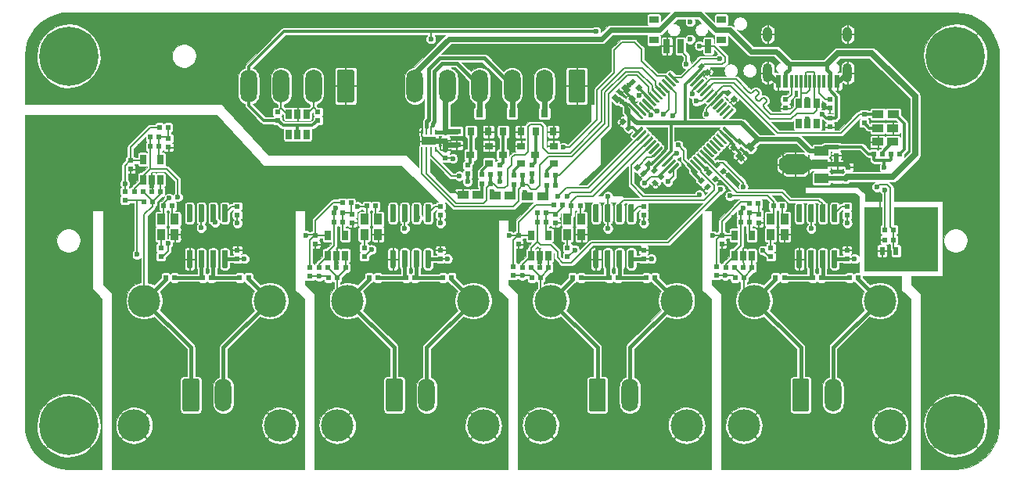
<source format=gtl>
G04 #@! TF.GenerationSoftware,KiCad,Pcbnew,5.1.5+dfsg1-2build2*
G04 #@! TF.CreationDate,2021-10-18T22:49:55+02:00*
G04 #@! TF.ProjectId,temperature-logger,74656d70-6572-4617-9475-72652d6c6f67,rev?*
G04 #@! TF.SameCoordinates,Original*
G04 #@! TF.FileFunction,Copper,L1,Top*
G04 #@! TF.FilePolarity,Positive*
%FSLAX46Y46*%
G04 Gerber Fmt 4.6, Leading zero omitted, Abs format (unit mm)*
G04 Created by KiCad (PCBNEW 5.1.5+dfsg1-2build2) date 2021-10-18 22:49:55*
%MOMM*%
%LPD*%
G04 APERTURE LIST*
%ADD10C,3.500000*%
%ADD11R,0.600000X0.500000*%
%ADD12C,0.100000*%
%ADD13O,1.800000X3.600000*%
%ADD14R,0.650000X1.060000*%
%ADD15R,0.600000X0.900000*%
%ADD16R,0.500000X0.600000*%
%ADD17R,1.225000X0.850000*%
%ADD18R,0.250000X0.500000*%
%ADD19R,1.600000X0.900000*%
%ADD20R,1.840000X2.200000*%
%ADD21R,1.500000X1.000000*%
%ADD22R,1.800000X1.000000*%
%ADD23R,1.000000X0.800000*%
%ADD24R,0.700000X1.500000*%
%ADD25R,0.900000X0.800000*%
%ADD26R,0.800000X0.900000*%
%ADD27R,0.600000X1.450000*%
%ADD28O,1.000000X2.100000*%
%ADD29O,1.000000X1.600000*%
%ADD30R,0.300000X1.450000*%
%ADD31C,0.800000*%
%ADD32C,6.400000*%
%ADD33R,0.850000X1.225000*%
%ADD34R,0.900000X0.600000*%
%ADD35C,0.600000*%
%ADD36C,0.200000*%
%ADD37C,0.300000*%
%ADD38C,0.500000*%
%ADD39C,0.400000*%
%ADD40C,0.600000*%
%ADD41C,0.700000*%
%ADD42C,0.120000*%
G04 APERTURE END LIST*
D10*
X129200000Y-81500000D03*
X142800000Y-81500000D03*
X143900000Y-95000000D03*
X128100000Y-95000000D03*
D11*
X61700000Y-66330000D03*
X61700000Y-67270000D03*
X81700000Y-74430000D03*
X81700000Y-75370000D03*
X103700000Y-74430000D03*
X103700000Y-75370000D03*
X125700000Y-74430000D03*
X125700000Y-75370000D03*
G04 #@! TA.AperFunction,ComponentPad*
D12*
G36*
X68924504Y-89901204D02*
G01*
X68948773Y-89904804D01*
X68972571Y-89910765D01*
X68995671Y-89919030D01*
X69017849Y-89929520D01*
X69038893Y-89942133D01*
X69058598Y-89956747D01*
X69076777Y-89973223D01*
X69093253Y-89991402D01*
X69107867Y-90011107D01*
X69120480Y-90032151D01*
X69130970Y-90054329D01*
X69139235Y-90077429D01*
X69145196Y-90101227D01*
X69148796Y-90125496D01*
X69150000Y-90150000D01*
X69150000Y-93250000D01*
X69148796Y-93274504D01*
X69145196Y-93298773D01*
X69139235Y-93322571D01*
X69130970Y-93345671D01*
X69120480Y-93367849D01*
X69107867Y-93388893D01*
X69093253Y-93408598D01*
X69076777Y-93426777D01*
X69058598Y-93443253D01*
X69038893Y-93457867D01*
X69017849Y-93470480D01*
X68995671Y-93480970D01*
X68972571Y-93489235D01*
X68948773Y-93495196D01*
X68924504Y-93498796D01*
X68900000Y-93500000D01*
X67600000Y-93500000D01*
X67575496Y-93498796D01*
X67551227Y-93495196D01*
X67527429Y-93489235D01*
X67504329Y-93480970D01*
X67482151Y-93470480D01*
X67461107Y-93457867D01*
X67441402Y-93443253D01*
X67423223Y-93426777D01*
X67406747Y-93408598D01*
X67392133Y-93388893D01*
X67379520Y-93367849D01*
X67369030Y-93345671D01*
X67360765Y-93322571D01*
X67354804Y-93298773D01*
X67351204Y-93274504D01*
X67350000Y-93250000D01*
X67350000Y-90150000D01*
X67351204Y-90125496D01*
X67354804Y-90101227D01*
X67360765Y-90077429D01*
X67369030Y-90054329D01*
X67379520Y-90032151D01*
X67392133Y-90011107D01*
X67406747Y-89991402D01*
X67423223Y-89973223D01*
X67441402Y-89956747D01*
X67461107Y-89942133D01*
X67482151Y-89929520D01*
X67504329Y-89919030D01*
X67527429Y-89910765D01*
X67551227Y-89904804D01*
X67575496Y-89901204D01*
X67600000Y-89900000D01*
X68900000Y-89900000D01*
X68924504Y-89901204D01*
G37*
G04 #@! TD.AperFunction*
D13*
X71750000Y-91700000D03*
G04 #@! TA.AperFunction,ComponentPad*
D12*
G36*
X90924504Y-89901204D02*
G01*
X90948773Y-89904804D01*
X90972571Y-89910765D01*
X90995671Y-89919030D01*
X91017849Y-89929520D01*
X91038893Y-89942133D01*
X91058598Y-89956747D01*
X91076777Y-89973223D01*
X91093253Y-89991402D01*
X91107867Y-90011107D01*
X91120480Y-90032151D01*
X91130970Y-90054329D01*
X91139235Y-90077429D01*
X91145196Y-90101227D01*
X91148796Y-90125496D01*
X91150000Y-90150000D01*
X91150000Y-93250000D01*
X91148796Y-93274504D01*
X91145196Y-93298773D01*
X91139235Y-93322571D01*
X91130970Y-93345671D01*
X91120480Y-93367849D01*
X91107867Y-93388893D01*
X91093253Y-93408598D01*
X91076777Y-93426777D01*
X91058598Y-93443253D01*
X91038893Y-93457867D01*
X91017849Y-93470480D01*
X90995671Y-93480970D01*
X90972571Y-93489235D01*
X90948773Y-93495196D01*
X90924504Y-93498796D01*
X90900000Y-93500000D01*
X89600000Y-93500000D01*
X89575496Y-93498796D01*
X89551227Y-93495196D01*
X89527429Y-93489235D01*
X89504329Y-93480970D01*
X89482151Y-93470480D01*
X89461107Y-93457867D01*
X89441402Y-93443253D01*
X89423223Y-93426777D01*
X89406747Y-93408598D01*
X89392133Y-93388893D01*
X89379520Y-93367849D01*
X89369030Y-93345671D01*
X89360765Y-93322571D01*
X89354804Y-93298773D01*
X89351204Y-93274504D01*
X89350000Y-93250000D01*
X89350000Y-90150000D01*
X89351204Y-90125496D01*
X89354804Y-90101227D01*
X89360765Y-90077429D01*
X89369030Y-90054329D01*
X89379520Y-90032151D01*
X89392133Y-90011107D01*
X89406747Y-89991402D01*
X89423223Y-89973223D01*
X89441402Y-89956747D01*
X89461107Y-89942133D01*
X89482151Y-89929520D01*
X89504329Y-89919030D01*
X89527429Y-89910765D01*
X89551227Y-89904804D01*
X89575496Y-89901204D01*
X89600000Y-89900000D01*
X90900000Y-89900000D01*
X90924504Y-89901204D01*
G37*
G04 #@! TD.AperFunction*
D13*
X93750000Y-91700000D03*
G04 #@! TA.AperFunction,ComponentPad*
D12*
G36*
X112924504Y-89901204D02*
G01*
X112948773Y-89904804D01*
X112972571Y-89910765D01*
X112995671Y-89919030D01*
X113017849Y-89929520D01*
X113038893Y-89942133D01*
X113058598Y-89956747D01*
X113076777Y-89973223D01*
X113093253Y-89991402D01*
X113107867Y-90011107D01*
X113120480Y-90032151D01*
X113130970Y-90054329D01*
X113139235Y-90077429D01*
X113145196Y-90101227D01*
X113148796Y-90125496D01*
X113150000Y-90150000D01*
X113150000Y-93250000D01*
X113148796Y-93274504D01*
X113145196Y-93298773D01*
X113139235Y-93322571D01*
X113130970Y-93345671D01*
X113120480Y-93367849D01*
X113107867Y-93388893D01*
X113093253Y-93408598D01*
X113076777Y-93426777D01*
X113058598Y-93443253D01*
X113038893Y-93457867D01*
X113017849Y-93470480D01*
X112995671Y-93480970D01*
X112972571Y-93489235D01*
X112948773Y-93495196D01*
X112924504Y-93498796D01*
X112900000Y-93500000D01*
X111600000Y-93500000D01*
X111575496Y-93498796D01*
X111551227Y-93495196D01*
X111527429Y-93489235D01*
X111504329Y-93480970D01*
X111482151Y-93470480D01*
X111461107Y-93457867D01*
X111441402Y-93443253D01*
X111423223Y-93426777D01*
X111406747Y-93408598D01*
X111392133Y-93388893D01*
X111379520Y-93367849D01*
X111369030Y-93345671D01*
X111360765Y-93322571D01*
X111354804Y-93298773D01*
X111351204Y-93274504D01*
X111350000Y-93250000D01*
X111350000Y-90150000D01*
X111351204Y-90125496D01*
X111354804Y-90101227D01*
X111360765Y-90077429D01*
X111369030Y-90054329D01*
X111379520Y-90032151D01*
X111392133Y-90011107D01*
X111406747Y-89991402D01*
X111423223Y-89973223D01*
X111441402Y-89956747D01*
X111461107Y-89942133D01*
X111482151Y-89929520D01*
X111504329Y-89919030D01*
X111527429Y-89910765D01*
X111551227Y-89904804D01*
X111575496Y-89901204D01*
X111600000Y-89900000D01*
X112900000Y-89900000D01*
X112924504Y-89901204D01*
G37*
G04 #@! TD.AperFunction*
D13*
X115750000Y-91700000D03*
G04 #@! TA.AperFunction,ComponentPad*
D12*
G36*
X134924504Y-89901204D02*
G01*
X134948773Y-89904804D01*
X134972571Y-89910765D01*
X134995671Y-89919030D01*
X135017849Y-89929520D01*
X135038893Y-89942133D01*
X135058598Y-89956747D01*
X135076777Y-89973223D01*
X135093253Y-89991402D01*
X135107867Y-90011107D01*
X135120480Y-90032151D01*
X135130970Y-90054329D01*
X135139235Y-90077429D01*
X135145196Y-90101227D01*
X135148796Y-90125496D01*
X135150000Y-90150000D01*
X135150000Y-93250000D01*
X135148796Y-93274504D01*
X135145196Y-93298773D01*
X135139235Y-93322571D01*
X135130970Y-93345671D01*
X135120480Y-93367849D01*
X135107867Y-93388893D01*
X135093253Y-93408598D01*
X135076777Y-93426777D01*
X135058598Y-93443253D01*
X135038893Y-93457867D01*
X135017849Y-93470480D01*
X134995671Y-93480970D01*
X134972571Y-93489235D01*
X134948773Y-93495196D01*
X134924504Y-93498796D01*
X134900000Y-93500000D01*
X133600000Y-93500000D01*
X133575496Y-93498796D01*
X133551227Y-93495196D01*
X133527429Y-93489235D01*
X133504329Y-93480970D01*
X133482151Y-93470480D01*
X133461107Y-93457867D01*
X133441402Y-93443253D01*
X133423223Y-93426777D01*
X133406747Y-93408598D01*
X133392133Y-93388893D01*
X133379520Y-93367849D01*
X133369030Y-93345671D01*
X133360765Y-93322571D01*
X133354804Y-93298773D01*
X133351204Y-93274504D01*
X133350000Y-93250000D01*
X133350000Y-90150000D01*
X133351204Y-90125496D01*
X133354804Y-90101227D01*
X133360765Y-90077429D01*
X133369030Y-90054329D01*
X133379520Y-90032151D01*
X133392133Y-90011107D01*
X133406747Y-89991402D01*
X133423223Y-89973223D01*
X133441402Y-89956747D01*
X133461107Y-89942133D01*
X133482151Y-89929520D01*
X133504329Y-89919030D01*
X133527429Y-89910765D01*
X133551227Y-89904804D01*
X133575496Y-89901204D01*
X133600000Y-89900000D01*
X134900000Y-89900000D01*
X134924504Y-89901204D01*
G37*
G04 #@! TD.AperFunction*
D13*
X137750000Y-91700000D03*
D14*
X79800000Y-63500000D03*
X80750000Y-63500000D03*
X78850000Y-63500000D03*
X78850000Y-61300000D03*
X79800000Y-61300000D03*
X80750000Y-61300000D03*
X63050000Y-66200000D03*
X64950000Y-66200000D03*
X64950000Y-68400000D03*
X64000000Y-68400000D03*
X63050000Y-68400000D03*
X83050000Y-74400000D03*
X84950000Y-74400000D03*
X84950000Y-76600000D03*
X84000000Y-76600000D03*
X83050000Y-76600000D03*
X105050000Y-74400000D03*
X106950000Y-74400000D03*
X106950000Y-76600000D03*
X106000000Y-76600000D03*
X105050000Y-76600000D03*
X127050000Y-74400000D03*
X128950000Y-74400000D03*
X128950000Y-76600000D03*
X128000000Y-76600000D03*
X127050000Y-76600000D03*
D15*
X143050000Y-76100000D03*
X144550000Y-76100000D03*
D16*
X100670000Y-68800000D03*
X99730000Y-68800000D03*
X104170000Y-68900000D03*
X103230000Y-68900000D03*
X107670000Y-69000000D03*
X106730000Y-69000000D03*
D11*
X61100000Y-70600000D03*
X61100000Y-69660000D03*
D16*
X64070000Y-70800000D03*
X63130000Y-70800000D03*
X64030000Y-69700000D03*
X64970000Y-69700000D03*
D11*
X65800000Y-64870000D03*
X65800000Y-63930000D03*
D16*
X65770000Y-62750000D03*
X64830000Y-62750000D03*
X63070000Y-69700000D03*
X62130000Y-69700000D03*
X64770000Y-64800000D03*
X63830000Y-64800000D03*
D11*
X81100000Y-78870000D03*
X81100000Y-77930000D03*
D16*
X84070000Y-79000000D03*
X83130000Y-79000000D03*
X84030000Y-77900000D03*
X84970000Y-77900000D03*
D11*
X85700000Y-73070000D03*
X85700000Y-72130000D03*
D16*
X85570000Y-70900000D03*
X84630000Y-70900000D03*
X83070000Y-77900000D03*
X82130000Y-77900000D03*
X84670000Y-73000000D03*
X83730000Y-73000000D03*
D11*
X103100000Y-78770000D03*
X103100000Y-77830000D03*
D16*
X106070000Y-79000000D03*
X105130000Y-79000000D03*
X106030000Y-77900000D03*
X106970000Y-77900000D03*
D11*
X107700000Y-73070000D03*
X107700000Y-72130000D03*
D16*
X108470000Y-71100000D03*
X107530000Y-71100000D03*
X105070000Y-77900000D03*
X104130000Y-77900000D03*
X106670000Y-73000000D03*
X105730000Y-73000000D03*
D11*
X125100000Y-78770000D03*
X125100000Y-77830000D03*
D16*
X128070000Y-79000000D03*
X127130000Y-79000000D03*
X128030000Y-77900000D03*
X128970000Y-77900000D03*
D11*
X129700000Y-73070000D03*
X129700000Y-72130000D03*
D16*
X129645000Y-71000000D03*
X128705000Y-71000000D03*
X127070000Y-77900000D03*
X126130000Y-77900000D03*
X128670000Y-73000000D03*
X127730000Y-73000000D03*
X143330000Y-74900000D03*
X144270000Y-74900000D03*
X144270000Y-73800000D03*
X143330000Y-73800000D03*
X143070000Y-65600000D03*
X142130000Y-65600000D03*
D11*
X141100000Y-61330000D03*
X141100000Y-62270000D03*
D16*
X144970000Y-65600000D03*
X144030000Y-65600000D03*
D17*
X99312500Y-70000000D03*
X97687500Y-70000000D03*
X102812500Y-70100000D03*
X101187500Y-70100000D03*
X106312500Y-70200000D03*
X104687500Y-70200000D03*
X144212500Y-64300000D03*
X142587500Y-64300000D03*
X142587500Y-62800000D03*
X144212500Y-62800000D03*
X144237500Y-61300000D03*
X142612500Y-61300000D03*
D16*
X64770000Y-63800000D03*
X63830000Y-63800000D03*
G04 #@! TA.AperFunction,SMDPad,CuDef*
D12*
G36*
X119167695Y-68456569D02*
G01*
X118743431Y-68032305D01*
X119096985Y-67678751D01*
X119521249Y-68103015D01*
X119167695Y-68456569D01*
G37*
G04 #@! TD.AperFunction*
G04 #@! TA.AperFunction,SMDPad,CuDef*
G36*
X118503015Y-69121249D02*
G01*
X118078751Y-68696985D01*
X118432305Y-68343431D01*
X118856569Y-68767695D01*
X118503015Y-69121249D01*
G37*
G04 #@! TD.AperFunction*
D16*
X84670000Y-72000000D03*
X83730000Y-72000000D03*
G04 #@! TA.AperFunction,SMDPad,CuDef*
D12*
G36*
X123856569Y-68432305D02*
G01*
X123432305Y-68856569D01*
X123078751Y-68503015D01*
X123503015Y-68078751D01*
X123856569Y-68432305D01*
G37*
G04 #@! TD.AperFunction*
G04 #@! TA.AperFunction,SMDPad,CuDef*
G36*
X124521249Y-69096985D02*
G01*
X124096985Y-69521249D01*
X123743431Y-69167695D01*
X124167695Y-68743431D01*
X124521249Y-69096985D01*
G37*
G04 #@! TD.AperFunction*
D16*
X106670000Y-72000000D03*
X105730000Y-72000000D03*
G04 #@! TA.AperFunction,SMDPad,CuDef*
D12*
G36*
X124706569Y-67582305D02*
G01*
X124282305Y-68006569D01*
X123928751Y-67653015D01*
X124353015Y-67228751D01*
X124706569Y-67582305D01*
G37*
G04 #@! TD.AperFunction*
G04 #@! TA.AperFunction,SMDPad,CuDef*
G36*
X125371249Y-68246985D02*
G01*
X124946985Y-68671249D01*
X124593431Y-68317695D01*
X125017695Y-67893431D01*
X125371249Y-68246985D01*
G37*
G04 #@! TD.AperFunction*
D16*
X128670000Y-72000000D03*
X127730000Y-72000000D03*
G04 #@! TA.AperFunction,SMDPad,CuDef*
D12*
G36*
X125556569Y-66732305D02*
G01*
X125132305Y-67156569D01*
X124778751Y-66803015D01*
X125203015Y-66378751D01*
X125556569Y-66732305D01*
G37*
G04 #@! TD.AperFunction*
G04 #@! TA.AperFunction,SMDPad,CuDef*
G36*
X126221249Y-67396985D02*
G01*
X125796985Y-67821249D01*
X125443431Y-67467695D01*
X125867695Y-67043431D01*
X126221249Y-67396985D01*
G37*
G04 #@! TD.AperFunction*
G04 #@! TA.AperFunction,SMDPad,CuDef*
G36*
X126731569Y-58932305D02*
G01*
X126307305Y-59356569D01*
X125953751Y-59003015D01*
X126378015Y-58578751D01*
X126731569Y-58932305D01*
G37*
G04 #@! TD.AperFunction*
G04 #@! TA.AperFunction,SMDPad,CuDef*
G36*
X127396249Y-59596985D02*
G01*
X126971985Y-60021249D01*
X126618431Y-59667695D01*
X127042695Y-59243431D01*
X127396249Y-59596985D01*
G37*
G04 #@! TD.AperFunction*
D18*
X93750000Y-65150000D03*
X93250000Y-65150000D03*
X93250000Y-63250000D03*
X94250000Y-63250000D03*
X94750000Y-63250000D03*
D19*
X94000000Y-64200000D03*
D18*
X94750000Y-65150000D03*
X94250000Y-65150000D03*
X93750000Y-63250000D03*
G04 #@! TA.AperFunction,SMDPad,CuDef*
D12*
G36*
X68259703Y-71050722D02*
G01*
X68274264Y-71052882D01*
X68288543Y-71056459D01*
X68302403Y-71061418D01*
X68315710Y-71067712D01*
X68328336Y-71075280D01*
X68340159Y-71084048D01*
X68351066Y-71093934D01*
X68360952Y-71104841D01*
X68369720Y-71116664D01*
X68377288Y-71129290D01*
X68383582Y-71142597D01*
X68388541Y-71156457D01*
X68392118Y-71170736D01*
X68394278Y-71185297D01*
X68395000Y-71200000D01*
X68395000Y-72850000D01*
X68394278Y-72864703D01*
X68392118Y-72879264D01*
X68388541Y-72893543D01*
X68383582Y-72907403D01*
X68377288Y-72920710D01*
X68369720Y-72933336D01*
X68360952Y-72945159D01*
X68351066Y-72956066D01*
X68340159Y-72965952D01*
X68328336Y-72974720D01*
X68315710Y-72982288D01*
X68302403Y-72988582D01*
X68288543Y-72993541D01*
X68274264Y-72997118D01*
X68259703Y-72999278D01*
X68245000Y-73000000D01*
X67945000Y-73000000D01*
X67930297Y-72999278D01*
X67915736Y-72997118D01*
X67901457Y-72993541D01*
X67887597Y-72988582D01*
X67874290Y-72982288D01*
X67861664Y-72974720D01*
X67849841Y-72965952D01*
X67838934Y-72956066D01*
X67829048Y-72945159D01*
X67820280Y-72933336D01*
X67812712Y-72920710D01*
X67806418Y-72907403D01*
X67801459Y-72893543D01*
X67797882Y-72879264D01*
X67795722Y-72864703D01*
X67795000Y-72850000D01*
X67795000Y-71200000D01*
X67795722Y-71185297D01*
X67797882Y-71170736D01*
X67801459Y-71156457D01*
X67806418Y-71142597D01*
X67812712Y-71129290D01*
X67820280Y-71116664D01*
X67829048Y-71104841D01*
X67838934Y-71093934D01*
X67849841Y-71084048D01*
X67861664Y-71075280D01*
X67874290Y-71067712D01*
X67887597Y-71061418D01*
X67901457Y-71056459D01*
X67915736Y-71052882D01*
X67930297Y-71050722D01*
X67945000Y-71050000D01*
X68245000Y-71050000D01*
X68259703Y-71050722D01*
G37*
G04 #@! TD.AperFunction*
G04 #@! TA.AperFunction,SMDPad,CuDef*
G36*
X69529703Y-71050722D02*
G01*
X69544264Y-71052882D01*
X69558543Y-71056459D01*
X69572403Y-71061418D01*
X69585710Y-71067712D01*
X69598336Y-71075280D01*
X69610159Y-71084048D01*
X69621066Y-71093934D01*
X69630952Y-71104841D01*
X69639720Y-71116664D01*
X69647288Y-71129290D01*
X69653582Y-71142597D01*
X69658541Y-71156457D01*
X69662118Y-71170736D01*
X69664278Y-71185297D01*
X69665000Y-71200000D01*
X69665000Y-72850000D01*
X69664278Y-72864703D01*
X69662118Y-72879264D01*
X69658541Y-72893543D01*
X69653582Y-72907403D01*
X69647288Y-72920710D01*
X69639720Y-72933336D01*
X69630952Y-72945159D01*
X69621066Y-72956066D01*
X69610159Y-72965952D01*
X69598336Y-72974720D01*
X69585710Y-72982288D01*
X69572403Y-72988582D01*
X69558543Y-72993541D01*
X69544264Y-72997118D01*
X69529703Y-72999278D01*
X69515000Y-73000000D01*
X69215000Y-73000000D01*
X69200297Y-72999278D01*
X69185736Y-72997118D01*
X69171457Y-72993541D01*
X69157597Y-72988582D01*
X69144290Y-72982288D01*
X69131664Y-72974720D01*
X69119841Y-72965952D01*
X69108934Y-72956066D01*
X69099048Y-72945159D01*
X69090280Y-72933336D01*
X69082712Y-72920710D01*
X69076418Y-72907403D01*
X69071459Y-72893543D01*
X69067882Y-72879264D01*
X69065722Y-72864703D01*
X69065000Y-72850000D01*
X69065000Y-71200000D01*
X69065722Y-71185297D01*
X69067882Y-71170736D01*
X69071459Y-71156457D01*
X69076418Y-71142597D01*
X69082712Y-71129290D01*
X69090280Y-71116664D01*
X69099048Y-71104841D01*
X69108934Y-71093934D01*
X69119841Y-71084048D01*
X69131664Y-71075280D01*
X69144290Y-71067712D01*
X69157597Y-71061418D01*
X69171457Y-71056459D01*
X69185736Y-71052882D01*
X69200297Y-71050722D01*
X69215000Y-71050000D01*
X69515000Y-71050000D01*
X69529703Y-71050722D01*
G37*
G04 #@! TD.AperFunction*
G04 #@! TA.AperFunction,SMDPad,CuDef*
G36*
X70799703Y-71050722D02*
G01*
X70814264Y-71052882D01*
X70828543Y-71056459D01*
X70842403Y-71061418D01*
X70855710Y-71067712D01*
X70868336Y-71075280D01*
X70880159Y-71084048D01*
X70891066Y-71093934D01*
X70900952Y-71104841D01*
X70909720Y-71116664D01*
X70917288Y-71129290D01*
X70923582Y-71142597D01*
X70928541Y-71156457D01*
X70932118Y-71170736D01*
X70934278Y-71185297D01*
X70935000Y-71200000D01*
X70935000Y-72850000D01*
X70934278Y-72864703D01*
X70932118Y-72879264D01*
X70928541Y-72893543D01*
X70923582Y-72907403D01*
X70917288Y-72920710D01*
X70909720Y-72933336D01*
X70900952Y-72945159D01*
X70891066Y-72956066D01*
X70880159Y-72965952D01*
X70868336Y-72974720D01*
X70855710Y-72982288D01*
X70842403Y-72988582D01*
X70828543Y-72993541D01*
X70814264Y-72997118D01*
X70799703Y-72999278D01*
X70785000Y-73000000D01*
X70485000Y-73000000D01*
X70470297Y-72999278D01*
X70455736Y-72997118D01*
X70441457Y-72993541D01*
X70427597Y-72988582D01*
X70414290Y-72982288D01*
X70401664Y-72974720D01*
X70389841Y-72965952D01*
X70378934Y-72956066D01*
X70369048Y-72945159D01*
X70360280Y-72933336D01*
X70352712Y-72920710D01*
X70346418Y-72907403D01*
X70341459Y-72893543D01*
X70337882Y-72879264D01*
X70335722Y-72864703D01*
X70335000Y-72850000D01*
X70335000Y-71200000D01*
X70335722Y-71185297D01*
X70337882Y-71170736D01*
X70341459Y-71156457D01*
X70346418Y-71142597D01*
X70352712Y-71129290D01*
X70360280Y-71116664D01*
X70369048Y-71104841D01*
X70378934Y-71093934D01*
X70389841Y-71084048D01*
X70401664Y-71075280D01*
X70414290Y-71067712D01*
X70427597Y-71061418D01*
X70441457Y-71056459D01*
X70455736Y-71052882D01*
X70470297Y-71050722D01*
X70485000Y-71050000D01*
X70785000Y-71050000D01*
X70799703Y-71050722D01*
G37*
G04 #@! TD.AperFunction*
G04 #@! TA.AperFunction,SMDPad,CuDef*
G36*
X72069703Y-71050722D02*
G01*
X72084264Y-71052882D01*
X72098543Y-71056459D01*
X72112403Y-71061418D01*
X72125710Y-71067712D01*
X72138336Y-71075280D01*
X72150159Y-71084048D01*
X72161066Y-71093934D01*
X72170952Y-71104841D01*
X72179720Y-71116664D01*
X72187288Y-71129290D01*
X72193582Y-71142597D01*
X72198541Y-71156457D01*
X72202118Y-71170736D01*
X72204278Y-71185297D01*
X72205000Y-71200000D01*
X72205000Y-72850000D01*
X72204278Y-72864703D01*
X72202118Y-72879264D01*
X72198541Y-72893543D01*
X72193582Y-72907403D01*
X72187288Y-72920710D01*
X72179720Y-72933336D01*
X72170952Y-72945159D01*
X72161066Y-72956066D01*
X72150159Y-72965952D01*
X72138336Y-72974720D01*
X72125710Y-72982288D01*
X72112403Y-72988582D01*
X72098543Y-72993541D01*
X72084264Y-72997118D01*
X72069703Y-72999278D01*
X72055000Y-73000000D01*
X71755000Y-73000000D01*
X71740297Y-72999278D01*
X71725736Y-72997118D01*
X71711457Y-72993541D01*
X71697597Y-72988582D01*
X71684290Y-72982288D01*
X71671664Y-72974720D01*
X71659841Y-72965952D01*
X71648934Y-72956066D01*
X71639048Y-72945159D01*
X71630280Y-72933336D01*
X71622712Y-72920710D01*
X71616418Y-72907403D01*
X71611459Y-72893543D01*
X71607882Y-72879264D01*
X71605722Y-72864703D01*
X71605000Y-72850000D01*
X71605000Y-71200000D01*
X71605722Y-71185297D01*
X71607882Y-71170736D01*
X71611459Y-71156457D01*
X71616418Y-71142597D01*
X71622712Y-71129290D01*
X71630280Y-71116664D01*
X71639048Y-71104841D01*
X71648934Y-71093934D01*
X71659841Y-71084048D01*
X71671664Y-71075280D01*
X71684290Y-71067712D01*
X71697597Y-71061418D01*
X71711457Y-71056459D01*
X71725736Y-71052882D01*
X71740297Y-71050722D01*
X71755000Y-71050000D01*
X72055000Y-71050000D01*
X72069703Y-71050722D01*
G37*
G04 #@! TD.AperFunction*
G04 #@! TA.AperFunction,SMDPad,CuDef*
G36*
X72069703Y-76000722D02*
G01*
X72084264Y-76002882D01*
X72098543Y-76006459D01*
X72112403Y-76011418D01*
X72125710Y-76017712D01*
X72138336Y-76025280D01*
X72150159Y-76034048D01*
X72161066Y-76043934D01*
X72170952Y-76054841D01*
X72179720Y-76066664D01*
X72187288Y-76079290D01*
X72193582Y-76092597D01*
X72198541Y-76106457D01*
X72202118Y-76120736D01*
X72204278Y-76135297D01*
X72205000Y-76150000D01*
X72205000Y-77800000D01*
X72204278Y-77814703D01*
X72202118Y-77829264D01*
X72198541Y-77843543D01*
X72193582Y-77857403D01*
X72187288Y-77870710D01*
X72179720Y-77883336D01*
X72170952Y-77895159D01*
X72161066Y-77906066D01*
X72150159Y-77915952D01*
X72138336Y-77924720D01*
X72125710Y-77932288D01*
X72112403Y-77938582D01*
X72098543Y-77943541D01*
X72084264Y-77947118D01*
X72069703Y-77949278D01*
X72055000Y-77950000D01*
X71755000Y-77950000D01*
X71740297Y-77949278D01*
X71725736Y-77947118D01*
X71711457Y-77943541D01*
X71697597Y-77938582D01*
X71684290Y-77932288D01*
X71671664Y-77924720D01*
X71659841Y-77915952D01*
X71648934Y-77906066D01*
X71639048Y-77895159D01*
X71630280Y-77883336D01*
X71622712Y-77870710D01*
X71616418Y-77857403D01*
X71611459Y-77843543D01*
X71607882Y-77829264D01*
X71605722Y-77814703D01*
X71605000Y-77800000D01*
X71605000Y-76150000D01*
X71605722Y-76135297D01*
X71607882Y-76120736D01*
X71611459Y-76106457D01*
X71616418Y-76092597D01*
X71622712Y-76079290D01*
X71630280Y-76066664D01*
X71639048Y-76054841D01*
X71648934Y-76043934D01*
X71659841Y-76034048D01*
X71671664Y-76025280D01*
X71684290Y-76017712D01*
X71697597Y-76011418D01*
X71711457Y-76006459D01*
X71725736Y-76002882D01*
X71740297Y-76000722D01*
X71755000Y-76000000D01*
X72055000Y-76000000D01*
X72069703Y-76000722D01*
G37*
G04 #@! TD.AperFunction*
G04 #@! TA.AperFunction,SMDPad,CuDef*
G36*
X70799703Y-76000722D02*
G01*
X70814264Y-76002882D01*
X70828543Y-76006459D01*
X70842403Y-76011418D01*
X70855710Y-76017712D01*
X70868336Y-76025280D01*
X70880159Y-76034048D01*
X70891066Y-76043934D01*
X70900952Y-76054841D01*
X70909720Y-76066664D01*
X70917288Y-76079290D01*
X70923582Y-76092597D01*
X70928541Y-76106457D01*
X70932118Y-76120736D01*
X70934278Y-76135297D01*
X70935000Y-76150000D01*
X70935000Y-77800000D01*
X70934278Y-77814703D01*
X70932118Y-77829264D01*
X70928541Y-77843543D01*
X70923582Y-77857403D01*
X70917288Y-77870710D01*
X70909720Y-77883336D01*
X70900952Y-77895159D01*
X70891066Y-77906066D01*
X70880159Y-77915952D01*
X70868336Y-77924720D01*
X70855710Y-77932288D01*
X70842403Y-77938582D01*
X70828543Y-77943541D01*
X70814264Y-77947118D01*
X70799703Y-77949278D01*
X70785000Y-77950000D01*
X70485000Y-77950000D01*
X70470297Y-77949278D01*
X70455736Y-77947118D01*
X70441457Y-77943541D01*
X70427597Y-77938582D01*
X70414290Y-77932288D01*
X70401664Y-77924720D01*
X70389841Y-77915952D01*
X70378934Y-77906066D01*
X70369048Y-77895159D01*
X70360280Y-77883336D01*
X70352712Y-77870710D01*
X70346418Y-77857403D01*
X70341459Y-77843543D01*
X70337882Y-77829264D01*
X70335722Y-77814703D01*
X70335000Y-77800000D01*
X70335000Y-76150000D01*
X70335722Y-76135297D01*
X70337882Y-76120736D01*
X70341459Y-76106457D01*
X70346418Y-76092597D01*
X70352712Y-76079290D01*
X70360280Y-76066664D01*
X70369048Y-76054841D01*
X70378934Y-76043934D01*
X70389841Y-76034048D01*
X70401664Y-76025280D01*
X70414290Y-76017712D01*
X70427597Y-76011418D01*
X70441457Y-76006459D01*
X70455736Y-76002882D01*
X70470297Y-76000722D01*
X70485000Y-76000000D01*
X70785000Y-76000000D01*
X70799703Y-76000722D01*
G37*
G04 #@! TD.AperFunction*
G04 #@! TA.AperFunction,SMDPad,CuDef*
G36*
X69529703Y-76000722D02*
G01*
X69544264Y-76002882D01*
X69558543Y-76006459D01*
X69572403Y-76011418D01*
X69585710Y-76017712D01*
X69598336Y-76025280D01*
X69610159Y-76034048D01*
X69621066Y-76043934D01*
X69630952Y-76054841D01*
X69639720Y-76066664D01*
X69647288Y-76079290D01*
X69653582Y-76092597D01*
X69658541Y-76106457D01*
X69662118Y-76120736D01*
X69664278Y-76135297D01*
X69665000Y-76150000D01*
X69665000Y-77800000D01*
X69664278Y-77814703D01*
X69662118Y-77829264D01*
X69658541Y-77843543D01*
X69653582Y-77857403D01*
X69647288Y-77870710D01*
X69639720Y-77883336D01*
X69630952Y-77895159D01*
X69621066Y-77906066D01*
X69610159Y-77915952D01*
X69598336Y-77924720D01*
X69585710Y-77932288D01*
X69572403Y-77938582D01*
X69558543Y-77943541D01*
X69544264Y-77947118D01*
X69529703Y-77949278D01*
X69515000Y-77950000D01*
X69215000Y-77950000D01*
X69200297Y-77949278D01*
X69185736Y-77947118D01*
X69171457Y-77943541D01*
X69157597Y-77938582D01*
X69144290Y-77932288D01*
X69131664Y-77924720D01*
X69119841Y-77915952D01*
X69108934Y-77906066D01*
X69099048Y-77895159D01*
X69090280Y-77883336D01*
X69082712Y-77870710D01*
X69076418Y-77857403D01*
X69071459Y-77843543D01*
X69067882Y-77829264D01*
X69065722Y-77814703D01*
X69065000Y-77800000D01*
X69065000Y-76150000D01*
X69065722Y-76135297D01*
X69067882Y-76120736D01*
X69071459Y-76106457D01*
X69076418Y-76092597D01*
X69082712Y-76079290D01*
X69090280Y-76066664D01*
X69099048Y-76054841D01*
X69108934Y-76043934D01*
X69119841Y-76034048D01*
X69131664Y-76025280D01*
X69144290Y-76017712D01*
X69157597Y-76011418D01*
X69171457Y-76006459D01*
X69185736Y-76002882D01*
X69200297Y-76000722D01*
X69215000Y-76000000D01*
X69515000Y-76000000D01*
X69529703Y-76000722D01*
G37*
G04 #@! TD.AperFunction*
G04 #@! TA.AperFunction,SMDPad,CuDef*
G36*
X68259703Y-76000722D02*
G01*
X68274264Y-76002882D01*
X68288543Y-76006459D01*
X68302403Y-76011418D01*
X68315710Y-76017712D01*
X68328336Y-76025280D01*
X68340159Y-76034048D01*
X68351066Y-76043934D01*
X68360952Y-76054841D01*
X68369720Y-76066664D01*
X68377288Y-76079290D01*
X68383582Y-76092597D01*
X68388541Y-76106457D01*
X68392118Y-76120736D01*
X68394278Y-76135297D01*
X68395000Y-76150000D01*
X68395000Y-77800000D01*
X68394278Y-77814703D01*
X68392118Y-77829264D01*
X68388541Y-77843543D01*
X68383582Y-77857403D01*
X68377288Y-77870710D01*
X68369720Y-77883336D01*
X68360952Y-77895159D01*
X68351066Y-77906066D01*
X68340159Y-77915952D01*
X68328336Y-77924720D01*
X68315710Y-77932288D01*
X68302403Y-77938582D01*
X68288543Y-77943541D01*
X68274264Y-77947118D01*
X68259703Y-77949278D01*
X68245000Y-77950000D01*
X67945000Y-77950000D01*
X67930297Y-77949278D01*
X67915736Y-77947118D01*
X67901457Y-77943541D01*
X67887597Y-77938582D01*
X67874290Y-77932288D01*
X67861664Y-77924720D01*
X67849841Y-77915952D01*
X67838934Y-77906066D01*
X67829048Y-77895159D01*
X67820280Y-77883336D01*
X67812712Y-77870710D01*
X67806418Y-77857403D01*
X67801459Y-77843543D01*
X67797882Y-77829264D01*
X67795722Y-77814703D01*
X67795000Y-77800000D01*
X67795000Y-76150000D01*
X67795722Y-76135297D01*
X67797882Y-76120736D01*
X67801459Y-76106457D01*
X67806418Y-76092597D01*
X67812712Y-76079290D01*
X67820280Y-76066664D01*
X67829048Y-76054841D01*
X67838934Y-76043934D01*
X67849841Y-76034048D01*
X67861664Y-76025280D01*
X67874290Y-76017712D01*
X67887597Y-76011418D01*
X67901457Y-76006459D01*
X67915736Y-76002882D01*
X67930297Y-76000722D01*
X67945000Y-76000000D01*
X68245000Y-76000000D01*
X68259703Y-76000722D01*
G37*
G04 #@! TD.AperFunction*
G04 #@! TA.AperFunction,SMDPad,CuDef*
G36*
X90259703Y-71050722D02*
G01*
X90274264Y-71052882D01*
X90288543Y-71056459D01*
X90302403Y-71061418D01*
X90315710Y-71067712D01*
X90328336Y-71075280D01*
X90340159Y-71084048D01*
X90351066Y-71093934D01*
X90360952Y-71104841D01*
X90369720Y-71116664D01*
X90377288Y-71129290D01*
X90383582Y-71142597D01*
X90388541Y-71156457D01*
X90392118Y-71170736D01*
X90394278Y-71185297D01*
X90395000Y-71200000D01*
X90395000Y-72850000D01*
X90394278Y-72864703D01*
X90392118Y-72879264D01*
X90388541Y-72893543D01*
X90383582Y-72907403D01*
X90377288Y-72920710D01*
X90369720Y-72933336D01*
X90360952Y-72945159D01*
X90351066Y-72956066D01*
X90340159Y-72965952D01*
X90328336Y-72974720D01*
X90315710Y-72982288D01*
X90302403Y-72988582D01*
X90288543Y-72993541D01*
X90274264Y-72997118D01*
X90259703Y-72999278D01*
X90245000Y-73000000D01*
X89945000Y-73000000D01*
X89930297Y-72999278D01*
X89915736Y-72997118D01*
X89901457Y-72993541D01*
X89887597Y-72988582D01*
X89874290Y-72982288D01*
X89861664Y-72974720D01*
X89849841Y-72965952D01*
X89838934Y-72956066D01*
X89829048Y-72945159D01*
X89820280Y-72933336D01*
X89812712Y-72920710D01*
X89806418Y-72907403D01*
X89801459Y-72893543D01*
X89797882Y-72879264D01*
X89795722Y-72864703D01*
X89795000Y-72850000D01*
X89795000Y-71200000D01*
X89795722Y-71185297D01*
X89797882Y-71170736D01*
X89801459Y-71156457D01*
X89806418Y-71142597D01*
X89812712Y-71129290D01*
X89820280Y-71116664D01*
X89829048Y-71104841D01*
X89838934Y-71093934D01*
X89849841Y-71084048D01*
X89861664Y-71075280D01*
X89874290Y-71067712D01*
X89887597Y-71061418D01*
X89901457Y-71056459D01*
X89915736Y-71052882D01*
X89930297Y-71050722D01*
X89945000Y-71050000D01*
X90245000Y-71050000D01*
X90259703Y-71050722D01*
G37*
G04 #@! TD.AperFunction*
G04 #@! TA.AperFunction,SMDPad,CuDef*
G36*
X91529703Y-71050722D02*
G01*
X91544264Y-71052882D01*
X91558543Y-71056459D01*
X91572403Y-71061418D01*
X91585710Y-71067712D01*
X91598336Y-71075280D01*
X91610159Y-71084048D01*
X91621066Y-71093934D01*
X91630952Y-71104841D01*
X91639720Y-71116664D01*
X91647288Y-71129290D01*
X91653582Y-71142597D01*
X91658541Y-71156457D01*
X91662118Y-71170736D01*
X91664278Y-71185297D01*
X91665000Y-71200000D01*
X91665000Y-72850000D01*
X91664278Y-72864703D01*
X91662118Y-72879264D01*
X91658541Y-72893543D01*
X91653582Y-72907403D01*
X91647288Y-72920710D01*
X91639720Y-72933336D01*
X91630952Y-72945159D01*
X91621066Y-72956066D01*
X91610159Y-72965952D01*
X91598336Y-72974720D01*
X91585710Y-72982288D01*
X91572403Y-72988582D01*
X91558543Y-72993541D01*
X91544264Y-72997118D01*
X91529703Y-72999278D01*
X91515000Y-73000000D01*
X91215000Y-73000000D01*
X91200297Y-72999278D01*
X91185736Y-72997118D01*
X91171457Y-72993541D01*
X91157597Y-72988582D01*
X91144290Y-72982288D01*
X91131664Y-72974720D01*
X91119841Y-72965952D01*
X91108934Y-72956066D01*
X91099048Y-72945159D01*
X91090280Y-72933336D01*
X91082712Y-72920710D01*
X91076418Y-72907403D01*
X91071459Y-72893543D01*
X91067882Y-72879264D01*
X91065722Y-72864703D01*
X91065000Y-72850000D01*
X91065000Y-71200000D01*
X91065722Y-71185297D01*
X91067882Y-71170736D01*
X91071459Y-71156457D01*
X91076418Y-71142597D01*
X91082712Y-71129290D01*
X91090280Y-71116664D01*
X91099048Y-71104841D01*
X91108934Y-71093934D01*
X91119841Y-71084048D01*
X91131664Y-71075280D01*
X91144290Y-71067712D01*
X91157597Y-71061418D01*
X91171457Y-71056459D01*
X91185736Y-71052882D01*
X91200297Y-71050722D01*
X91215000Y-71050000D01*
X91515000Y-71050000D01*
X91529703Y-71050722D01*
G37*
G04 #@! TD.AperFunction*
G04 #@! TA.AperFunction,SMDPad,CuDef*
G36*
X92799703Y-71050722D02*
G01*
X92814264Y-71052882D01*
X92828543Y-71056459D01*
X92842403Y-71061418D01*
X92855710Y-71067712D01*
X92868336Y-71075280D01*
X92880159Y-71084048D01*
X92891066Y-71093934D01*
X92900952Y-71104841D01*
X92909720Y-71116664D01*
X92917288Y-71129290D01*
X92923582Y-71142597D01*
X92928541Y-71156457D01*
X92932118Y-71170736D01*
X92934278Y-71185297D01*
X92935000Y-71200000D01*
X92935000Y-72850000D01*
X92934278Y-72864703D01*
X92932118Y-72879264D01*
X92928541Y-72893543D01*
X92923582Y-72907403D01*
X92917288Y-72920710D01*
X92909720Y-72933336D01*
X92900952Y-72945159D01*
X92891066Y-72956066D01*
X92880159Y-72965952D01*
X92868336Y-72974720D01*
X92855710Y-72982288D01*
X92842403Y-72988582D01*
X92828543Y-72993541D01*
X92814264Y-72997118D01*
X92799703Y-72999278D01*
X92785000Y-73000000D01*
X92485000Y-73000000D01*
X92470297Y-72999278D01*
X92455736Y-72997118D01*
X92441457Y-72993541D01*
X92427597Y-72988582D01*
X92414290Y-72982288D01*
X92401664Y-72974720D01*
X92389841Y-72965952D01*
X92378934Y-72956066D01*
X92369048Y-72945159D01*
X92360280Y-72933336D01*
X92352712Y-72920710D01*
X92346418Y-72907403D01*
X92341459Y-72893543D01*
X92337882Y-72879264D01*
X92335722Y-72864703D01*
X92335000Y-72850000D01*
X92335000Y-71200000D01*
X92335722Y-71185297D01*
X92337882Y-71170736D01*
X92341459Y-71156457D01*
X92346418Y-71142597D01*
X92352712Y-71129290D01*
X92360280Y-71116664D01*
X92369048Y-71104841D01*
X92378934Y-71093934D01*
X92389841Y-71084048D01*
X92401664Y-71075280D01*
X92414290Y-71067712D01*
X92427597Y-71061418D01*
X92441457Y-71056459D01*
X92455736Y-71052882D01*
X92470297Y-71050722D01*
X92485000Y-71050000D01*
X92785000Y-71050000D01*
X92799703Y-71050722D01*
G37*
G04 #@! TD.AperFunction*
G04 #@! TA.AperFunction,SMDPad,CuDef*
G36*
X94069703Y-71050722D02*
G01*
X94084264Y-71052882D01*
X94098543Y-71056459D01*
X94112403Y-71061418D01*
X94125710Y-71067712D01*
X94138336Y-71075280D01*
X94150159Y-71084048D01*
X94161066Y-71093934D01*
X94170952Y-71104841D01*
X94179720Y-71116664D01*
X94187288Y-71129290D01*
X94193582Y-71142597D01*
X94198541Y-71156457D01*
X94202118Y-71170736D01*
X94204278Y-71185297D01*
X94205000Y-71200000D01*
X94205000Y-72850000D01*
X94204278Y-72864703D01*
X94202118Y-72879264D01*
X94198541Y-72893543D01*
X94193582Y-72907403D01*
X94187288Y-72920710D01*
X94179720Y-72933336D01*
X94170952Y-72945159D01*
X94161066Y-72956066D01*
X94150159Y-72965952D01*
X94138336Y-72974720D01*
X94125710Y-72982288D01*
X94112403Y-72988582D01*
X94098543Y-72993541D01*
X94084264Y-72997118D01*
X94069703Y-72999278D01*
X94055000Y-73000000D01*
X93755000Y-73000000D01*
X93740297Y-72999278D01*
X93725736Y-72997118D01*
X93711457Y-72993541D01*
X93697597Y-72988582D01*
X93684290Y-72982288D01*
X93671664Y-72974720D01*
X93659841Y-72965952D01*
X93648934Y-72956066D01*
X93639048Y-72945159D01*
X93630280Y-72933336D01*
X93622712Y-72920710D01*
X93616418Y-72907403D01*
X93611459Y-72893543D01*
X93607882Y-72879264D01*
X93605722Y-72864703D01*
X93605000Y-72850000D01*
X93605000Y-71200000D01*
X93605722Y-71185297D01*
X93607882Y-71170736D01*
X93611459Y-71156457D01*
X93616418Y-71142597D01*
X93622712Y-71129290D01*
X93630280Y-71116664D01*
X93639048Y-71104841D01*
X93648934Y-71093934D01*
X93659841Y-71084048D01*
X93671664Y-71075280D01*
X93684290Y-71067712D01*
X93697597Y-71061418D01*
X93711457Y-71056459D01*
X93725736Y-71052882D01*
X93740297Y-71050722D01*
X93755000Y-71050000D01*
X94055000Y-71050000D01*
X94069703Y-71050722D01*
G37*
G04 #@! TD.AperFunction*
G04 #@! TA.AperFunction,SMDPad,CuDef*
G36*
X94069703Y-76000722D02*
G01*
X94084264Y-76002882D01*
X94098543Y-76006459D01*
X94112403Y-76011418D01*
X94125710Y-76017712D01*
X94138336Y-76025280D01*
X94150159Y-76034048D01*
X94161066Y-76043934D01*
X94170952Y-76054841D01*
X94179720Y-76066664D01*
X94187288Y-76079290D01*
X94193582Y-76092597D01*
X94198541Y-76106457D01*
X94202118Y-76120736D01*
X94204278Y-76135297D01*
X94205000Y-76150000D01*
X94205000Y-77800000D01*
X94204278Y-77814703D01*
X94202118Y-77829264D01*
X94198541Y-77843543D01*
X94193582Y-77857403D01*
X94187288Y-77870710D01*
X94179720Y-77883336D01*
X94170952Y-77895159D01*
X94161066Y-77906066D01*
X94150159Y-77915952D01*
X94138336Y-77924720D01*
X94125710Y-77932288D01*
X94112403Y-77938582D01*
X94098543Y-77943541D01*
X94084264Y-77947118D01*
X94069703Y-77949278D01*
X94055000Y-77950000D01*
X93755000Y-77950000D01*
X93740297Y-77949278D01*
X93725736Y-77947118D01*
X93711457Y-77943541D01*
X93697597Y-77938582D01*
X93684290Y-77932288D01*
X93671664Y-77924720D01*
X93659841Y-77915952D01*
X93648934Y-77906066D01*
X93639048Y-77895159D01*
X93630280Y-77883336D01*
X93622712Y-77870710D01*
X93616418Y-77857403D01*
X93611459Y-77843543D01*
X93607882Y-77829264D01*
X93605722Y-77814703D01*
X93605000Y-77800000D01*
X93605000Y-76150000D01*
X93605722Y-76135297D01*
X93607882Y-76120736D01*
X93611459Y-76106457D01*
X93616418Y-76092597D01*
X93622712Y-76079290D01*
X93630280Y-76066664D01*
X93639048Y-76054841D01*
X93648934Y-76043934D01*
X93659841Y-76034048D01*
X93671664Y-76025280D01*
X93684290Y-76017712D01*
X93697597Y-76011418D01*
X93711457Y-76006459D01*
X93725736Y-76002882D01*
X93740297Y-76000722D01*
X93755000Y-76000000D01*
X94055000Y-76000000D01*
X94069703Y-76000722D01*
G37*
G04 #@! TD.AperFunction*
G04 #@! TA.AperFunction,SMDPad,CuDef*
G36*
X92799703Y-76000722D02*
G01*
X92814264Y-76002882D01*
X92828543Y-76006459D01*
X92842403Y-76011418D01*
X92855710Y-76017712D01*
X92868336Y-76025280D01*
X92880159Y-76034048D01*
X92891066Y-76043934D01*
X92900952Y-76054841D01*
X92909720Y-76066664D01*
X92917288Y-76079290D01*
X92923582Y-76092597D01*
X92928541Y-76106457D01*
X92932118Y-76120736D01*
X92934278Y-76135297D01*
X92935000Y-76150000D01*
X92935000Y-77800000D01*
X92934278Y-77814703D01*
X92932118Y-77829264D01*
X92928541Y-77843543D01*
X92923582Y-77857403D01*
X92917288Y-77870710D01*
X92909720Y-77883336D01*
X92900952Y-77895159D01*
X92891066Y-77906066D01*
X92880159Y-77915952D01*
X92868336Y-77924720D01*
X92855710Y-77932288D01*
X92842403Y-77938582D01*
X92828543Y-77943541D01*
X92814264Y-77947118D01*
X92799703Y-77949278D01*
X92785000Y-77950000D01*
X92485000Y-77950000D01*
X92470297Y-77949278D01*
X92455736Y-77947118D01*
X92441457Y-77943541D01*
X92427597Y-77938582D01*
X92414290Y-77932288D01*
X92401664Y-77924720D01*
X92389841Y-77915952D01*
X92378934Y-77906066D01*
X92369048Y-77895159D01*
X92360280Y-77883336D01*
X92352712Y-77870710D01*
X92346418Y-77857403D01*
X92341459Y-77843543D01*
X92337882Y-77829264D01*
X92335722Y-77814703D01*
X92335000Y-77800000D01*
X92335000Y-76150000D01*
X92335722Y-76135297D01*
X92337882Y-76120736D01*
X92341459Y-76106457D01*
X92346418Y-76092597D01*
X92352712Y-76079290D01*
X92360280Y-76066664D01*
X92369048Y-76054841D01*
X92378934Y-76043934D01*
X92389841Y-76034048D01*
X92401664Y-76025280D01*
X92414290Y-76017712D01*
X92427597Y-76011418D01*
X92441457Y-76006459D01*
X92455736Y-76002882D01*
X92470297Y-76000722D01*
X92485000Y-76000000D01*
X92785000Y-76000000D01*
X92799703Y-76000722D01*
G37*
G04 #@! TD.AperFunction*
G04 #@! TA.AperFunction,SMDPad,CuDef*
G36*
X91529703Y-76000722D02*
G01*
X91544264Y-76002882D01*
X91558543Y-76006459D01*
X91572403Y-76011418D01*
X91585710Y-76017712D01*
X91598336Y-76025280D01*
X91610159Y-76034048D01*
X91621066Y-76043934D01*
X91630952Y-76054841D01*
X91639720Y-76066664D01*
X91647288Y-76079290D01*
X91653582Y-76092597D01*
X91658541Y-76106457D01*
X91662118Y-76120736D01*
X91664278Y-76135297D01*
X91665000Y-76150000D01*
X91665000Y-77800000D01*
X91664278Y-77814703D01*
X91662118Y-77829264D01*
X91658541Y-77843543D01*
X91653582Y-77857403D01*
X91647288Y-77870710D01*
X91639720Y-77883336D01*
X91630952Y-77895159D01*
X91621066Y-77906066D01*
X91610159Y-77915952D01*
X91598336Y-77924720D01*
X91585710Y-77932288D01*
X91572403Y-77938582D01*
X91558543Y-77943541D01*
X91544264Y-77947118D01*
X91529703Y-77949278D01*
X91515000Y-77950000D01*
X91215000Y-77950000D01*
X91200297Y-77949278D01*
X91185736Y-77947118D01*
X91171457Y-77943541D01*
X91157597Y-77938582D01*
X91144290Y-77932288D01*
X91131664Y-77924720D01*
X91119841Y-77915952D01*
X91108934Y-77906066D01*
X91099048Y-77895159D01*
X91090280Y-77883336D01*
X91082712Y-77870710D01*
X91076418Y-77857403D01*
X91071459Y-77843543D01*
X91067882Y-77829264D01*
X91065722Y-77814703D01*
X91065000Y-77800000D01*
X91065000Y-76150000D01*
X91065722Y-76135297D01*
X91067882Y-76120736D01*
X91071459Y-76106457D01*
X91076418Y-76092597D01*
X91082712Y-76079290D01*
X91090280Y-76066664D01*
X91099048Y-76054841D01*
X91108934Y-76043934D01*
X91119841Y-76034048D01*
X91131664Y-76025280D01*
X91144290Y-76017712D01*
X91157597Y-76011418D01*
X91171457Y-76006459D01*
X91185736Y-76002882D01*
X91200297Y-76000722D01*
X91215000Y-76000000D01*
X91515000Y-76000000D01*
X91529703Y-76000722D01*
G37*
G04 #@! TD.AperFunction*
G04 #@! TA.AperFunction,SMDPad,CuDef*
G36*
X90259703Y-76000722D02*
G01*
X90274264Y-76002882D01*
X90288543Y-76006459D01*
X90302403Y-76011418D01*
X90315710Y-76017712D01*
X90328336Y-76025280D01*
X90340159Y-76034048D01*
X90351066Y-76043934D01*
X90360952Y-76054841D01*
X90369720Y-76066664D01*
X90377288Y-76079290D01*
X90383582Y-76092597D01*
X90388541Y-76106457D01*
X90392118Y-76120736D01*
X90394278Y-76135297D01*
X90395000Y-76150000D01*
X90395000Y-77800000D01*
X90394278Y-77814703D01*
X90392118Y-77829264D01*
X90388541Y-77843543D01*
X90383582Y-77857403D01*
X90377288Y-77870710D01*
X90369720Y-77883336D01*
X90360952Y-77895159D01*
X90351066Y-77906066D01*
X90340159Y-77915952D01*
X90328336Y-77924720D01*
X90315710Y-77932288D01*
X90302403Y-77938582D01*
X90288543Y-77943541D01*
X90274264Y-77947118D01*
X90259703Y-77949278D01*
X90245000Y-77950000D01*
X89945000Y-77950000D01*
X89930297Y-77949278D01*
X89915736Y-77947118D01*
X89901457Y-77943541D01*
X89887597Y-77938582D01*
X89874290Y-77932288D01*
X89861664Y-77924720D01*
X89849841Y-77915952D01*
X89838934Y-77906066D01*
X89829048Y-77895159D01*
X89820280Y-77883336D01*
X89812712Y-77870710D01*
X89806418Y-77857403D01*
X89801459Y-77843543D01*
X89797882Y-77829264D01*
X89795722Y-77814703D01*
X89795000Y-77800000D01*
X89795000Y-76150000D01*
X89795722Y-76135297D01*
X89797882Y-76120736D01*
X89801459Y-76106457D01*
X89806418Y-76092597D01*
X89812712Y-76079290D01*
X89820280Y-76066664D01*
X89829048Y-76054841D01*
X89838934Y-76043934D01*
X89849841Y-76034048D01*
X89861664Y-76025280D01*
X89874290Y-76017712D01*
X89887597Y-76011418D01*
X89901457Y-76006459D01*
X89915736Y-76002882D01*
X89930297Y-76000722D01*
X89945000Y-76000000D01*
X90245000Y-76000000D01*
X90259703Y-76000722D01*
G37*
G04 #@! TD.AperFunction*
G04 #@! TA.AperFunction,SMDPad,CuDef*
G36*
X112259703Y-71050722D02*
G01*
X112274264Y-71052882D01*
X112288543Y-71056459D01*
X112302403Y-71061418D01*
X112315710Y-71067712D01*
X112328336Y-71075280D01*
X112340159Y-71084048D01*
X112351066Y-71093934D01*
X112360952Y-71104841D01*
X112369720Y-71116664D01*
X112377288Y-71129290D01*
X112383582Y-71142597D01*
X112388541Y-71156457D01*
X112392118Y-71170736D01*
X112394278Y-71185297D01*
X112395000Y-71200000D01*
X112395000Y-72850000D01*
X112394278Y-72864703D01*
X112392118Y-72879264D01*
X112388541Y-72893543D01*
X112383582Y-72907403D01*
X112377288Y-72920710D01*
X112369720Y-72933336D01*
X112360952Y-72945159D01*
X112351066Y-72956066D01*
X112340159Y-72965952D01*
X112328336Y-72974720D01*
X112315710Y-72982288D01*
X112302403Y-72988582D01*
X112288543Y-72993541D01*
X112274264Y-72997118D01*
X112259703Y-72999278D01*
X112245000Y-73000000D01*
X111945000Y-73000000D01*
X111930297Y-72999278D01*
X111915736Y-72997118D01*
X111901457Y-72993541D01*
X111887597Y-72988582D01*
X111874290Y-72982288D01*
X111861664Y-72974720D01*
X111849841Y-72965952D01*
X111838934Y-72956066D01*
X111829048Y-72945159D01*
X111820280Y-72933336D01*
X111812712Y-72920710D01*
X111806418Y-72907403D01*
X111801459Y-72893543D01*
X111797882Y-72879264D01*
X111795722Y-72864703D01*
X111795000Y-72850000D01*
X111795000Y-71200000D01*
X111795722Y-71185297D01*
X111797882Y-71170736D01*
X111801459Y-71156457D01*
X111806418Y-71142597D01*
X111812712Y-71129290D01*
X111820280Y-71116664D01*
X111829048Y-71104841D01*
X111838934Y-71093934D01*
X111849841Y-71084048D01*
X111861664Y-71075280D01*
X111874290Y-71067712D01*
X111887597Y-71061418D01*
X111901457Y-71056459D01*
X111915736Y-71052882D01*
X111930297Y-71050722D01*
X111945000Y-71050000D01*
X112245000Y-71050000D01*
X112259703Y-71050722D01*
G37*
G04 #@! TD.AperFunction*
G04 #@! TA.AperFunction,SMDPad,CuDef*
G36*
X113529703Y-71050722D02*
G01*
X113544264Y-71052882D01*
X113558543Y-71056459D01*
X113572403Y-71061418D01*
X113585710Y-71067712D01*
X113598336Y-71075280D01*
X113610159Y-71084048D01*
X113621066Y-71093934D01*
X113630952Y-71104841D01*
X113639720Y-71116664D01*
X113647288Y-71129290D01*
X113653582Y-71142597D01*
X113658541Y-71156457D01*
X113662118Y-71170736D01*
X113664278Y-71185297D01*
X113665000Y-71200000D01*
X113665000Y-72850000D01*
X113664278Y-72864703D01*
X113662118Y-72879264D01*
X113658541Y-72893543D01*
X113653582Y-72907403D01*
X113647288Y-72920710D01*
X113639720Y-72933336D01*
X113630952Y-72945159D01*
X113621066Y-72956066D01*
X113610159Y-72965952D01*
X113598336Y-72974720D01*
X113585710Y-72982288D01*
X113572403Y-72988582D01*
X113558543Y-72993541D01*
X113544264Y-72997118D01*
X113529703Y-72999278D01*
X113515000Y-73000000D01*
X113215000Y-73000000D01*
X113200297Y-72999278D01*
X113185736Y-72997118D01*
X113171457Y-72993541D01*
X113157597Y-72988582D01*
X113144290Y-72982288D01*
X113131664Y-72974720D01*
X113119841Y-72965952D01*
X113108934Y-72956066D01*
X113099048Y-72945159D01*
X113090280Y-72933336D01*
X113082712Y-72920710D01*
X113076418Y-72907403D01*
X113071459Y-72893543D01*
X113067882Y-72879264D01*
X113065722Y-72864703D01*
X113065000Y-72850000D01*
X113065000Y-71200000D01*
X113065722Y-71185297D01*
X113067882Y-71170736D01*
X113071459Y-71156457D01*
X113076418Y-71142597D01*
X113082712Y-71129290D01*
X113090280Y-71116664D01*
X113099048Y-71104841D01*
X113108934Y-71093934D01*
X113119841Y-71084048D01*
X113131664Y-71075280D01*
X113144290Y-71067712D01*
X113157597Y-71061418D01*
X113171457Y-71056459D01*
X113185736Y-71052882D01*
X113200297Y-71050722D01*
X113215000Y-71050000D01*
X113515000Y-71050000D01*
X113529703Y-71050722D01*
G37*
G04 #@! TD.AperFunction*
G04 #@! TA.AperFunction,SMDPad,CuDef*
G36*
X114799703Y-71050722D02*
G01*
X114814264Y-71052882D01*
X114828543Y-71056459D01*
X114842403Y-71061418D01*
X114855710Y-71067712D01*
X114868336Y-71075280D01*
X114880159Y-71084048D01*
X114891066Y-71093934D01*
X114900952Y-71104841D01*
X114909720Y-71116664D01*
X114917288Y-71129290D01*
X114923582Y-71142597D01*
X114928541Y-71156457D01*
X114932118Y-71170736D01*
X114934278Y-71185297D01*
X114935000Y-71200000D01*
X114935000Y-72850000D01*
X114934278Y-72864703D01*
X114932118Y-72879264D01*
X114928541Y-72893543D01*
X114923582Y-72907403D01*
X114917288Y-72920710D01*
X114909720Y-72933336D01*
X114900952Y-72945159D01*
X114891066Y-72956066D01*
X114880159Y-72965952D01*
X114868336Y-72974720D01*
X114855710Y-72982288D01*
X114842403Y-72988582D01*
X114828543Y-72993541D01*
X114814264Y-72997118D01*
X114799703Y-72999278D01*
X114785000Y-73000000D01*
X114485000Y-73000000D01*
X114470297Y-72999278D01*
X114455736Y-72997118D01*
X114441457Y-72993541D01*
X114427597Y-72988582D01*
X114414290Y-72982288D01*
X114401664Y-72974720D01*
X114389841Y-72965952D01*
X114378934Y-72956066D01*
X114369048Y-72945159D01*
X114360280Y-72933336D01*
X114352712Y-72920710D01*
X114346418Y-72907403D01*
X114341459Y-72893543D01*
X114337882Y-72879264D01*
X114335722Y-72864703D01*
X114335000Y-72850000D01*
X114335000Y-71200000D01*
X114335722Y-71185297D01*
X114337882Y-71170736D01*
X114341459Y-71156457D01*
X114346418Y-71142597D01*
X114352712Y-71129290D01*
X114360280Y-71116664D01*
X114369048Y-71104841D01*
X114378934Y-71093934D01*
X114389841Y-71084048D01*
X114401664Y-71075280D01*
X114414290Y-71067712D01*
X114427597Y-71061418D01*
X114441457Y-71056459D01*
X114455736Y-71052882D01*
X114470297Y-71050722D01*
X114485000Y-71050000D01*
X114785000Y-71050000D01*
X114799703Y-71050722D01*
G37*
G04 #@! TD.AperFunction*
G04 #@! TA.AperFunction,SMDPad,CuDef*
G36*
X116069703Y-71050722D02*
G01*
X116084264Y-71052882D01*
X116098543Y-71056459D01*
X116112403Y-71061418D01*
X116125710Y-71067712D01*
X116138336Y-71075280D01*
X116150159Y-71084048D01*
X116161066Y-71093934D01*
X116170952Y-71104841D01*
X116179720Y-71116664D01*
X116187288Y-71129290D01*
X116193582Y-71142597D01*
X116198541Y-71156457D01*
X116202118Y-71170736D01*
X116204278Y-71185297D01*
X116205000Y-71200000D01*
X116205000Y-72850000D01*
X116204278Y-72864703D01*
X116202118Y-72879264D01*
X116198541Y-72893543D01*
X116193582Y-72907403D01*
X116187288Y-72920710D01*
X116179720Y-72933336D01*
X116170952Y-72945159D01*
X116161066Y-72956066D01*
X116150159Y-72965952D01*
X116138336Y-72974720D01*
X116125710Y-72982288D01*
X116112403Y-72988582D01*
X116098543Y-72993541D01*
X116084264Y-72997118D01*
X116069703Y-72999278D01*
X116055000Y-73000000D01*
X115755000Y-73000000D01*
X115740297Y-72999278D01*
X115725736Y-72997118D01*
X115711457Y-72993541D01*
X115697597Y-72988582D01*
X115684290Y-72982288D01*
X115671664Y-72974720D01*
X115659841Y-72965952D01*
X115648934Y-72956066D01*
X115639048Y-72945159D01*
X115630280Y-72933336D01*
X115622712Y-72920710D01*
X115616418Y-72907403D01*
X115611459Y-72893543D01*
X115607882Y-72879264D01*
X115605722Y-72864703D01*
X115605000Y-72850000D01*
X115605000Y-71200000D01*
X115605722Y-71185297D01*
X115607882Y-71170736D01*
X115611459Y-71156457D01*
X115616418Y-71142597D01*
X115622712Y-71129290D01*
X115630280Y-71116664D01*
X115639048Y-71104841D01*
X115648934Y-71093934D01*
X115659841Y-71084048D01*
X115671664Y-71075280D01*
X115684290Y-71067712D01*
X115697597Y-71061418D01*
X115711457Y-71056459D01*
X115725736Y-71052882D01*
X115740297Y-71050722D01*
X115755000Y-71050000D01*
X116055000Y-71050000D01*
X116069703Y-71050722D01*
G37*
G04 #@! TD.AperFunction*
G04 #@! TA.AperFunction,SMDPad,CuDef*
G36*
X116069703Y-76000722D02*
G01*
X116084264Y-76002882D01*
X116098543Y-76006459D01*
X116112403Y-76011418D01*
X116125710Y-76017712D01*
X116138336Y-76025280D01*
X116150159Y-76034048D01*
X116161066Y-76043934D01*
X116170952Y-76054841D01*
X116179720Y-76066664D01*
X116187288Y-76079290D01*
X116193582Y-76092597D01*
X116198541Y-76106457D01*
X116202118Y-76120736D01*
X116204278Y-76135297D01*
X116205000Y-76150000D01*
X116205000Y-77800000D01*
X116204278Y-77814703D01*
X116202118Y-77829264D01*
X116198541Y-77843543D01*
X116193582Y-77857403D01*
X116187288Y-77870710D01*
X116179720Y-77883336D01*
X116170952Y-77895159D01*
X116161066Y-77906066D01*
X116150159Y-77915952D01*
X116138336Y-77924720D01*
X116125710Y-77932288D01*
X116112403Y-77938582D01*
X116098543Y-77943541D01*
X116084264Y-77947118D01*
X116069703Y-77949278D01*
X116055000Y-77950000D01*
X115755000Y-77950000D01*
X115740297Y-77949278D01*
X115725736Y-77947118D01*
X115711457Y-77943541D01*
X115697597Y-77938582D01*
X115684290Y-77932288D01*
X115671664Y-77924720D01*
X115659841Y-77915952D01*
X115648934Y-77906066D01*
X115639048Y-77895159D01*
X115630280Y-77883336D01*
X115622712Y-77870710D01*
X115616418Y-77857403D01*
X115611459Y-77843543D01*
X115607882Y-77829264D01*
X115605722Y-77814703D01*
X115605000Y-77800000D01*
X115605000Y-76150000D01*
X115605722Y-76135297D01*
X115607882Y-76120736D01*
X115611459Y-76106457D01*
X115616418Y-76092597D01*
X115622712Y-76079290D01*
X115630280Y-76066664D01*
X115639048Y-76054841D01*
X115648934Y-76043934D01*
X115659841Y-76034048D01*
X115671664Y-76025280D01*
X115684290Y-76017712D01*
X115697597Y-76011418D01*
X115711457Y-76006459D01*
X115725736Y-76002882D01*
X115740297Y-76000722D01*
X115755000Y-76000000D01*
X116055000Y-76000000D01*
X116069703Y-76000722D01*
G37*
G04 #@! TD.AperFunction*
G04 #@! TA.AperFunction,SMDPad,CuDef*
G36*
X114799703Y-76000722D02*
G01*
X114814264Y-76002882D01*
X114828543Y-76006459D01*
X114842403Y-76011418D01*
X114855710Y-76017712D01*
X114868336Y-76025280D01*
X114880159Y-76034048D01*
X114891066Y-76043934D01*
X114900952Y-76054841D01*
X114909720Y-76066664D01*
X114917288Y-76079290D01*
X114923582Y-76092597D01*
X114928541Y-76106457D01*
X114932118Y-76120736D01*
X114934278Y-76135297D01*
X114935000Y-76150000D01*
X114935000Y-77800000D01*
X114934278Y-77814703D01*
X114932118Y-77829264D01*
X114928541Y-77843543D01*
X114923582Y-77857403D01*
X114917288Y-77870710D01*
X114909720Y-77883336D01*
X114900952Y-77895159D01*
X114891066Y-77906066D01*
X114880159Y-77915952D01*
X114868336Y-77924720D01*
X114855710Y-77932288D01*
X114842403Y-77938582D01*
X114828543Y-77943541D01*
X114814264Y-77947118D01*
X114799703Y-77949278D01*
X114785000Y-77950000D01*
X114485000Y-77950000D01*
X114470297Y-77949278D01*
X114455736Y-77947118D01*
X114441457Y-77943541D01*
X114427597Y-77938582D01*
X114414290Y-77932288D01*
X114401664Y-77924720D01*
X114389841Y-77915952D01*
X114378934Y-77906066D01*
X114369048Y-77895159D01*
X114360280Y-77883336D01*
X114352712Y-77870710D01*
X114346418Y-77857403D01*
X114341459Y-77843543D01*
X114337882Y-77829264D01*
X114335722Y-77814703D01*
X114335000Y-77800000D01*
X114335000Y-76150000D01*
X114335722Y-76135297D01*
X114337882Y-76120736D01*
X114341459Y-76106457D01*
X114346418Y-76092597D01*
X114352712Y-76079290D01*
X114360280Y-76066664D01*
X114369048Y-76054841D01*
X114378934Y-76043934D01*
X114389841Y-76034048D01*
X114401664Y-76025280D01*
X114414290Y-76017712D01*
X114427597Y-76011418D01*
X114441457Y-76006459D01*
X114455736Y-76002882D01*
X114470297Y-76000722D01*
X114485000Y-76000000D01*
X114785000Y-76000000D01*
X114799703Y-76000722D01*
G37*
G04 #@! TD.AperFunction*
G04 #@! TA.AperFunction,SMDPad,CuDef*
G36*
X113529703Y-76000722D02*
G01*
X113544264Y-76002882D01*
X113558543Y-76006459D01*
X113572403Y-76011418D01*
X113585710Y-76017712D01*
X113598336Y-76025280D01*
X113610159Y-76034048D01*
X113621066Y-76043934D01*
X113630952Y-76054841D01*
X113639720Y-76066664D01*
X113647288Y-76079290D01*
X113653582Y-76092597D01*
X113658541Y-76106457D01*
X113662118Y-76120736D01*
X113664278Y-76135297D01*
X113665000Y-76150000D01*
X113665000Y-77800000D01*
X113664278Y-77814703D01*
X113662118Y-77829264D01*
X113658541Y-77843543D01*
X113653582Y-77857403D01*
X113647288Y-77870710D01*
X113639720Y-77883336D01*
X113630952Y-77895159D01*
X113621066Y-77906066D01*
X113610159Y-77915952D01*
X113598336Y-77924720D01*
X113585710Y-77932288D01*
X113572403Y-77938582D01*
X113558543Y-77943541D01*
X113544264Y-77947118D01*
X113529703Y-77949278D01*
X113515000Y-77950000D01*
X113215000Y-77950000D01*
X113200297Y-77949278D01*
X113185736Y-77947118D01*
X113171457Y-77943541D01*
X113157597Y-77938582D01*
X113144290Y-77932288D01*
X113131664Y-77924720D01*
X113119841Y-77915952D01*
X113108934Y-77906066D01*
X113099048Y-77895159D01*
X113090280Y-77883336D01*
X113082712Y-77870710D01*
X113076418Y-77857403D01*
X113071459Y-77843543D01*
X113067882Y-77829264D01*
X113065722Y-77814703D01*
X113065000Y-77800000D01*
X113065000Y-76150000D01*
X113065722Y-76135297D01*
X113067882Y-76120736D01*
X113071459Y-76106457D01*
X113076418Y-76092597D01*
X113082712Y-76079290D01*
X113090280Y-76066664D01*
X113099048Y-76054841D01*
X113108934Y-76043934D01*
X113119841Y-76034048D01*
X113131664Y-76025280D01*
X113144290Y-76017712D01*
X113157597Y-76011418D01*
X113171457Y-76006459D01*
X113185736Y-76002882D01*
X113200297Y-76000722D01*
X113215000Y-76000000D01*
X113515000Y-76000000D01*
X113529703Y-76000722D01*
G37*
G04 #@! TD.AperFunction*
G04 #@! TA.AperFunction,SMDPad,CuDef*
G36*
X112259703Y-76000722D02*
G01*
X112274264Y-76002882D01*
X112288543Y-76006459D01*
X112302403Y-76011418D01*
X112315710Y-76017712D01*
X112328336Y-76025280D01*
X112340159Y-76034048D01*
X112351066Y-76043934D01*
X112360952Y-76054841D01*
X112369720Y-76066664D01*
X112377288Y-76079290D01*
X112383582Y-76092597D01*
X112388541Y-76106457D01*
X112392118Y-76120736D01*
X112394278Y-76135297D01*
X112395000Y-76150000D01*
X112395000Y-77800000D01*
X112394278Y-77814703D01*
X112392118Y-77829264D01*
X112388541Y-77843543D01*
X112383582Y-77857403D01*
X112377288Y-77870710D01*
X112369720Y-77883336D01*
X112360952Y-77895159D01*
X112351066Y-77906066D01*
X112340159Y-77915952D01*
X112328336Y-77924720D01*
X112315710Y-77932288D01*
X112302403Y-77938582D01*
X112288543Y-77943541D01*
X112274264Y-77947118D01*
X112259703Y-77949278D01*
X112245000Y-77950000D01*
X111945000Y-77950000D01*
X111930297Y-77949278D01*
X111915736Y-77947118D01*
X111901457Y-77943541D01*
X111887597Y-77938582D01*
X111874290Y-77932288D01*
X111861664Y-77924720D01*
X111849841Y-77915952D01*
X111838934Y-77906066D01*
X111829048Y-77895159D01*
X111820280Y-77883336D01*
X111812712Y-77870710D01*
X111806418Y-77857403D01*
X111801459Y-77843543D01*
X111797882Y-77829264D01*
X111795722Y-77814703D01*
X111795000Y-77800000D01*
X111795000Y-76150000D01*
X111795722Y-76135297D01*
X111797882Y-76120736D01*
X111801459Y-76106457D01*
X111806418Y-76092597D01*
X111812712Y-76079290D01*
X111820280Y-76066664D01*
X111829048Y-76054841D01*
X111838934Y-76043934D01*
X111849841Y-76034048D01*
X111861664Y-76025280D01*
X111874290Y-76017712D01*
X111887597Y-76011418D01*
X111901457Y-76006459D01*
X111915736Y-76002882D01*
X111930297Y-76000722D01*
X111945000Y-76000000D01*
X112245000Y-76000000D01*
X112259703Y-76000722D01*
G37*
G04 #@! TD.AperFunction*
G04 #@! TA.AperFunction,SMDPad,CuDef*
G36*
X134259703Y-71050722D02*
G01*
X134274264Y-71052882D01*
X134288543Y-71056459D01*
X134302403Y-71061418D01*
X134315710Y-71067712D01*
X134328336Y-71075280D01*
X134340159Y-71084048D01*
X134351066Y-71093934D01*
X134360952Y-71104841D01*
X134369720Y-71116664D01*
X134377288Y-71129290D01*
X134383582Y-71142597D01*
X134388541Y-71156457D01*
X134392118Y-71170736D01*
X134394278Y-71185297D01*
X134395000Y-71200000D01*
X134395000Y-72850000D01*
X134394278Y-72864703D01*
X134392118Y-72879264D01*
X134388541Y-72893543D01*
X134383582Y-72907403D01*
X134377288Y-72920710D01*
X134369720Y-72933336D01*
X134360952Y-72945159D01*
X134351066Y-72956066D01*
X134340159Y-72965952D01*
X134328336Y-72974720D01*
X134315710Y-72982288D01*
X134302403Y-72988582D01*
X134288543Y-72993541D01*
X134274264Y-72997118D01*
X134259703Y-72999278D01*
X134245000Y-73000000D01*
X133945000Y-73000000D01*
X133930297Y-72999278D01*
X133915736Y-72997118D01*
X133901457Y-72993541D01*
X133887597Y-72988582D01*
X133874290Y-72982288D01*
X133861664Y-72974720D01*
X133849841Y-72965952D01*
X133838934Y-72956066D01*
X133829048Y-72945159D01*
X133820280Y-72933336D01*
X133812712Y-72920710D01*
X133806418Y-72907403D01*
X133801459Y-72893543D01*
X133797882Y-72879264D01*
X133795722Y-72864703D01*
X133795000Y-72850000D01*
X133795000Y-71200000D01*
X133795722Y-71185297D01*
X133797882Y-71170736D01*
X133801459Y-71156457D01*
X133806418Y-71142597D01*
X133812712Y-71129290D01*
X133820280Y-71116664D01*
X133829048Y-71104841D01*
X133838934Y-71093934D01*
X133849841Y-71084048D01*
X133861664Y-71075280D01*
X133874290Y-71067712D01*
X133887597Y-71061418D01*
X133901457Y-71056459D01*
X133915736Y-71052882D01*
X133930297Y-71050722D01*
X133945000Y-71050000D01*
X134245000Y-71050000D01*
X134259703Y-71050722D01*
G37*
G04 #@! TD.AperFunction*
G04 #@! TA.AperFunction,SMDPad,CuDef*
G36*
X135529703Y-71050722D02*
G01*
X135544264Y-71052882D01*
X135558543Y-71056459D01*
X135572403Y-71061418D01*
X135585710Y-71067712D01*
X135598336Y-71075280D01*
X135610159Y-71084048D01*
X135621066Y-71093934D01*
X135630952Y-71104841D01*
X135639720Y-71116664D01*
X135647288Y-71129290D01*
X135653582Y-71142597D01*
X135658541Y-71156457D01*
X135662118Y-71170736D01*
X135664278Y-71185297D01*
X135665000Y-71200000D01*
X135665000Y-72850000D01*
X135664278Y-72864703D01*
X135662118Y-72879264D01*
X135658541Y-72893543D01*
X135653582Y-72907403D01*
X135647288Y-72920710D01*
X135639720Y-72933336D01*
X135630952Y-72945159D01*
X135621066Y-72956066D01*
X135610159Y-72965952D01*
X135598336Y-72974720D01*
X135585710Y-72982288D01*
X135572403Y-72988582D01*
X135558543Y-72993541D01*
X135544264Y-72997118D01*
X135529703Y-72999278D01*
X135515000Y-73000000D01*
X135215000Y-73000000D01*
X135200297Y-72999278D01*
X135185736Y-72997118D01*
X135171457Y-72993541D01*
X135157597Y-72988582D01*
X135144290Y-72982288D01*
X135131664Y-72974720D01*
X135119841Y-72965952D01*
X135108934Y-72956066D01*
X135099048Y-72945159D01*
X135090280Y-72933336D01*
X135082712Y-72920710D01*
X135076418Y-72907403D01*
X135071459Y-72893543D01*
X135067882Y-72879264D01*
X135065722Y-72864703D01*
X135065000Y-72850000D01*
X135065000Y-71200000D01*
X135065722Y-71185297D01*
X135067882Y-71170736D01*
X135071459Y-71156457D01*
X135076418Y-71142597D01*
X135082712Y-71129290D01*
X135090280Y-71116664D01*
X135099048Y-71104841D01*
X135108934Y-71093934D01*
X135119841Y-71084048D01*
X135131664Y-71075280D01*
X135144290Y-71067712D01*
X135157597Y-71061418D01*
X135171457Y-71056459D01*
X135185736Y-71052882D01*
X135200297Y-71050722D01*
X135215000Y-71050000D01*
X135515000Y-71050000D01*
X135529703Y-71050722D01*
G37*
G04 #@! TD.AperFunction*
G04 #@! TA.AperFunction,SMDPad,CuDef*
G36*
X136799703Y-71050722D02*
G01*
X136814264Y-71052882D01*
X136828543Y-71056459D01*
X136842403Y-71061418D01*
X136855710Y-71067712D01*
X136868336Y-71075280D01*
X136880159Y-71084048D01*
X136891066Y-71093934D01*
X136900952Y-71104841D01*
X136909720Y-71116664D01*
X136917288Y-71129290D01*
X136923582Y-71142597D01*
X136928541Y-71156457D01*
X136932118Y-71170736D01*
X136934278Y-71185297D01*
X136935000Y-71200000D01*
X136935000Y-72850000D01*
X136934278Y-72864703D01*
X136932118Y-72879264D01*
X136928541Y-72893543D01*
X136923582Y-72907403D01*
X136917288Y-72920710D01*
X136909720Y-72933336D01*
X136900952Y-72945159D01*
X136891066Y-72956066D01*
X136880159Y-72965952D01*
X136868336Y-72974720D01*
X136855710Y-72982288D01*
X136842403Y-72988582D01*
X136828543Y-72993541D01*
X136814264Y-72997118D01*
X136799703Y-72999278D01*
X136785000Y-73000000D01*
X136485000Y-73000000D01*
X136470297Y-72999278D01*
X136455736Y-72997118D01*
X136441457Y-72993541D01*
X136427597Y-72988582D01*
X136414290Y-72982288D01*
X136401664Y-72974720D01*
X136389841Y-72965952D01*
X136378934Y-72956066D01*
X136369048Y-72945159D01*
X136360280Y-72933336D01*
X136352712Y-72920710D01*
X136346418Y-72907403D01*
X136341459Y-72893543D01*
X136337882Y-72879264D01*
X136335722Y-72864703D01*
X136335000Y-72850000D01*
X136335000Y-71200000D01*
X136335722Y-71185297D01*
X136337882Y-71170736D01*
X136341459Y-71156457D01*
X136346418Y-71142597D01*
X136352712Y-71129290D01*
X136360280Y-71116664D01*
X136369048Y-71104841D01*
X136378934Y-71093934D01*
X136389841Y-71084048D01*
X136401664Y-71075280D01*
X136414290Y-71067712D01*
X136427597Y-71061418D01*
X136441457Y-71056459D01*
X136455736Y-71052882D01*
X136470297Y-71050722D01*
X136485000Y-71050000D01*
X136785000Y-71050000D01*
X136799703Y-71050722D01*
G37*
G04 #@! TD.AperFunction*
G04 #@! TA.AperFunction,SMDPad,CuDef*
G36*
X138069703Y-71050722D02*
G01*
X138084264Y-71052882D01*
X138098543Y-71056459D01*
X138112403Y-71061418D01*
X138125710Y-71067712D01*
X138138336Y-71075280D01*
X138150159Y-71084048D01*
X138161066Y-71093934D01*
X138170952Y-71104841D01*
X138179720Y-71116664D01*
X138187288Y-71129290D01*
X138193582Y-71142597D01*
X138198541Y-71156457D01*
X138202118Y-71170736D01*
X138204278Y-71185297D01*
X138205000Y-71200000D01*
X138205000Y-72850000D01*
X138204278Y-72864703D01*
X138202118Y-72879264D01*
X138198541Y-72893543D01*
X138193582Y-72907403D01*
X138187288Y-72920710D01*
X138179720Y-72933336D01*
X138170952Y-72945159D01*
X138161066Y-72956066D01*
X138150159Y-72965952D01*
X138138336Y-72974720D01*
X138125710Y-72982288D01*
X138112403Y-72988582D01*
X138098543Y-72993541D01*
X138084264Y-72997118D01*
X138069703Y-72999278D01*
X138055000Y-73000000D01*
X137755000Y-73000000D01*
X137740297Y-72999278D01*
X137725736Y-72997118D01*
X137711457Y-72993541D01*
X137697597Y-72988582D01*
X137684290Y-72982288D01*
X137671664Y-72974720D01*
X137659841Y-72965952D01*
X137648934Y-72956066D01*
X137639048Y-72945159D01*
X137630280Y-72933336D01*
X137622712Y-72920710D01*
X137616418Y-72907403D01*
X137611459Y-72893543D01*
X137607882Y-72879264D01*
X137605722Y-72864703D01*
X137605000Y-72850000D01*
X137605000Y-71200000D01*
X137605722Y-71185297D01*
X137607882Y-71170736D01*
X137611459Y-71156457D01*
X137616418Y-71142597D01*
X137622712Y-71129290D01*
X137630280Y-71116664D01*
X137639048Y-71104841D01*
X137648934Y-71093934D01*
X137659841Y-71084048D01*
X137671664Y-71075280D01*
X137684290Y-71067712D01*
X137697597Y-71061418D01*
X137711457Y-71056459D01*
X137725736Y-71052882D01*
X137740297Y-71050722D01*
X137755000Y-71050000D01*
X138055000Y-71050000D01*
X138069703Y-71050722D01*
G37*
G04 #@! TD.AperFunction*
G04 #@! TA.AperFunction,SMDPad,CuDef*
G36*
X138069703Y-76000722D02*
G01*
X138084264Y-76002882D01*
X138098543Y-76006459D01*
X138112403Y-76011418D01*
X138125710Y-76017712D01*
X138138336Y-76025280D01*
X138150159Y-76034048D01*
X138161066Y-76043934D01*
X138170952Y-76054841D01*
X138179720Y-76066664D01*
X138187288Y-76079290D01*
X138193582Y-76092597D01*
X138198541Y-76106457D01*
X138202118Y-76120736D01*
X138204278Y-76135297D01*
X138205000Y-76150000D01*
X138205000Y-77800000D01*
X138204278Y-77814703D01*
X138202118Y-77829264D01*
X138198541Y-77843543D01*
X138193582Y-77857403D01*
X138187288Y-77870710D01*
X138179720Y-77883336D01*
X138170952Y-77895159D01*
X138161066Y-77906066D01*
X138150159Y-77915952D01*
X138138336Y-77924720D01*
X138125710Y-77932288D01*
X138112403Y-77938582D01*
X138098543Y-77943541D01*
X138084264Y-77947118D01*
X138069703Y-77949278D01*
X138055000Y-77950000D01*
X137755000Y-77950000D01*
X137740297Y-77949278D01*
X137725736Y-77947118D01*
X137711457Y-77943541D01*
X137697597Y-77938582D01*
X137684290Y-77932288D01*
X137671664Y-77924720D01*
X137659841Y-77915952D01*
X137648934Y-77906066D01*
X137639048Y-77895159D01*
X137630280Y-77883336D01*
X137622712Y-77870710D01*
X137616418Y-77857403D01*
X137611459Y-77843543D01*
X137607882Y-77829264D01*
X137605722Y-77814703D01*
X137605000Y-77800000D01*
X137605000Y-76150000D01*
X137605722Y-76135297D01*
X137607882Y-76120736D01*
X137611459Y-76106457D01*
X137616418Y-76092597D01*
X137622712Y-76079290D01*
X137630280Y-76066664D01*
X137639048Y-76054841D01*
X137648934Y-76043934D01*
X137659841Y-76034048D01*
X137671664Y-76025280D01*
X137684290Y-76017712D01*
X137697597Y-76011418D01*
X137711457Y-76006459D01*
X137725736Y-76002882D01*
X137740297Y-76000722D01*
X137755000Y-76000000D01*
X138055000Y-76000000D01*
X138069703Y-76000722D01*
G37*
G04 #@! TD.AperFunction*
G04 #@! TA.AperFunction,SMDPad,CuDef*
G36*
X136799703Y-76000722D02*
G01*
X136814264Y-76002882D01*
X136828543Y-76006459D01*
X136842403Y-76011418D01*
X136855710Y-76017712D01*
X136868336Y-76025280D01*
X136880159Y-76034048D01*
X136891066Y-76043934D01*
X136900952Y-76054841D01*
X136909720Y-76066664D01*
X136917288Y-76079290D01*
X136923582Y-76092597D01*
X136928541Y-76106457D01*
X136932118Y-76120736D01*
X136934278Y-76135297D01*
X136935000Y-76150000D01*
X136935000Y-77800000D01*
X136934278Y-77814703D01*
X136932118Y-77829264D01*
X136928541Y-77843543D01*
X136923582Y-77857403D01*
X136917288Y-77870710D01*
X136909720Y-77883336D01*
X136900952Y-77895159D01*
X136891066Y-77906066D01*
X136880159Y-77915952D01*
X136868336Y-77924720D01*
X136855710Y-77932288D01*
X136842403Y-77938582D01*
X136828543Y-77943541D01*
X136814264Y-77947118D01*
X136799703Y-77949278D01*
X136785000Y-77950000D01*
X136485000Y-77950000D01*
X136470297Y-77949278D01*
X136455736Y-77947118D01*
X136441457Y-77943541D01*
X136427597Y-77938582D01*
X136414290Y-77932288D01*
X136401664Y-77924720D01*
X136389841Y-77915952D01*
X136378934Y-77906066D01*
X136369048Y-77895159D01*
X136360280Y-77883336D01*
X136352712Y-77870710D01*
X136346418Y-77857403D01*
X136341459Y-77843543D01*
X136337882Y-77829264D01*
X136335722Y-77814703D01*
X136335000Y-77800000D01*
X136335000Y-76150000D01*
X136335722Y-76135297D01*
X136337882Y-76120736D01*
X136341459Y-76106457D01*
X136346418Y-76092597D01*
X136352712Y-76079290D01*
X136360280Y-76066664D01*
X136369048Y-76054841D01*
X136378934Y-76043934D01*
X136389841Y-76034048D01*
X136401664Y-76025280D01*
X136414290Y-76017712D01*
X136427597Y-76011418D01*
X136441457Y-76006459D01*
X136455736Y-76002882D01*
X136470297Y-76000722D01*
X136485000Y-76000000D01*
X136785000Y-76000000D01*
X136799703Y-76000722D01*
G37*
G04 #@! TD.AperFunction*
G04 #@! TA.AperFunction,SMDPad,CuDef*
G36*
X135529703Y-76000722D02*
G01*
X135544264Y-76002882D01*
X135558543Y-76006459D01*
X135572403Y-76011418D01*
X135585710Y-76017712D01*
X135598336Y-76025280D01*
X135610159Y-76034048D01*
X135621066Y-76043934D01*
X135630952Y-76054841D01*
X135639720Y-76066664D01*
X135647288Y-76079290D01*
X135653582Y-76092597D01*
X135658541Y-76106457D01*
X135662118Y-76120736D01*
X135664278Y-76135297D01*
X135665000Y-76150000D01*
X135665000Y-77800000D01*
X135664278Y-77814703D01*
X135662118Y-77829264D01*
X135658541Y-77843543D01*
X135653582Y-77857403D01*
X135647288Y-77870710D01*
X135639720Y-77883336D01*
X135630952Y-77895159D01*
X135621066Y-77906066D01*
X135610159Y-77915952D01*
X135598336Y-77924720D01*
X135585710Y-77932288D01*
X135572403Y-77938582D01*
X135558543Y-77943541D01*
X135544264Y-77947118D01*
X135529703Y-77949278D01*
X135515000Y-77950000D01*
X135215000Y-77950000D01*
X135200297Y-77949278D01*
X135185736Y-77947118D01*
X135171457Y-77943541D01*
X135157597Y-77938582D01*
X135144290Y-77932288D01*
X135131664Y-77924720D01*
X135119841Y-77915952D01*
X135108934Y-77906066D01*
X135099048Y-77895159D01*
X135090280Y-77883336D01*
X135082712Y-77870710D01*
X135076418Y-77857403D01*
X135071459Y-77843543D01*
X135067882Y-77829264D01*
X135065722Y-77814703D01*
X135065000Y-77800000D01*
X135065000Y-76150000D01*
X135065722Y-76135297D01*
X135067882Y-76120736D01*
X135071459Y-76106457D01*
X135076418Y-76092597D01*
X135082712Y-76079290D01*
X135090280Y-76066664D01*
X135099048Y-76054841D01*
X135108934Y-76043934D01*
X135119841Y-76034048D01*
X135131664Y-76025280D01*
X135144290Y-76017712D01*
X135157597Y-76011418D01*
X135171457Y-76006459D01*
X135185736Y-76002882D01*
X135200297Y-76000722D01*
X135215000Y-76000000D01*
X135515000Y-76000000D01*
X135529703Y-76000722D01*
G37*
G04 #@! TD.AperFunction*
G04 #@! TA.AperFunction,SMDPad,CuDef*
G36*
X134259703Y-76000722D02*
G01*
X134274264Y-76002882D01*
X134288543Y-76006459D01*
X134302403Y-76011418D01*
X134315710Y-76017712D01*
X134328336Y-76025280D01*
X134340159Y-76034048D01*
X134351066Y-76043934D01*
X134360952Y-76054841D01*
X134369720Y-76066664D01*
X134377288Y-76079290D01*
X134383582Y-76092597D01*
X134388541Y-76106457D01*
X134392118Y-76120736D01*
X134394278Y-76135297D01*
X134395000Y-76150000D01*
X134395000Y-77800000D01*
X134394278Y-77814703D01*
X134392118Y-77829264D01*
X134388541Y-77843543D01*
X134383582Y-77857403D01*
X134377288Y-77870710D01*
X134369720Y-77883336D01*
X134360952Y-77895159D01*
X134351066Y-77906066D01*
X134340159Y-77915952D01*
X134328336Y-77924720D01*
X134315710Y-77932288D01*
X134302403Y-77938582D01*
X134288543Y-77943541D01*
X134274264Y-77947118D01*
X134259703Y-77949278D01*
X134245000Y-77950000D01*
X133945000Y-77950000D01*
X133930297Y-77949278D01*
X133915736Y-77947118D01*
X133901457Y-77943541D01*
X133887597Y-77938582D01*
X133874290Y-77932288D01*
X133861664Y-77924720D01*
X133849841Y-77915952D01*
X133838934Y-77906066D01*
X133829048Y-77895159D01*
X133820280Y-77883336D01*
X133812712Y-77870710D01*
X133806418Y-77857403D01*
X133801459Y-77843543D01*
X133797882Y-77829264D01*
X133795722Y-77814703D01*
X133795000Y-77800000D01*
X133795000Y-76150000D01*
X133795722Y-76135297D01*
X133797882Y-76120736D01*
X133801459Y-76106457D01*
X133806418Y-76092597D01*
X133812712Y-76079290D01*
X133820280Y-76066664D01*
X133829048Y-76054841D01*
X133838934Y-76043934D01*
X133849841Y-76034048D01*
X133861664Y-76025280D01*
X133874290Y-76017712D01*
X133887597Y-76011418D01*
X133901457Y-76006459D01*
X133915736Y-76002882D01*
X133930297Y-76000722D01*
X133945000Y-76000000D01*
X134245000Y-76000000D01*
X134259703Y-76000722D01*
G37*
G04 #@! TD.AperFunction*
G04 #@! TA.AperFunction,SMDPad,CuDef*
G36*
X116204050Y-60655082D02*
G01*
X116211331Y-60656162D01*
X116218470Y-60657950D01*
X116225400Y-60660430D01*
X116232054Y-60663577D01*
X116238367Y-60667361D01*
X116244278Y-60671745D01*
X116249732Y-60676688D01*
X117186648Y-61613604D01*
X117191591Y-61619058D01*
X117195975Y-61624969D01*
X117199759Y-61631282D01*
X117202906Y-61637936D01*
X117205386Y-61644866D01*
X117207174Y-61652005D01*
X117208254Y-61659286D01*
X117208615Y-61666637D01*
X117208254Y-61673988D01*
X117207174Y-61681269D01*
X117205386Y-61688408D01*
X117202906Y-61695338D01*
X117199759Y-61701992D01*
X117195975Y-61708305D01*
X117191591Y-61714216D01*
X117186648Y-61719670D01*
X117080582Y-61825736D01*
X117075128Y-61830679D01*
X117069217Y-61835063D01*
X117062904Y-61838847D01*
X117056250Y-61841994D01*
X117049320Y-61844474D01*
X117042181Y-61846262D01*
X117034900Y-61847342D01*
X117027549Y-61847703D01*
X117020198Y-61847342D01*
X117012917Y-61846262D01*
X117005778Y-61844474D01*
X116998848Y-61841994D01*
X116992194Y-61838847D01*
X116985881Y-61835063D01*
X116979970Y-61830679D01*
X116974516Y-61825736D01*
X116037600Y-60888820D01*
X116032657Y-60883366D01*
X116028273Y-60877455D01*
X116024489Y-60871142D01*
X116021342Y-60864488D01*
X116018862Y-60857558D01*
X116017074Y-60850419D01*
X116015994Y-60843138D01*
X116015633Y-60835787D01*
X116015994Y-60828436D01*
X116017074Y-60821155D01*
X116018862Y-60814016D01*
X116021342Y-60807086D01*
X116024489Y-60800432D01*
X116028273Y-60794119D01*
X116032657Y-60788208D01*
X116037600Y-60782754D01*
X116143666Y-60676688D01*
X116149120Y-60671745D01*
X116155031Y-60667361D01*
X116161344Y-60663577D01*
X116167998Y-60660430D01*
X116174928Y-60657950D01*
X116182067Y-60656162D01*
X116189348Y-60655082D01*
X116196699Y-60654721D01*
X116204050Y-60655082D01*
G37*
G04 #@! TD.AperFunction*
G04 #@! TA.AperFunction,SMDPad,CuDef*
G36*
X116557604Y-60301528D02*
G01*
X116564885Y-60302608D01*
X116572024Y-60304396D01*
X116578954Y-60306876D01*
X116585608Y-60310023D01*
X116591921Y-60313807D01*
X116597832Y-60318191D01*
X116603286Y-60323134D01*
X117540202Y-61260050D01*
X117545145Y-61265504D01*
X117549529Y-61271415D01*
X117553313Y-61277728D01*
X117556460Y-61284382D01*
X117558940Y-61291312D01*
X117560728Y-61298451D01*
X117561808Y-61305732D01*
X117562169Y-61313083D01*
X117561808Y-61320434D01*
X117560728Y-61327715D01*
X117558940Y-61334854D01*
X117556460Y-61341784D01*
X117553313Y-61348438D01*
X117549529Y-61354751D01*
X117545145Y-61360662D01*
X117540202Y-61366116D01*
X117434136Y-61472182D01*
X117428682Y-61477125D01*
X117422771Y-61481509D01*
X117416458Y-61485293D01*
X117409804Y-61488440D01*
X117402874Y-61490920D01*
X117395735Y-61492708D01*
X117388454Y-61493788D01*
X117381103Y-61494149D01*
X117373752Y-61493788D01*
X117366471Y-61492708D01*
X117359332Y-61490920D01*
X117352402Y-61488440D01*
X117345748Y-61485293D01*
X117339435Y-61481509D01*
X117333524Y-61477125D01*
X117328070Y-61472182D01*
X116391154Y-60535266D01*
X116386211Y-60529812D01*
X116381827Y-60523901D01*
X116378043Y-60517588D01*
X116374896Y-60510934D01*
X116372416Y-60504004D01*
X116370628Y-60496865D01*
X116369548Y-60489584D01*
X116369187Y-60482233D01*
X116369548Y-60474882D01*
X116370628Y-60467601D01*
X116372416Y-60460462D01*
X116374896Y-60453532D01*
X116378043Y-60446878D01*
X116381827Y-60440565D01*
X116386211Y-60434654D01*
X116391154Y-60429200D01*
X116497220Y-60323134D01*
X116502674Y-60318191D01*
X116508585Y-60313807D01*
X116514898Y-60310023D01*
X116521552Y-60306876D01*
X116528482Y-60304396D01*
X116535621Y-60302608D01*
X116542902Y-60301528D01*
X116550253Y-60301167D01*
X116557604Y-60301528D01*
G37*
G04 #@! TD.AperFunction*
G04 #@! TA.AperFunction,SMDPad,CuDef*
G36*
X116911157Y-59947975D02*
G01*
X116918438Y-59949055D01*
X116925577Y-59950843D01*
X116932507Y-59953323D01*
X116939161Y-59956470D01*
X116945474Y-59960254D01*
X116951385Y-59964638D01*
X116956839Y-59969581D01*
X117893755Y-60906497D01*
X117898698Y-60911951D01*
X117903082Y-60917862D01*
X117906866Y-60924175D01*
X117910013Y-60930829D01*
X117912493Y-60937759D01*
X117914281Y-60944898D01*
X117915361Y-60952179D01*
X117915722Y-60959530D01*
X117915361Y-60966881D01*
X117914281Y-60974162D01*
X117912493Y-60981301D01*
X117910013Y-60988231D01*
X117906866Y-60994885D01*
X117903082Y-61001198D01*
X117898698Y-61007109D01*
X117893755Y-61012563D01*
X117787689Y-61118629D01*
X117782235Y-61123572D01*
X117776324Y-61127956D01*
X117770011Y-61131740D01*
X117763357Y-61134887D01*
X117756427Y-61137367D01*
X117749288Y-61139155D01*
X117742007Y-61140235D01*
X117734656Y-61140596D01*
X117727305Y-61140235D01*
X117720024Y-61139155D01*
X117712885Y-61137367D01*
X117705955Y-61134887D01*
X117699301Y-61131740D01*
X117692988Y-61127956D01*
X117687077Y-61123572D01*
X117681623Y-61118629D01*
X116744707Y-60181713D01*
X116739764Y-60176259D01*
X116735380Y-60170348D01*
X116731596Y-60164035D01*
X116728449Y-60157381D01*
X116725969Y-60150451D01*
X116724181Y-60143312D01*
X116723101Y-60136031D01*
X116722740Y-60128680D01*
X116723101Y-60121329D01*
X116724181Y-60114048D01*
X116725969Y-60106909D01*
X116728449Y-60099979D01*
X116731596Y-60093325D01*
X116735380Y-60087012D01*
X116739764Y-60081101D01*
X116744707Y-60075647D01*
X116850773Y-59969581D01*
X116856227Y-59964638D01*
X116862138Y-59960254D01*
X116868451Y-59956470D01*
X116875105Y-59953323D01*
X116882035Y-59950843D01*
X116889174Y-59949055D01*
X116896455Y-59947975D01*
X116903806Y-59947614D01*
X116911157Y-59947975D01*
G37*
G04 #@! TD.AperFunction*
G04 #@! TA.AperFunction,SMDPad,CuDef*
G36*
X117264711Y-59594421D02*
G01*
X117271992Y-59595501D01*
X117279131Y-59597289D01*
X117286061Y-59599769D01*
X117292715Y-59602916D01*
X117299028Y-59606700D01*
X117304939Y-59611084D01*
X117310393Y-59616027D01*
X118247309Y-60552943D01*
X118252252Y-60558397D01*
X118256636Y-60564308D01*
X118260420Y-60570621D01*
X118263567Y-60577275D01*
X118266047Y-60584205D01*
X118267835Y-60591344D01*
X118268915Y-60598625D01*
X118269276Y-60605976D01*
X118268915Y-60613327D01*
X118267835Y-60620608D01*
X118266047Y-60627747D01*
X118263567Y-60634677D01*
X118260420Y-60641331D01*
X118256636Y-60647644D01*
X118252252Y-60653555D01*
X118247309Y-60659009D01*
X118141243Y-60765075D01*
X118135789Y-60770018D01*
X118129878Y-60774402D01*
X118123565Y-60778186D01*
X118116911Y-60781333D01*
X118109981Y-60783813D01*
X118102842Y-60785601D01*
X118095561Y-60786681D01*
X118088210Y-60787042D01*
X118080859Y-60786681D01*
X118073578Y-60785601D01*
X118066439Y-60783813D01*
X118059509Y-60781333D01*
X118052855Y-60778186D01*
X118046542Y-60774402D01*
X118040631Y-60770018D01*
X118035177Y-60765075D01*
X117098261Y-59828159D01*
X117093318Y-59822705D01*
X117088934Y-59816794D01*
X117085150Y-59810481D01*
X117082003Y-59803827D01*
X117079523Y-59796897D01*
X117077735Y-59789758D01*
X117076655Y-59782477D01*
X117076294Y-59775126D01*
X117076655Y-59767775D01*
X117077735Y-59760494D01*
X117079523Y-59753355D01*
X117082003Y-59746425D01*
X117085150Y-59739771D01*
X117088934Y-59733458D01*
X117093318Y-59727547D01*
X117098261Y-59722093D01*
X117204327Y-59616027D01*
X117209781Y-59611084D01*
X117215692Y-59606700D01*
X117222005Y-59602916D01*
X117228659Y-59599769D01*
X117235589Y-59597289D01*
X117242728Y-59595501D01*
X117250009Y-59594421D01*
X117257360Y-59594060D01*
X117264711Y-59594421D01*
G37*
G04 #@! TD.AperFunction*
G04 #@! TA.AperFunction,SMDPad,CuDef*
G36*
X117618264Y-59240868D02*
G01*
X117625545Y-59241948D01*
X117632684Y-59243736D01*
X117639614Y-59246216D01*
X117646268Y-59249363D01*
X117652581Y-59253147D01*
X117658492Y-59257531D01*
X117663946Y-59262474D01*
X118600862Y-60199390D01*
X118605805Y-60204844D01*
X118610189Y-60210755D01*
X118613973Y-60217068D01*
X118617120Y-60223722D01*
X118619600Y-60230652D01*
X118621388Y-60237791D01*
X118622468Y-60245072D01*
X118622829Y-60252423D01*
X118622468Y-60259774D01*
X118621388Y-60267055D01*
X118619600Y-60274194D01*
X118617120Y-60281124D01*
X118613973Y-60287778D01*
X118610189Y-60294091D01*
X118605805Y-60300002D01*
X118600862Y-60305456D01*
X118494796Y-60411522D01*
X118489342Y-60416465D01*
X118483431Y-60420849D01*
X118477118Y-60424633D01*
X118470464Y-60427780D01*
X118463534Y-60430260D01*
X118456395Y-60432048D01*
X118449114Y-60433128D01*
X118441763Y-60433489D01*
X118434412Y-60433128D01*
X118427131Y-60432048D01*
X118419992Y-60430260D01*
X118413062Y-60427780D01*
X118406408Y-60424633D01*
X118400095Y-60420849D01*
X118394184Y-60416465D01*
X118388730Y-60411522D01*
X117451814Y-59474606D01*
X117446871Y-59469152D01*
X117442487Y-59463241D01*
X117438703Y-59456928D01*
X117435556Y-59450274D01*
X117433076Y-59443344D01*
X117431288Y-59436205D01*
X117430208Y-59428924D01*
X117429847Y-59421573D01*
X117430208Y-59414222D01*
X117431288Y-59406941D01*
X117433076Y-59399802D01*
X117435556Y-59392872D01*
X117438703Y-59386218D01*
X117442487Y-59379905D01*
X117446871Y-59373994D01*
X117451814Y-59368540D01*
X117557880Y-59262474D01*
X117563334Y-59257531D01*
X117569245Y-59253147D01*
X117575558Y-59249363D01*
X117582212Y-59246216D01*
X117589142Y-59243736D01*
X117596281Y-59241948D01*
X117603562Y-59240868D01*
X117610913Y-59240507D01*
X117618264Y-59240868D01*
G37*
G04 #@! TD.AperFunction*
G04 #@! TA.AperFunction,SMDPad,CuDef*
G36*
X117971817Y-58887315D02*
G01*
X117979098Y-58888395D01*
X117986237Y-58890183D01*
X117993167Y-58892663D01*
X117999821Y-58895810D01*
X118006134Y-58899594D01*
X118012045Y-58903978D01*
X118017499Y-58908921D01*
X118954415Y-59845837D01*
X118959358Y-59851291D01*
X118963742Y-59857202D01*
X118967526Y-59863515D01*
X118970673Y-59870169D01*
X118973153Y-59877099D01*
X118974941Y-59884238D01*
X118976021Y-59891519D01*
X118976382Y-59898870D01*
X118976021Y-59906221D01*
X118974941Y-59913502D01*
X118973153Y-59920641D01*
X118970673Y-59927571D01*
X118967526Y-59934225D01*
X118963742Y-59940538D01*
X118959358Y-59946449D01*
X118954415Y-59951903D01*
X118848349Y-60057969D01*
X118842895Y-60062912D01*
X118836984Y-60067296D01*
X118830671Y-60071080D01*
X118824017Y-60074227D01*
X118817087Y-60076707D01*
X118809948Y-60078495D01*
X118802667Y-60079575D01*
X118795316Y-60079936D01*
X118787965Y-60079575D01*
X118780684Y-60078495D01*
X118773545Y-60076707D01*
X118766615Y-60074227D01*
X118759961Y-60071080D01*
X118753648Y-60067296D01*
X118747737Y-60062912D01*
X118742283Y-60057969D01*
X117805367Y-59121053D01*
X117800424Y-59115599D01*
X117796040Y-59109688D01*
X117792256Y-59103375D01*
X117789109Y-59096721D01*
X117786629Y-59089791D01*
X117784841Y-59082652D01*
X117783761Y-59075371D01*
X117783400Y-59068020D01*
X117783761Y-59060669D01*
X117784841Y-59053388D01*
X117786629Y-59046249D01*
X117789109Y-59039319D01*
X117792256Y-59032665D01*
X117796040Y-59026352D01*
X117800424Y-59020441D01*
X117805367Y-59014987D01*
X117911433Y-58908921D01*
X117916887Y-58903978D01*
X117922798Y-58899594D01*
X117929111Y-58895810D01*
X117935765Y-58892663D01*
X117942695Y-58890183D01*
X117949834Y-58888395D01*
X117957115Y-58887315D01*
X117964466Y-58886954D01*
X117971817Y-58887315D01*
G37*
G04 #@! TD.AperFunction*
G04 #@! TA.AperFunction,SMDPad,CuDef*
G36*
X118325371Y-58533761D02*
G01*
X118332652Y-58534841D01*
X118339791Y-58536629D01*
X118346721Y-58539109D01*
X118353375Y-58542256D01*
X118359688Y-58546040D01*
X118365599Y-58550424D01*
X118371053Y-58555367D01*
X119307969Y-59492283D01*
X119312912Y-59497737D01*
X119317296Y-59503648D01*
X119321080Y-59509961D01*
X119324227Y-59516615D01*
X119326707Y-59523545D01*
X119328495Y-59530684D01*
X119329575Y-59537965D01*
X119329936Y-59545316D01*
X119329575Y-59552667D01*
X119328495Y-59559948D01*
X119326707Y-59567087D01*
X119324227Y-59574017D01*
X119321080Y-59580671D01*
X119317296Y-59586984D01*
X119312912Y-59592895D01*
X119307969Y-59598349D01*
X119201903Y-59704415D01*
X119196449Y-59709358D01*
X119190538Y-59713742D01*
X119184225Y-59717526D01*
X119177571Y-59720673D01*
X119170641Y-59723153D01*
X119163502Y-59724941D01*
X119156221Y-59726021D01*
X119148870Y-59726382D01*
X119141519Y-59726021D01*
X119134238Y-59724941D01*
X119127099Y-59723153D01*
X119120169Y-59720673D01*
X119113515Y-59717526D01*
X119107202Y-59713742D01*
X119101291Y-59709358D01*
X119095837Y-59704415D01*
X118158921Y-58767499D01*
X118153978Y-58762045D01*
X118149594Y-58756134D01*
X118145810Y-58749821D01*
X118142663Y-58743167D01*
X118140183Y-58736237D01*
X118138395Y-58729098D01*
X118137315Y-58721817D01*
X118136954Y-58714466D01*
X118137315Y-58707115D01*
X118138395Y-58699834D01*
X118140183Y-58692695D01*
X118142663Y-58685765D01*
X118145810Y-58679111D01*
X118149594Y-58672798D01*
X118153978Y-58666887D01*
X118158921Y-58661433D01*
X118264987Y-58555367D01*
X118270441Y-58550424D01*
X118276352Y-58546040D01*
X118282665Y-58542256D01*
X118289319Y-58539109D01*
X118296249Y-58536629D01*
X118303388Y-58534841D01*
X118310669Y-58533761D01*
X118318020Y-58533400D01*
X118325371Y-58533761D01*
G37*
G04 #@! TD.AperFunction*
G04 #@! TA.AperFunction,SMDPad,CuDef*
G36*
X118678924Y-58180208D02*
G01*
X118686205Y-58181288D01*
X118693344Y-58183076D01*
X118700274Y-58185556D01*
X118706928Y-58188703D01*
X118713241Y-58192487D01*
X118719152Y-58196871D01*
X118724606Y-58201814D01*
X119661522Y-59138730D01*
X119666465Y-59144184D01*
X119670849Y-59150095D01*
X119674633Y-59156408D01*
X119677780Y-59163062D01*
X119680260Y-59169992D01*
X119682048Y-59177131D01*
X119683128Y-59184412D01*
X119683489Y-59191763D01*
X119683128Y-59199114D01*
X119682048Y-59206395D01*
X119680260Y-59213534D01*
X119677780Y-59220464D01*
X119674633Y-59227118D01*
X119670849Y-59233431D01*
X119666465Y-59239342D01*
X119661522Y-59244796D01*
X119555456Y-59350862D01*
X119550002Y-59355805D01*
X119544091Y-59360189D01*
X119537778Y-59363973D01*
X119531124Y-59367120D01*
X119524194Y-59369600D01*
X119517055Y-59371388D01*
X119509774Y-59372468D01*
X119502423Y-59372829D01*
X119495072Y-59372468D01*
X119487791Y-59371388D01*
X119480652Y-59369600D01*
X119473722Y-59367120D01*
X119467068Y-59363973D01*
X119460755Y-59360189D01*
X119454844Y-59355805D01*
X119449390Y-59350862D01*
X118512474Y-58413946D01*
X118507531Y-58408492D01*
X118503147Y-58402581D01*
X118499363Y-58396268D01*
X118496216Y-58389614D01*
X118493736Y-58382684D01*
X118491948Y-58375545D01*
X118490868Y-58368264D01*
X118490507Y-58360913D01*
X118490868Y-58353562D01*
X118491948Y-58346281D01*
X118493736Y-58339142D01*
X118496216Y-58332212D01*
X118499363Y-58325558D01*
X118503147Y-58319245D01*
X118507531Y-58313334D01*
X118512474Y-58307880D01*
X118618540Y-58201814D01*
X118623994Y-58196871D01*
X118629905Y-58192487D01*
X118636218Y-58188703D01*
X118642872Y-58185556D01*
X118649802Y-58183076D01*
X118656941Y-58181288D01*
X118664222Y-58180208D01*
X118671573Y-58179847D01*
X118678924Y-58180208D01*
G37*
G04 #@! TD.AperFunction*
G04 #@! TA.AperFunction,SMDPad,CuDef*
G36*
X119032477Y-57826655D02*
G01*
X119039758Y-57827735D01*
X119046897Y-57829523D01*
X119053827Y-57832003D01*
X119060481Y-57835150D01*
X119066794Y-57838934D01*
X119072705Y-57843318D01*
X119078159Y-57848261D01*
X120015075Y-58785177D01*
X120020018Y-58790631D01*
X120024402Y-58796542D01*
X120028186Y-58802855D01*
X120031333Y-58809509D01*
X120033813Y-58816439D01*
X120035601Y-58823578D01*
X120036681Y-58830859D01*
X120037042Y-58838210D01*
X120036681Y-58845561D01*
X120035601Y-58852842D01*
X120033813Y-58859981D01*
X120031333Y-58866911D01*
X120028186Y-58873565D01*
X120024402Y-58879878D01*
X120020018Y-58885789D01*
X120015075Y-58891243D01*
X119909009Y-58997309D01*
X119903555Y-59002252D01*
X119897644Y-59006636D01*
X119891331Y-59010420D01*
X119884677Y-59013567D01*
X119877747Y-59016047D01*
X119870608Y-59017835D01*
X119863327Y-59018915D01*
X119855976Y-59019276D01*
X119848625Y-59018915D01*
X119841344Y-59017835D01*
X119834205Y-59016047D01*
X119827275Y-59013567D01*
X119820621Y-59010420D01*
X119814308Y-59006636D01*
X119808397Y-59002252D01*
X119802943Y-58997309D01*
X118866027Y-58060393D01*
X118861084Y-58054939D01*
X118856700Y-58049028D01*
X118852916Y-58042715D01*
X118849769Y-58036061D01*
X118847289Y-58029131D01*
X118845501Y-58021992D01*
X118844421Y-58014711D01*
X118844060Y-58007360D01*
X118844421Y-58000009D01*
X118845501Y-57992728D01*
X118847289Y-57985589D01*
X118849769Y-57978659D01*
X118852916Y-57972005D01*
X118856700Y-57965692D01*
X118861084Y-57959781D01*
X118866027Y-57954327D01*
X118972093Y-57848261D01*
X118977547Y-57843318D01*
X118983458Y-57838934D01*
X118989771Y-57835150D01*
X118996425Y-57832003D01*
X119003355Y-57829523D01*
X119010494Y-57827735D01*
X119017775Y-57826655D01*
X119025126Y-57826294D01*
X119032477Y-57826655D01*
G37*
G04 #@! TD.AperFunction*
G04 #@! TA.AperFunction,SMDPad,CuDef*
G36*
X119386031Y-57473101D02*
G01*
X119393312Y-57474181D01*
X119400451Y-57475969D01*
X119407381Y-57478449D01*
X119414035Y-57481596D01*
X119420348Y-57485380D01*
X119426259Y-57489764D01*
X119431713Y-57494707D01*
X120368629Y-58431623D01*
X120373572Y-58437077D01*
X120377956Y-58442988D01*
X120381740Y-58449301D01*
X120384887Y-58455955D01*
X120387367Y-58462885D01*
X120389155Y-58470024D01*
X120390235Y-58477305D01*
X120390596Y-58484656D01*
X120390235Y-58492007D01*
X120389155Y-58499288D01*
X120387367Y-58506427D01*
X120384887Y-58513357D01*
X120381740Y-58520011D01*
X120377956Y-58526324D01*
X120373572Y-58532235D01*
X120368629Y-58537689D01*
X120262563Y-58643755D01*
X120257109Y-58648698D01*
X120251198Y-58653082D01*
X120244885Y-58656866D01*
X120238231Y-58660013D01*
X120231301Y-58662493D01*
X120224162Y-58664281D01*
X120216881Y-58665361D01*
X120209530Y-58665722D01*
X120202179Y-58665361D01*
X120194898Y-58664281D01*
X120187759Y-58662493D01*
X120180829Y-58660013D01*
X120174175Y-58656866D01*
X120167862Y-58653082D01*
X120161951Y-58648698D01*
X120156497Y-58643755D01*
X119219581Y-57706839D01*
X119214638Y-57701385D01*
X119210254Y-57695474D01*
X119206470Y-57689161D01*
X119203323Y-57682507D01*
X119200843Y-57675577D01*
X119199055Y-57668438D01*
X119197975Y-57661157D01*
X119197614Y-57653806D01*
X119197975Y-57646455D01*
X119199055Y-57639174D01*
X119200843Y-57632035D01*
X119203323Y-57625105D01*
X119206470Y-57618451D01*
X119210254Y-57612138D01*
X119214638Y-57606227D01*
X119219581Y-57600773D01*
X119325647Y-57494707D01*
X119331101Y-57489764D01*
X119337012Y-57485380D01*
X119343325Y-57481596D01*
X119349979Y-57478449D01*
X119356909Y-57475969D01*
X119364048Y-57474181D01*
X119371329Y-57473101D01*
X119378680Y-57472740D01*
X119386031Y-57473101D01*
G37*
G04 #@! TD.AperFunction*
G04 #@! TA.AperFunction,SMDPad,CuDef*
G36*
X119739584Y-57119548D02*
G01*
X119746865Y-57120628D01*
X119754004Y-57122416D01*
X119760934Y-57124896D01*
X119767588Y-57128043D01*
X119773901Y-57131827D01*
X119779812Y-57136211D01*
X119785266Y-57141154D01*
X120722182Y-58078070D01*
X120727125Y-58083524D01*
X120731509Y-58089435D01*
X120735293Y-58095748D01*
X120738440Y-58102402D01*
X120740920Y-58109332D01*
X120742708Y-58116471D01*
X120743788Y-58123752D01*
X120744149Y-58131103D01*
X120743788Y-58138454D01*
X120742708Y-58145735D01*
X120740920Y-58152874D01*
X120738440Y-58159804D01*
X120735293Y-58166458D01*
X120731509Y-58172771D01*
X120727125Y-58178682D01*
X120722182Y-58184136D01*
X120616116Y-58290202D01*
X120610662Y-58295145D01*
X120604751Y-58299529D01*
X120598438Y-58303313D01*
X120591784Y-58306460D01*
X120584854Y-58308940D01*
X120577715Y-58310728D01*
X120570434Y-58311808D01*
X120563083Y-58312169D01*
X120555732Y-58311808D01*
X120548451Y-58310728D01*
X120541312Y-58308940D01*
X120534382Y-58306460D01*
X120527728Y-58303313D01*
X120521415Y-58299529D01*
X120515504Y-58295145D01*
X120510050Y-58290202D01*
X119573134Y-57353286D01*
X119568191Y-57347832D01*
X119563807Y-57341921D01*
X119560023Y-57335608D01*
X119556876Y-57328954D01*
X119554396Y-57322024D01*
X119552608Y-57314885D01*
X119551528Y-57307604D01*
X119551167Y-57300253D01*
X119551528Y-57292902D01*
X119552608Y-57285621D01*
X119554396Y-57278482D01*
X119556876Y-57271552D01*
X119560023Y-57264898D01*
X119563807Y-57258585D01*
X119568191Y-57252674D01*
X119573134Y-57247220D01*
X119679200Y-57141154D01*
X119684654Y-57136211D01*
X119690565Y-57131827D01*
X119696878Y-57128043D01*
X119703532Y-57124896D01*
X119710462Y-57122416D01*
X119717601Y-57120628D01*
X119724882Y-57119548D01*
X119732233Y-57119187D01*
X119739584Y-57119548D01*
G37*
G04 #@! TD.AperFunction*
G04 #@! TA.AperFunction,SMDPad,CuDef*
G36*
X120093138Y-56765994D02*
G01*
X120100419Y-56767074D01*
X120107558Y-56768862D01*
X120114488Y-56771342D01*
X120121142Y-56774489D01*
X120127455Y-56778273D01*
X120133366Y-56782657D01*
X120138820Y-56787600D01*
X121075736Y-57724516D01*
X121080679Y-57729970D01*
X121085063Y-57735881D01*
X121088847Y-57742194D01*
X121091994Y-57748848D01*
X121094474Y-57755778D01*
X121096262Y-57762917D01*
X121097342Y-57770198D01*
X121097703Y-57777549D01*
X121097342Y-57784900D01*
X121096262Y-57792181D01*
X121094474Y-57799320D01*
X121091994Y-57806250D01*
X121088847Y-57812904D01*
X121085063Y-57819217D01*
X121080679Y-57825128D01*
X121075736Y-57830582D01*
X120969670Y-57936648D01*
X120964216Y-57941591D01*
X120958305Y-57945975D01*
X120951992Y-57949759D01*
X120945338Y-57952906D01*
X120938408Y-57955386D01*
X120931269Y-57957174D01*
X120923988Y-57958254D01*
X120916637Y-57958615D01*
X120909286Y-57958254D01*
X120902005Y-57957174D01*
X120894866Y-57955386D01*
X120887936Y-57952906D01*
X120881282Y-57949759D01*
X120874969Y-57945975D01*
X120869058Y-57941591D01*
X120863604Y-57936648D01*
X119926688Y-56999732D01*
X119921745Y-56994278D01*
X119917361Y-56988367D01*
X119913577Y-56982054D01*
X119910430Y-56975400D01*
X119907950Y-56968470D01*
X119906162Y-56961331D01*
X119905082Y-56954050D01*
X119904721Y-56946699D01*
X119905082Y-56939348D01*
X119906162Y-56932067D01*
X119907950Y-56924928D01*
X119910430Y-56917998D01*
X119913577Y-56911344D01*
X119917361Y-56905031D01*
X119921745Y-56899120D01*
X119926688Y-56893666D01*
X120032754Y-56787600D01*
X120038208Y-56782657D01*
X120044119Y-56778273D01*
X120050432Y-56774489D01*
X120057086Y-56771342D01*
X120064016Y-56768862D01*
X120071155Y-56767074D01*
X120078436Y-56765994D01*
X120085787Y-56765633D01*
X120093138Y-56765994D01*
G37*
G04 #@! TD.AperFunction*
G04 #@! TA.AperFunction,SMDPad,CuDef*
G36*
X122921564Y-56765994D02*
G01*
X122928845Y-56767074D01*
X122935984Y-56768862D01*
X122942914Y-56771342D01*
X122949568Y-56774489D01*
X122955881Y-56778273D01*
X122961792Y-56782657D01*
X122967246Y-56787600D01*
X123073312Y-56893666D01*
X123078255Y-56899120D01*
X123082639Y-56905031D01*
X123086423Y-56911344D01*
X123089570Y-56917998D01*
X123092050Y-56924928D01*
X123093838Y-56932067D01*
X123094918Y-56939348D01*
X123095279Y-56946699D01*
X123094918Y-56954050D01*
X123093838Y-56961331D01*
X123092050Y-56968470D01*
X123089570Y-56975400D01*
X123086423Y-56982054D01*
X123082639Y-56988367D01*
X123078255Y-56994278D01*
X123073312Y-56999732D01*
X122136396Y-57936648D01*
X122130942Y-57941591D01*
X122125031Y-57945975D01*
X122118718Y-57949759D01*
X122112064Y-57952906D01*
X122105134Y-57955386D01*
X122097995Y-57957174D01*
X122090714Y-57958254D01*
X122083363Y-57958615D01*
X122076012Y-57958254D01*
X122068731Y-57957174D01*
X122061592Y-57955386D01*
X122054662Y-57952906D01*
X122048008Y-57949759D01*
X122041695Y-57945975D01*
X122035784Y-57941591D01*
X122030330Y-57936648D01*
X121924264Y-57830582D01*
X121919321Y-57825128D01*
X121914937Y-57819217D01*
X121911153Y-57812904D01*
X121908006Y-57806250D01*
X121905526Y-57799320D01*
X121903738Y-57792181D01*
X121902658Y-57784900D01*
X121902297Y-57777549D01*
X121902658Y-57770198D01*
X121903738Y-57762917D01*
X121905526Y-57755778D01*
X121908006Y-57748848D01*
X121911153Y-57742194D01*
X121914937Y-57735881D01*
X121919321Y-57729970D01*
X121924264Y-57724516D01*
X122861180Y-56787600D01*
X122866634Y-56782657D01*
X122872545Y-56778273D01*
X122878858Y-56774489D01*
X122885512Y-56771342D01*
X122892442Y-56768862D01*
X122899581Y-56767074D01*
X122906862Y-56765994D01*
X122914213Y-56765633D01*
X122921564Y-56765994D01*
G37*
G04 #@! TD.AperFunction*
G04 #@! TA.AperFunction,SMDPad,CuDef*
G36*
X123275118Y-57119548D02*
G01*
X123282399Y-57120628D01*
X123289538Y-57122416D01*
X123296468Y-57124896D01*
X123303122Y-57128043D01*
X123309435Y-57131827D01*
X123315346Y-57136211D01*
X123320800Y-57141154D01*
X123426866Y-57247220D01*
X123431809Y-57252674D01*
X123436193Y-57258585D01*
X123439977Y-57264898D01*
X123443124Y-57271552D01*
X123445604Y-57278482D01*
X123447392Y-57285621D01*
X123448472Y-57292902D01*
X123448833Y-57300253D01*
X123448472Y-57307604D01*
X123447392Y-57314885D01*
X123445604Y-57322024D01*
X123443124Y-57328954D01*
X123439977Y-57335608D01*
X123436193Y-57341921D01*
X123431809Y-57347832D01*
X123426866Y-57353286D01*
X122489950Y-58290202D01*
X122484496Y-58295145D01*
X122478585Y-58299529D01*
X122472272Y-58303313D01*
X122465618Y-58306460D01*
X122458688Y-58308940D01*
X122451549Y-58310728D01*
X122444268Y-58311808D01*
X122436917Y-58312169D01*
X122429566Y-58311808D01*
X122422285Y-58310728D01*
X122415146Y-58308940D01*
X122408216Y-58306460D01*
X122401562Y-58303313D01*
X122395249Y-58299529D01*
X122389338Y-58295145D01*
X122383884Y-58290202D01*
X122277818Y-58184136D01*
X122272875Y-58178682D01*
X122268491Y-58172771D01*
X122264707Y-58166458D01*
X122261560Y-58159804D01*
X122259080Y-58152874D01*
X122257292Y-58145735D01*
X122256212Y-58138454D01*
X122255851Y-58131103D01*
X122256212Y-58123752D01*
X122257292Y-58116471D01*
X122259080Y-58109332D01*
X122261560Y-58102402D01*
X122264707Y-58095748D01*
X122268491Y-58089435D01*
X122272875Y-58083524D01*
X122277818Y-58078070D01*
X123214734Y-57141154D01*
X123220188Y-57136211D01*
X123226099Y-57131827D01*
X123232412Y-57128043D01*
X123239066Y-57124896D01*
X123245996Y-57122416D01*
X123253135Y-57120628D01*
X123260416Y-57119548D01*
X123267767Y-57119187D01*
X123275118Y-57119548D01*
G37*
G04 #@! TD.AperFunction*
G04 #@! TA.AperFunction,SMDPad,CuDef*
G36*
X123628671Y-57473101D02*
G01*
X123635952Y-57474181D01*
X123643091Y-57475969D01*
X123650021Y-57478449D01*
X123656675Y-57481596D01*
X123662988Y-57485380D01*
X123668899Y-57489764D01*
X123674353Y-57494707D01*
X123780419Y-57600773D01*
X123785362Y-57606227D01*
X123789746Y-57612138D01*
X123793530Y-57618451D01*
X123796677Y-57625105D01*
X123799157Y-57632035D01*
X123800945Y-57639174D01*
X123802025Y-57646455D01*
X123802386Y-57653806D01*
X123802025Y-57661157D01*
X123800945Y-57668438D01*
X123799157Y-57675577D01*
X123796677Y-57682507D01*
X123793530Y-57689161D01*
X123789746Y-57695474D01*
X123785362Y-57701385D01*
X123780419Y-57706839D01*
X122843503Y-58643755D01*
X122838049Y-58648698D01*
X122832138Y-58653082D01*
X122825825Y-58656866D01*
X122819171Y-58660013D01*
X122812241Y-58662493D01*
X122805102Y-58664281D01*
X122797821Y-58665361D01*
X122790470Y-58665722D01*
X122783119Y-58665361D01*
X122775838Y-58664281D01*
X122768699Y-58662493D01*
X122761769Y-58660013D01*
X122755115Y-58656866D01*
X122748802Y-58653082D01*
X122742891Y-58648698D01*
X122737437Y-58643755D01*
X122631371Y-58537689D01*
X122626428Y-58532235D01*
X122622044Y-58526324D01*
X122618260Y-58520011D01*
X122615113Y-58513357D01*
X122612633Y-58506427D01*
X122610845Y-58499288D01*
X122609765Y-58492007D01*
X122609404Y-58484656D01*
X122609765Y-58477305D01*
X122610845Y-58470024D01*
X122612633Y-58462885D01*
X122615113Y-58455955D01*
X122618260Y-58449301D01*
X122622044Y-58442988D01*
X122626428Y-58437077D01*
X122631371Y-58431623D01*
X123568287Y-57494707D01*
X123573741Y-57489764D01*
X123579652Y-57485380D01*
X123585965Y-57481596D01*
X123592619Y-57478449D01*
X123599549Y-57475969D01*
X123606688Y-57474181D01*
X123613969Y-57473101D01*
X123621320Y-57472740D01*
X123628671Y-57473101D01*
G37*
G04 #@! TD.AperFunction*
G04 #@! TA.AperFunction,SMDPad,CuDef*
G36*
X123982225Y-57826655D02*
G01*
X123989506Y-57827735D01*
X123996645Y-57829523D01*
X124003575Y-57832003D01*
X124010229Y-57835150D01*
X124016542Y-57838934D01*
X124022453Y-57843318D01*
X124027907Y-57848261D01*
X124133973Y-57954327D01*
X124138916Y-57959781D01*
X124143300Y-57965692D01*
X124147084Y-57972005D01*
X124150231Y-57978659D01*
X124152711Y-57985589D01*
X124154499Y-57992728D01*
X124155579Y-58000009D01*
X124155940Y-58007360D01*
X124155579Y-58014711D01*
X124154499Y-58021992D01*
X124152711Y-58029131D01*
X124150231Y-58036061D01*
X124147084Y-58042715D01*
X124143300Y-58049028D01*
X124138916Y-58054939D01*
X124133973Y-58060393D01*
X123197057Y-58997309D01*
X123191603Y-59002252D01*
X123185692Y-59006636D01*
X123179379Y-59010420D01*
X123172725Y-59013567D01*
X123165795Y-59016047D01*
X123158656Y-59017835D01*
X123151375Y-59018915D01*
X123144024Y-59019276D01*
X123136673Y-59018915D01*
X123129392Y-59017835D01*
X123122253Y-59016047D01*
X123115323Y-59013567D01*
X123108669Y-59010420D01*
X123102356Y-59006636D01*
X123096445Y-59002252D01*
X123090991Y-58997309D01*
X122984925Y-58891243D01*
X122979982Y-58885789D01*
X122975598Y-58879878D01*
X122971814Y-58873565D01*
X122968667Y-58866911D01*
X122966187Y-58859981D01*
X122964399Y-58852842D01*
X122963319Y-58845561D01*
X122962958Y-58838210D01*
X122963319Y-58830859D01*
X122964399Y-58823578D01*
X122966187Y-58816439D01*
X122968667Y-58809509D01*
X122971814Y-58802855D01*
X122975598Y-58796542D01*
X122979982Y-58790631D01*
X122984925Y-58785177D01*
X123921841Y-57848261D01*
X123927295Y-57843318D01*
X123933206Y-57838934D01*
X123939519Y-57835150D01*
X123946173Y-57832003D01*
X123953103Y-57829523D01*
X123960242Y-57827735D01*
X123967523Y-57826655D01*
X123974874Y-57826294D01*
X123982225Y-57826655D01*
G37*
G04 #@! TD.AperFunction*
G04 #@! TA.AperFunction,SMDPad,CuDef*
G36*
X124335778Y-58180208D02*
G01*
X124343059Y-58181288D01*
X124350198Y-58183076D01*
X124357128Y-58185556D01*
X124363782Y-58188703D01*
X124370095Y-58192487D01*
X124376006Y-58196871D01*
X124381460Y-58201814D01*
X124487526Y-58307880D01*
X124492469Y-58313334D01*
X124496853Y-58319245D01*
X124500637Y-58325558D01*
X124503784Y-58332212D01*
X124506264Y-58339142D01*
X124508052Y-58346281D01*
X124509132Y-58353562D01*
X124509493Y-58360913D01*
X124509132Y-58368264D01*
X124508052Y-58375545D01*
X124506264Y-58382684D01*
X124503784Y-58389614D01*
X124500637Y-58396268D01*
X124496853Y-58402581D01*
X124492469Y-58408492D01*
X124487526Y-58413946D01*
X123550610Y-59350862D01*
X123545156Y-59355805D01*
X123539245Y-59360189D01*
X123532932Y-59363973D01*
X123526278Y-59367120D01*
X123519348Y-59369600D01*
X123512209Y-59371388D01*
X123504928Y-59372468D01*
X123497577Y-59372829D01*
X123490226Y-59372468D01*
X123482945Y-59371388D01*
X123475806Y-59369600D01*
X123468876Y-59367120D01*
X123462222Y-59363973D01*
X123455909Y-59360189D01*
X123449998Y-59355805D01*
X123444544Y-59350862D01*
X123338478Y-59244796D01*
X123333535Y-59239342D01*
X123329151Y-59233431D01*
X123325367Y-59227118D01*
X123322220Y-59220464D01*
X123319740Y-59213534D01*
X123317952Y-59206395D01*
X123316872Y-59199114D01*
X123316511Y-59191763D01*
X123316872Y-59184412D01*
X123317952Y-59177131D01*
X123319740Y-59169992D01*
X123322220Y-59163062D01*
X123325367Y-59156408D01*
X123329151Y-59150095D01*
X123333535Y-59144184D01*
X123338478Y-59138730D01*
X124275394Y-58201814D01*
X124280848Y-58196871D01*
X124286759Y-58192487D01*
X124293072Y-58188703D01*
X124299726Y-58185556D01*
X124306656Y-58183076D01*
X124313795Y-58181288D01*
X124321076Y-58180208D01*
X124328427Y-58179847D01*
X124335778Y-58180208D01*
G37*
G04 #@! TD.AperFunction*
G04 #@! TA.AperFunction,SMDPad,CuDef*
G36*
X124689331Y-58533761D02*
G01*
X124696612Y-58534841D01*
X124703751Y-58536629D01*
X124710681Y-58539109D01*
X124717335Y-58542256D01*
X124723648Y-58546040D01*
X124729559Y-58550424D01*
X124735013Y-58555367D01*
X124841079Y-58661433D01*
X124846022Y-58666887D01*
X124850406Y-58672798D01*
X124854190Y-58679111D01*
X124857337Y-58685765D01*
X124859817Y-58692695D01*
X124861605Y-58699834D01*
X124862685Y-58707115D01*
X124863046Y-58714466D01*
X124862685Y-58721817D01*
X124861605Y-58729098D01*
X124859817Y-58736237D01*
X124857337Y-58743167D01*
X124854190Y-58749821D01*
X124850406Y-58756134D01*
X124846022Y-58762045D01*
X124841079Y-58767499D01*
X123904163Y-59704415D01*
X123898709Y-59709358D01*
X123892798Y-59713742D01*
X123886485Y-59717526D01*
X123879831Y-59720673D01*
X123872901Y-59723153D01*
X123865762Y-59724941D01*
X123858481Y-59726021D01*
X123851130Y-59726382D01*
X123843779Y-59726021D01*
X123836498Y-59724941D01*
X123829359Y-59723153D01*
X123822429Y-59720673D01*
X123815775Y-59717526D01*
X123809462Y-59713742D01*
X123803551Y-59709358D01*
X123798097Y-59704415D01*
X123692031Y-59598349D01*
X123687088Y-59592895D01*
X123682704Y-59586984D01*
X123678920Y-59580671D01*
X123675773Y-59574017D01*
X123673293Y-59567087D01*
X123671505Y-59559948D01*
X123670425Y-59552667D01*
X123670064Y-59545316D01*
X123670425Y-59537965D01*
X123671505Y-59530684D01*
X123673293Y-59523545D01*
X123675773Y-59516615D01*
X123678920Y-59509961D01*
X123682704Y-59503648D01*
X123687088Y-59497737D01*
X123692031Y-59492283D01*
X124628947Y-58555367D01*
X124634401Y-58550424D01*
X124640312Y-58546040D01*
X124646625Y-58542256D01*
X124653279Y-58539109D01*
X124660209Y-58536629D01*
X124667348Y-58534841D01*
X124674629Y-58533761D01*
X124681980Y-58533400D01*
X124689331Y-58533761D01*
G37*
G04 #@! TD.AperFunction*
G04 #@! TA.AperFunction,SMDPad,CuDef*
G36*
X125042885Y-58887315D02*
G01*
X125050166Y-58888395D01*
X125057305Y-58890183D01*
X125064235Y-58892663D01*
X125070889Y-58895810D01*
X125077202Y-58899594D01*
X125083113Y-58903978D01*
X125088567Y-58908921D01*
X125194633Y-59014987D01*
X125199576Y-59020441D01*
X125203960Y-59026352D01*
X125207744Y-59032665D01*
X125210891Y-59039319D01*
X125213371Y-59046249D01*
X125215159Y-59053388D01*
X125216239Y-59060669D01*
X125216600Y-59068020D01*
X125216239Y-59075371D01*
X125215159Y-59082652D01*
X125213371Y-59089791D01*
X125210891Y-59096721D01*
X125207744Y-59103375D01*
X125203960Y-59109688D01*
X125199576Y-59115599D01*
X125194633Y-59121053D01*
X124257717Y-60057969D01*
X124252263Y-60062912D01*
X124246352Y-60067296D01*
X124240039Y-60071080D01*
X124233385Y-60074227D01*
X124226455Y-60076707D01*
X124219316Y-60078495D01*
X124212035Y-60079575D01*
X124204684Y-60079936D01*
X124197333Y-60079575D01*
X124190052Y-60078495D01*
X124182913Y-60076707D01*
X124175983Y-60074227D01*
X124169329Y-60071080D01*
X124163016Y-60067296D01*
X124157105Y-60062912D01*
X124151651Y-60057969D01*
X124045585Y-59951903D01*
X124040642Y-59946449D01*
X124036258Y-59940538D01*
X124032474Y-59934225D01*
X124029327Y-59927571D01*
X124026847Y-59920641D01*
X124025059Y-59913502D01*
X124023979Y-59906221D01*
X124023618Y-59898870D01*
X124023979Y-59891519D01*
X124025059Y-59884238D01*
X124026847Y-59877099D01*
X124029327Y-59870169D01*
X124032474Y-59863515D01*
X124036258Y-59857202D01*
X124040642Y-59851291D01*
X124045585Y-59845837D01*
X124982501Y-58908921D01*
X124987955Y-58903978D01*
X124993866Y-58899594D01*
X125000179Y-58895810D01*
X125006833Y-58892663D01*
X125013763Y-58890183D01*
X125020902Y-58888395D01*
X125028183Y-58887315D01*
X125035534Y-58886954D01*
X125042885Y-58887315D01*
G37*
G04 #@! TD.AperFunction*
G04 #@! TA.AperFunction,SMDPad,CuDef*
G36*
X125396438Y-59240868D02*
G01*
X125403719Y-59241948D01*
X125410858Y-59243736D01*
X125417788Y-59246216D01*
X125424442Y-59249363D01*
X125430755Y-59253147D01*
X125436666Y-59257531D01*
X125442120Y-59262474D01*
X125548186Y-59368540D01*
X125553129Y-59373994D01*
X125557513Y-59379905D01*
X125561297Y-59386218D01*
X125564444Y-59392872D01*
X125566924Y-59399802D01*
X125568712Y-59406941D01*
X125569792Y-59414222D01*
X125570153Y-59421573D01*
X125569792Y-59428924D01*
X125568712Y-59436205D01*
X125566924Y-59443344D01*
X125564444Y-59450274D01*
X125561297Y-59456928D01*
X125557513Y-59463241D01*
X125553129Y-59469152D01*
X125548186Y-59474606D01*
X124611270Y-60411522D01*
X124605816Y-60416465D01*
X124599905Y-60420849D01*
X124593592Y-60424633D01*
X124586938Y-60427780D01*
X124580008Y-60430260D01*
X124572869Y-60432048D01*
X124565588Y-60433128D01*
X124558237Y-60433489D01*
X124550886Y-60433128D01*
X124543605Y-60432048D01*
X124536466Y-60430260D01*
X124529536Y-60427780D01*
X124522882Y-60424633D01*
X124516569Y-60420849D01*
X124510658Y-60416465D01*
X124505204Y-60411522D01*
X124399138Y-60305456D01*
X124394195Y-60300002D01*
X124389811Y-60294091D01*
X124386027Y-60287778D01*
X124382880Y-60281124D01*
X124380400Y-60274194D01*
X124378612Y-60267055D01*
X124377532Y-60259774D01*
X124377171Y-60252423D01*
X124377532Y-60245072D01*
X124378612Y-60237791D01*
X124380400Y-60230652D01*
X124382880Y-60223722D01*
X124386027Y-60217068D01*
X124389811Y-60210755D01*
X124394195Y-60204844D01*
X124399138Y-60199390D01*
X125336054Y-59262474D01*
X125341508Y-59257531D01*
X125347419Y-59253147D01*
X125353732Y-59249363D01*
X125360386Y-59246216D01*
X125367316Y-59243736D01*
X125374455Y-59241948D01*
X125381736Y-59240868D01*
X125389087Y-59240507D01*
X125396438Y-59240868D01*
G37*
G04 #@! TD.AperFunction*
G04 #@! TA.AperFunction,SMDPad,CuDef*
G36*
X125749991Y-59594421D02*
G01*
X125757272Y-59595501D01*
X125764411Y-59597289D01*
X125771341Y-59599769D01*
X125777995Y-59602916D01*
X125784308Y-59606700D01*
X125790219Y-59611084D01*
X125795673Y-59616027D01*
X125901739Y-59722093D01*
X125906682Y-59727547D01*
X125911066Y-59733458D01*
X125914850Y-59739771D01*
X125917997Y-59746425D01*
X125920477Y-59753355D01*
X125922265Y-59760494D01*
X125923345Y-59767775D01*
X125923706Y-59775126D01*
X125923345Y-59782477D01*
X125922265Y-59789758D01*
X125920477Y-59796897D01*
X125917997Y-59803827D01*
X125914850Y-59810481D01*
X125911066Y-59816794D01*
X125906682Y-59822705D01*
X125901739Y-59828159D01*
X124964823Y-60765075D01*
X124959369Y-60770018D01*
X124953458Y-60774402D01*
X124947145Y-60778186D01*
X124940491Y-60781333D01*
X124933561Y-60783813D01*
X124926422Y-60785601D01*
X124919141Y-60786681D01*
X124911790Y-60787042D01*
X124904439Y-60786681D01*
X124897158Y-60785601D01*
X124890019Y-60783813D01*
X124883089Y-60781333D01*
X124876435Y-60778186D01*
X124870122Y-60774402D01*
X124864211Y-60770018D01*
X124858757Y-60765075D01*
X124752691Y-60659009D01*
X124747748Y-60653555D01*
X124743364Y-60647644D01*
X124739580Y-60641331D01*
X124736433Y-60634677D01*
X124733953Y-60627747D01*
X124732165Y-60620608D01*
X124731085Y-60613327D01*
X124730724Y-60605976D01*
X124731085Y-60598625D01*
X124732165Y-60591344D01*
X124733953Y-60584205D01*
X124736433Y-60577275D01*
X124739580Y-60570621D01*
X124743364Y-60564308D01*
X124747748Y-60558397D01*
X124752691Y-60552943D01*
X125689607Y-59616027D01*
X125695061Y-59611084D01*
X125700972Y-59606700D01*
X125707285Y-59602916D01*
X125713939Y-59599769D01*
X125720869Y-59597289D01*
X125728008Y-59595501D01*
X125735289Y-59594421D01*
X125742640Y-59594060D01*
X125749991Y-59594421D01*
G37*
G04 #@! TD.AperFunction*
G04 #@! TA.AperFunction,SMDPad,CuDef*
G36*
X126103545Y-59947975D02*
G01*
X126110826Y-59949055D01*
X126117965Y-59950843D01*
X126124895Y-59953323D01*
X126131549Y-59956470D01*
X126137862Y-59960254D01*
X126143773Y-59964638D01*
X126149227Y-59969581D01*
X126255293Y-60075647D01*
X126260236Y-60081101D01*
X126264620Y-60087012D01*
X126268404Y-60093325D01*
X126271551Y-60099979D01*
X126274031Y-60106909D01*
X126275819Y-60114048D01*
X126276899Y-60121329D01*
X126277260Y-60128680D01*
X126276899Y-60136031D01*
X126275819Y-60143312D01*
X126274031Y-60150451D01*
X126271551Y-60157381D01*
X126268404Y-60164035D01*
X126264620Y-60170348D01*
X126260236Y-60176259D01*
X126255293Y-60181713D01*
X125318377Y-61118629D01*
X125312923Y-61123572D01*
X125307012Y-61127956D01*
X125300699Y-61131740D01*
X125294045Y-61134887D01*
X125287115Y-61137367D01*
X125279976Y-61139155D01*
X125272695Y-61140235D01*
X125265344Y-61140596D01*
X125257993Y-61140235D01*
X125250712Y-61139155D01*
X125243573Y-61137367D01*
X125236643Y-61134887D01*
X125229989Y-61131740D01*
X125223676Y-61127956D01*
X125217765Y-61123572D01*
X125212311Y-61118629D01*
X125106245Y-61012563D01*
X125101302Y-61007109D01*
X125096918Y-61001198D01*
X125093134Y-60994885D01*
X125089987Y-60988231D01*
X125087507Y-60981301D01*
X125085719Y-60974162D01*
X125084639Y-60966881D01*
X125084278Y-60959530D01*
X125084639Y-60952179D01*
X125085719Y-60944898D01*
X125087507Y-60937759D01*
X125089987Y-60930829D01*
X125093134Y-60924175D01*
X125096918Y-60917862D01*
X125101302Y-60911951D01*
X125106245Y-60906497D01*
X126043161Y-59969581D01*
X126048615Y-59964638D01*
X126054526Y-59960254D01*
X126060839Y-59956470D01*
X126067493Y-59953323D01*
X126074423Y-59950843D01*
X126081562Y-59949055D01*
X126088843Y-59947975D01*
X126096194Y-59947614D01*
X126103545Y-59947975D01*
G37*
G04 #@! TD.AperFunction*
G04 #@! TA.AperFunction,SMDPad,CuDef*
G36*
X126457098Y-60301528D02*
G01*
X126464379Y-60302608D01*
X126471518Y-60304396D01*
X126478448Y-60306876D01*
X126485102Y-60310023D01*
X126491415Y-60313807D01*
X126497326Y-60318191D01*
X126502780Y-60323134D01*
X126608846Y-60429200D01*
X126613789Y-60434654D01*
X126618173Y-60440565D01*
X126621957Y-60446878D01*
X126625104Y-60453532D01*
X126627584Y-60460462D01*
X126629372Y-60467601D01*
X126630452Y-60474882D01*
X126630813Y-60482233D01*
X126630452Y-60489584D01*
X126629372Y-60496865D01*
X126627584Y-60504004D01*
X126625104Y-60510934D01*
X126621957Y-60517588D01*
X126618173Y-60523901D01*
X126613789Y-60529812D01*
X126608846Y-60535266D01*
X125671930Y-61472182D01*
X125666476Y-61477125D01*
X125660565Y-61481509D01*
X125654252Y-61485293D01*
X125647598Y-61488440D01*
X125640668Y-61490920D01*
X125633529Y-61492708D01*
X125626248Y-61493788D01*
X125618897Y-61494149D01*
X125611546Y-61493788D01*
X125604265Y-61492708D01*
X125597126Y-61490920D01*
X125590196Y-61488440D01*
X125583542Y-61485293D01*
X125577229Y-61481509D01*
X125571318Y-61477125D01*
X125565864Y-61472182D01*
X125459798Y-61366116D01*
X125454855Y-61360662D01*
X125450471Y-61354751D01*
X125446687Y-61348438D01*
X125443540Y-61341784D01*
X125441060Y-61334854D01*
X125439272Y-61327715D01*
X125438192Y-61320434D01*
X125437831Y-61313083D01*
X125438192Y-61305732D01*
X125439272Y-61298451D01*
X125441060Y-61291312D01*
X125443540Y-61284382D01*
X125446687Y-61277728D01*
X125450471Y-61271415D01*
X125454855Y-61265504D01*
X125459798Y-61260050D01*
X126396714Y-60323134D01*
X126402168Y-60318191D01*
X126408079Y-60313807D01*
X126414392Y-60310023D01*
X126421046Y-60306876D01*
X126427976Y-60304396D01*
X126435115Y-60302608D01*
X126442396Y-60301528D01*
X126449747Y-60301167D01*
X126457098Y-60301528D01*
G37*
G04 #@! TD.AperFunction*
G04 #@! TA.AperFunction,SMDPad,CuDef*
G36*
X126810652Y-60655082D02*
G01*
X126817933Y-60656162D01*
X126825072Y-60657950D01*
X126832002Y-60660430D01*
X126838656Y-60663577D01*
X126844969Y-60667361D01*
X126850880Y-60671745D01*
X126856334Y-60676688D01*
X126962400Y-60782754D01*
X126967343Y-60788208D01*
X126971727Y-60794119D01*
X126975511Y-60800432D01*
X126978658Y-60807086D01*
X126981138Y-60814016D01*
X126982926Y-60821155D01*
X126984006Y-60828436D01*
X126984367Y-60835787D01*
X126984006Y-60843138D01*
X126982926Y-60850419D01*
X126981138Y-60857558D01*
X126978658Y-60864488D01*
X126975511Y-60871142D01*
X126971727Y-60877455D01*
X126967343Y-60883366D01*
X126962400Y-60888820D01*
X126025484Y-61825736D01*
X126020030Y-61830679D01*
X126014119Y-61835063D01*
X126007806Y-61838847D01*
X126001152Y-61841994D01*
X125994222Y-61844474D01*
X125987083Y-61846262D01*
X125979802Y-61847342D01*
X125972451Y-61847703D01*
X125965100Y-61847342D01*
X125957819Y-61846262D01*
X125950680Y-61844474D01*
X125943750Y-61841994D01*
X125937096Y-61838847D01*
X125930783Y-61835063D01*
X125924872Y-61830679D01*
X125919418Y-61825736D01*
X125813352Y-61719670D01*
X125808409Y-61714216D01*
X125804025Y-61708305D01*
X125800241Y-61701992D01*
X125797094Y-61695338D01*
X125794614Y-61688408D01*
X125792826Y-61681269D01*
X125791746Y-61673988D01*
X125791385Y-61666637D01*
X125791746Y-61659286D01*
X125792826Y-61652005D01*
X125794614Y-61644866D01*
X125797094Y-61637936D01*
X125800241Y-61631282D01*
X125804025Y-61624969D01*
X125808409Y-61619058D01*
X125813352Y-61613604D01*
X126750268Y-60676688D01*
X126755722Y-60671745D01*
X126761633Y-60667361D01*
X126767946Y-60663577D01*
X126774600Y-60660430D01*
X126781530Y-60657950D01*
X126788669Y-60656162D01*
X126795950Y-60655082D01*
X126803301Y-60654721D01*
X126810652Y-60655082D01*
G37*
G04 #@! TD.AperFunction*
G04 #@! TA.AperFunction,SMDPad,CuDef*
G36*
X125979802Y-62652658D02*
G01*
X125987083Y-62653738D01*
X125994222Y-62655526D01*
X126001152Y-62658006D01*
X126007806Y-62661153D01*
X126014119Y-62664937D01*
X126020030Y-62669321D01*
X126025484Y-62674264D01*
X126962400Y-63611180D01*
X126967343Y-63616634D01*
X126971727Y-63622545D01*
X126975511Y-63628858D01*
X126978658Y-63635512D01*
X126981138Y-63642442D01*
X126982926Y-63649581D01*
X126984006Y-63656862D01*
X126984367Y-63664213D01*
X126984006Y-63671564D01*
X126982926Y-63678845D01*
X126981138Y-63685984D01*
X126978658Y-63692914D01*
X126975511Y-63699568D01*
X126971727Y-63705881D01*
X126967343Y-63711792D01*
X126962400Y-63717246D01*
X126856334Y-63823312D01*
X126850880Y-63828255D01*
X126844969Y-63832639D01*
X126838656Y-63836423D01*
X126832002Y-63839570D01*
X126825072Y-63842050D01*
X126817933Y-63843838D01*
X126810652Y-63844918D01*
X126803301Y-63845279D01*
X126795950Y-63844918D01*
X126788669Y-63843838D01*
X126781530Y-63842050D01*
X126774600Y-63839570D01*
X126767946Y-63836423D01*
X126761633Y-63832639D01*
X126755722Y-63828255D01*
X126750268Y-63823312D01*
X125813352Y-62886396D01*
X125808409Y-62880942D01*
X125804025Y-62875031D01*
X125800241Y-62868718D01*
X125797094Y-62862064D01*
X125794614Y-62855134D01*
X125792826Y-62847995D01*
X125791746Y-62840714D01*
X125791385Y-62833363D01*
X125791746Y-62826012D01*
X125792826Y-62818731D01*
X125794614Y-62811592D01*
X125797094Y-62804662D01*
X125800241Y-62798008D01*
X125804025Y-62791695D01*
X125808409Y-62785784D01*
X125813352Y-62780330D01*
X125919418Y-62674264D01*
X125924872Y-62669321D01*
X125930783Y-62664937D01*
X125937096Y-62661153D01*
X125943750Y-62658006D01*
X125950680Y-62655526D01*
X125957819Y-62653738D01*
X125965100Y-62652658D01*
X125972451Y-62652297D01*
X125979802Y-62652658D01*
G37*
G04 #@! TD.AperFunction*
G04 #@! TA.AperFunction,SMDPad,CuDef*
G36*
X125626248Y-63006212D02*
G01*
X125633529Y-63007292D01*
X125640668Y-63009080D01*
X125647598Y-63011560D01*
X125654252Y-63014707D01*
X125660565Y-63018491D01*
X125666476Y-63022875D01*
X125671930Y-63027818D01*
X126608846Y-63964734D01*
X126613789Y-63970188D01*
X126618173Y-63976099D01*
X126621957Y-63982412D01*
X126625104Y-63989066D01*
X126627584Y-63995996D01*
X126629372Y-64003135D01*
X126630452Y-64010416D01*
X126630813Y-64017767D01*
X126630452Y-64025118D01*
X126629372Y-64032399D01*
X126627584Y-64039538D01*
X126625104Y-64046468D01*
X126621957Y-64053122D01*
X126618173Y-64059435D01*
X126613789Y-64065346D01*
X126608846Y-64070800D01*
X126502780Y-64176866D01*
X126497326Y-64181809D01*
X126491415Y-64186193D01*
X126485102Y-64189977D01*
X126478448Y-64193124D01*
X126471518Y-64195604D01*
X126464379Y-64197392D01*
X126457098Y-64198472D01*
X126449747Y-64198833D01*
X126442396Y-64198472D01*
X126435115Y-64197392D01*
X126427976Y-64195604D01*
X126421046Y-64193124D01*
X126414392Y-64189977D01*
X126408079Y-64186193D01*
X126402168Y-64181809D01*
X126396714Y-64176866D01*
X125459798Y-63239950D01*
X125454855Y-63234496D01*
X125450471Y-63228585D01*
X125446687Y-63222272D01*
X125443540Y-63215618D01*
X125441060Y-63208688D01*
X125439272Y-63201549D01*
X125438192Y-63194268D01*
X125437831Y-63186917D01*
X125438192Y-63179566D01*
X125439272Y-63172285D01*
X125441060Y-63165146D01*
X125443540Y-63158216D01*
X125446687Y-63151562D01*
X125450471Y-63145249D01*
X125454855Y-63139338D01*
X125459798Y-63133884D01*
X125565864Y-63027818D01*
X125571318Y-63022875D01*
X125577229Y-63018491D01*
X125583542Y-63014707D01*
X125590196Y-63011560D01*
X125597126Y-63009080D01*
X125604265Y-63007292D01*
X125611546Y-63006212D01*
X125618897Y-63005851D01*
X125626248Y-63006212D01*
G37*
G04 #@! TD.AperFunction*
G04 #@! TA.AperFunction,SMDPad,CuDef*
G36*
X125272695Y-63359765D02*
G01*
X125279976Y-63360845D01*
X125287115Y-63362633D01*
X125294045Y-63365113D01*
X125300699Y-63368260D01*
X125307012Y-63372044D01*
X125312923Y-63376428D01*
X125318377Y-63381371D01*
X126255293Y-64318287D01*
X126260236Y-64323741D01*
X126264620Y-64329652D01*
X126268404Y-64335965D01*
X126271551Y-64342619D01*
X126274031Y-64349549D01*
X126275819Y-64356688D01*
X126276899Y-64363969D01*
X126277260Y-64371320D01*
X126276899Y-64378671D01*
X126275819Y-64385952D01*
X126274031Y-64393091D01*
X126271551Y-64400021D01*
X126268404Y-64406675D01*
X126264620Y-64412988D01*
X126260236Y-64418899D01*
X126255293Y-64424353D01*
X126149227Y-64530419D01*
X126143773Y-64535362D01*
X126137862Y-64539746D01*
X126131549Y-64543530D01*
X126124895Y-64546677D01*
X126117965Y-64549157D01*
X126110826Y-64550945D01*
X126103545Y-64552025D01*
X126096194Y-64552386D01*
X126088843Y-64552025D01*
X126081562Y-64550945D01*
X126074423Y-64549157D01*
X126067493Y-64546677D01*
X126060839Y-64543530D01*
X126054526Y-64539746D01*
X126048615Y-64535362D01*
X126043161Y-64530419D01*
X125106245Y-63593503D01*
X125101302Y-63588049D01*
X125096918Y-63582138D01*
X125093134Y-63575825D01*
X125089987Y-63569171D01*
X125087507Y-63562241D01*
X125085719Y-63555102D01*
X125084639Y-63547821D01*
X125084278Y-63540470D01*
X125084639Y-63533119D01*
X125085719Y-63525838D01*
X125087507Y-63518699D01*
X125089987Y-63511769D01*
X125093134Y-63505115D01*
X125096918Y-63498802D01*
X125101302Y-63492891D01*
X125106245Y-63487437D01*
X125212311Y-63381371D01*
X125217765Y-63376428D01*
X125223676Y-63372044D01*
X125229989Y-63368260D01*
X125236643Y-63365113D01*
X125243573Y-63362633D01*
X125250712Y-63360845D01*
X125257993Y-63359765D01*
X125265344Y-63359404D01*
X125272695Y-63359765D01*
G37*
G04 #@! TD.AperFunction*
G04 #@! TA.AperFunction,SMDPad,CuDef*
G36*
X124919141Y-63713319D02*
G01*
X124926422Y-63714399D01*
X124933561Y-63716187D01*
X124940491Y-63718667D01*
X124947145Y-63721814D01*
X124953458Y-63725598D01*
X124959369Y-63729982D01*
X124964823Y-63734925D01*
X125901739Y-64671841D01*
X125906682Y-64677295D01*
X125911066Y-64683206D01*
X125914850Y-64689519D01*
X125917997Y-64696173D01*
X125920477Y-64703103D01*
X125922265Y-64710242D01*
X125923345Y-64717523D01*
X125923706Y-64724874D01*
X125923345Y-64732225D01*
X125922265Y-64739506D01*
X125920477Y-64746645D01*
X125917997Y-64753575D01*
X125914850Y-64760229D01*
X125911066Y-64766542D01*
X125906682Y-64772453D01*
X125901739Y-64777907D01*
X125795673Y-64883973D01*
X125790219Y-64888916D01*
X125784308Y-64893300D01*
X125777995Y-64897084D01*
X125771341Y-64900231D01*
X125764411Y-64902711D01*
X125757272Y-64904499D01*
X125749991Y-64905579D01*
X125742640Y-64905940D01*
X125735289Y-64905579D01*
X125728008Y-64904499D01*
X125720869Y-64902711D01*
X125713939Y-64900231D01*
X125707285Y-64897084D01*
X125700972Y-64893300D01*
X125695061Y-64888916D01*
X125689607Y-64883973D01*
X124752691Y-63947057D01*
X124747748Y-63941603D01*
X124743364Y-63935692D01*
X124739580Y-63929379D01*
X124736433Y-63922725D01*
X124733953Y-63915795D01*
X124732165Y-63908656D01*
X124731085Y-63901375D01*
X124730724Y-63894024D01*
X124731085Y-63886673D01*
X124732165Y-63879392D01*
X124733953Y-63872253D01*
X124736433Y-63865323D01*
X124739580Y-63858669D01*
X124743364Y-63852356D01*
X124747748Y-63846445D01*
X124752691Y-63840991D01*
X124858757Y-63734925D01*
X124864211Y-63729982D01*
X124870122Y-63725598D01*
X124876435Y-63721814D01*
X124883089Y-63718667D01*
X124890019Y-63716187D01*
X124897158Y-63714399D01*
X124904439Y-63713319D01*
X124911790Y-63712958D01*
X124919141Y-63713319D01*
G37*
G04 #@! TD.AperFunction*
G04 #@! TA.AperFunction,SMDPad,CuDef*
G36*
X124565588Y-64066872D02*
G01*
X124572869Y-64067952D01*
X124580008Y-64069740D01*
X124586938Y-64072220D01*
X124593592Y-64075367D01*
X124599905Y-64079151D01*
X124605816Y-64083535D01*
X124611270Y-64088478D01*
X125548186Y-65025394D01*
X125553129Y-65030848D01*
X125557513Y-65036759D01*
X125561297Y-65043072D01*
X125564444Y-65049726D01*
X125566924Y-65056656D01*
X125568712Y-65063795D01*
X125569792Y-65071076D01*
X125570153Y-65078427D01*
X125569792Y-65085778D01*
X125568712Y-65093059D01*
X125566924Y-65100198D01*
X125564444Y-65107128D01*
X125561297Y-65113782D01*
X125557513Y-65120095D01*
X125553129Y-65126006D01*
X125548186Y-65131460D01*
X125442120Y-65237526D01*
X125436666Y-65242469D01*
X125430755Y-65246853D01*
X125424442Y-65250637D01*
X125417788Y-65253784D01*
X125410858Y-65256264D01*
X125403719Y-65258052D01*
X125396438Y-65259132D01*
X125389087Y-65259493D01*
X125381736Y-65259132D01*
X125374455Y-65258052D01*
X125367316Y-65256264D01*
X125360386Y-65253784D01*
X125353732Y-65250637D01*
X125347419Y-65246853D01*
X125341508Y-65242469D01*
X125336054Y-65237526D01*
X124399138Y-64300610D01*
X124394195Y-64295156D01*
X124389811Y-64289245D01*
X124386027Y-64282932D01*
X124382880Y-64276278D01*
X124380400Y-64269348D01*
X124378612Y-64262209D01*
X124377532Y-64254928D01*
X124377171Y-64247577D01*
X124377532Y-64240226D01*
X124378612Y-64232945D01*
X124380400Y-64225806D01*
X124382880Y-64218876D01*
X124386027Y-64212222D01*
X124389811Y-64205909D01*
X124394195Y-64199998D01*
X124399138Y-64194544D01*
X124505204Y-64088478D01*
X124510658Y-64083535D01*
X124516569Y-64079151D01*
X124522882Y-64075367D01*
X124529536Y-64072220D01*
X124536466Y-64069740D01*
X124543605Y-64067952D01*
X124550886Y-64066872D01*
X124558237Y-64066511D01*
X124565588Y-64066872D01*
G37*
G04 #@! TD.AperFunction*
G04 #@! TA.AperFunction,SMDPad,CuDef*
G36*
X124212035Y-64420425D02*
G01*
X124219316Y-64421505D01*
X124226455Y-64423293D01*
X124233385Y-64425773D01*
X124240039Y-64428920D01*
X124246352Y-64432704D01*
X124252263Y-64437088D01*
X124257717Y-64442031D01*
X125194633Y-65378947D01*
X125199576Y-65384401D01*
X125203960Y-65390312D01*
X125207744Y-65396625D01*
X125210891Y-65403279D01*
X125213371Y-65410209D01*
X125215159Y-65417348D01*
X125216239Y-65424629D01*
X125216600Y-65431980D01*
X125216239Y-65439331D01*
X125215159Y-65446612D01*
X125213371Y-65453751D01*
X125210891Y-65460681D01*
X125207744Y-65467335D01*
X125203960Y-65473648D01*
X125199576Y-65479559D01*
X125194633Y-65485013D01*
X125088567Y-65591079D01*
X125083113Y-65596022D01*
X125077202Y-65600406D01*
X125070889Y-65604190D01*
X125064235Y-65607337D01*
X125057305Y-65609817D01*
X125050166Y-65611605D01*
X125042885Y-65612685D01*
X125035534Y-65613046D01*
X125028183Y-65612685D01*
X125020902Y-65611605D01*
X125013763Y-65609817D01*
X125006833Y-65607337D01*
X125000179Y-65604190D01*
X124993866Y-65600406D01*
X124987955Y-65596022D01*
X124982501Y-65591079D01*
X124045585Y-64654163D01*
X124040642Y-64648709D01*
X124036258Y-64642798D01*
X124032474Y-64636485D01*
X124029327Y-64629831D01*
X124026847Y-64622901D01*
X124025059Y-64615762D01*
X124023979Y-64608481D01*
X124023618Y-64601130D01*
X124023979Y-64593779D01*
X124025059Y-64586498D01*
X124026847Y-64579359D01*
X124029327Y-64572429D01*
X124032474Y-64565775D01*
X124036258Y-64559462D01*
X124040642Y-64553551D01*
X124045585Y-64548097D01*
X124151651Y-64442031D01*
X124157105Y-64437088D01*
X124163016Y-64432704D01*
X124169329Y-64428920D01*
X124175983Y-64425773D01*
X124182913Y-64423293D01*
X124190052Y-64421505D01*
X124197333Y-64420425D01*
X124204684Y-64420064D01*
X124212035Y-64420425D01*
G37*
G04 #@! TD.AperFunction*
G04 #@! TA.AperFunction,SMDPad,CuDef*
G36*
X123858481Y-64773979D02*
G01*
X123865762Y-64775059D01*
X123872901Y-64776847D01*
X123879831Y-64779327D01*
X123886485Y-64782474D01*
X123892798Y-64786258D01*
X123898709Y-64790642D01*
X123904163Y-64795585D01*
X124841079Y-65732501D01*
X124846022Y-65737955D01*
X124850406Y-65743866D01*
X124854190Y-65750179D01*
X124857337Y-65756833D01*
X124859817Y-65763763D01*
X124861605Y-65770902D01*
X124862685Y-65778183D01*
X124863046Y-65785534D01*
X124862685Y-65792885D01*
X124861605Y-65800166D01*
X124859817Y-65807305D01*
X124857337Y-65814235D01*
X124854190Y-65820889D01*
X124850406Y-65827202D01*
X124846022Y-65833113D01*
X124841079Y-65838567D01*
X124735013Y-65944633D01*
X124729559Y-65949576D01*
X124723648Y-65953960D01*
X124717335Y-65957744D01*
X124710681Y-65960891D01*
X124703751Y-65963371D01*
X124696612Y-65965159D01*
X124689331Y-65966239D01*
X124681980Y-65966600D01*
X124674629Y-65966239D01*
X124667348Y-65965159D01*
X124660209Y-65963371D01*
X124653279Y-65960891D01*
X124646625Y-65957744D01*
X124640312Y-65953960D01*
X124634401Y-65949576D01*
X124628947Y-65944633D01*
X123692031Y-65007717D01*
X123687088Y-65002263D01*
X123682704Y-64996352D01*
X123678920Y-64990039D01*
X123675773Y-64983385D01*
X123673293Y-64976455D01*
X123671505Y-64969316D01*
X123670425Y-64962035D01*
X123670064Y-64954684D01*
X123670425Y-64947333D01*
X123671505Y-64940052D01*
X123673293Y-64932913D01*
X123675773Y-64925983D01*
X123678920Y-64919329D01*
X123682704Y-64913016D01*
X123687088Y-64907105D01*
X123692031Y-64901651D01*
X123798097Y-64795585D01*
X123803551Y-64790642D01*
X123809462Y-64786258D01*
X123815775Y-64782474D01*
X123822429Y-64779327D01*
X123829359Y-64776847D01*
X123836498Y-64775059D01*
X123843779Y-64773979D01*
X123851130Y-64773618D01*
X123858481Y-64773979D01*
G37*
G04 #@! TD.AperFunction*
G04 #@! TA.AperFunction,SMDPad,CuDef*
G36*
X123504928Y-65127532D02*
G01*
X123512209Y-65128612D01*
X123519348Y-65130400D01*
X123526278Y-65132880D01*
X123532932Y-65136027D01*
X123539245Y-65139811D01*
X123545156Y-65144195D01*
X123550610Y-65149138D01*
X124487526Y-66086054D01*
X124492469Y-66091508D01*
X124496853Y-66097419D01*
X124500637Y-66103732D01*
X124503784Y-66110386D01*
X124506264Y-66117316D01*
X124508052Y-66124455D01*
X124509132Y-66131736D01*
X124509493Y-66139087D01*
X124509132Y-66146438D01*
X124508052Y-66153719D01*
X124506264Y-66160858D01*
X124503784Y-66167788D01*
X124500637Y-66174442D01*
X124496853Y-66180755D01*
X124492469Y-66186666D01*
X124487526Y-66192120D01*
X124381460Y-66298186D01*
X124376006Y-66303129D01*
X124370095Y-66307513D01*
X124363782Y-66311297D01*
X124357128Y-66314444D01*
X124350198Y-66316924D01*
X124343059Y-66318712D01*
X124335778Y-66319792D01*
X124328427Y-66320153D01*
X124321076Y-66319792D01*
X124313795Y-66318712D01*
X124306656Y-66316924D01*
X124299726Y-66314444D01*
X124293072Y-66311297D01*
X124286759Y-66307513D01*
X124280848Y-66303129D01*
X124275394Y-66298186D01*
X123338478Y-65361270D01*
X123333535Y-65355816D01*
X123329151Y-65349905D01*
X123325367Y-65343592D01*
X123322220Y-65336938D01*
X123319740Y-65330008D01*
X123317952Y-65322869D01*
X123316872Y-65315588D01*
X123316511Y-65308237D01*
X123316872Y-65300886D01*
X123317952Y-65293605D01*
X123319740Y-65286466D01*
X123322220Y-65279536D01*
X123325367Y-65272882D01*
X123329151Y-65266569D01*
X123333535Y-65260658D01*
X123338478Y-65255204D01*
X123444544Y-65149138D01*
X123449998Y-65144195D01*
X123455909Y-65139811D01*
X123462222Y-65136027D01*
X123468876Y-65132880D01*
X123475806Y-65130400D01*
X123482945Y-65128612D01*
X123490226Y-65127532D01*
X123497577Y-65127171D01*
X123504928Y-65127532D01*
G37*
G04 #@! TD.AperFunction*
G04 #@! TA.AperFunction,SMDPad,CuDef*
G36*
X123151375Y-65481085D02*
G01*
X123158656Y-65482165D01*
X123165795Y-65483953D01*
X123172725Y-65486433D01*
X123179379Y-65489580D01*
X123185692Y-65493364D01*
X123191603Y-65497748D01*
X123197057Y-65502691D01*
X124133973Y-66439607D01*
X124138916Y-66445061D01*
X124143300Y-66450972D01*
X124147084Y-66457285D01*
X124150231Y-66463939D01*
X124152711Y-66470869D01*
X124154499Y-66478008D01*
X124155579Y-66485289D01*
X124155940Y-66492640D01*
X124155579Y-66499991D01*
X124154499Y-66507272D01*
X124152711Y-66514411D01*
X124150231Y-66521341D01*
X124147084Y-66527995D01*
X124143300Y-66534308D01*
X124138916Y-66540219D01*
X124133973Y-66545673D01*
X124027907Y-66651739D01*
X124022453Y-66656682D01*
X124016542Y-66661066D01*
X124010229Y-66664850D01*
X124003575Y-66667997D01*
X123996645Y-66670477D01*
X123989506Y-66672265D01*
X123982225Y-66673345D01*
X123974874Y-66673706D01*
X123967523Y-66673345D01*
X123960242Y-66672265D01*
X123953103Y-66670477D01*
X123946173Y-66667997D01*
X123939519Y-66664850D01*
X123933206Y-66661066D01*
X123927295Y-66656682D01*
X123921841Y-66651739D01*
X122984925Y-65714823D01*
X122979982Y-65709369D01*
X122975598Y-65703458D01*
X122971814Y-65697145D01*
X122968667Y-65690491D01*
X122966187Y-65683561D01*
X122964399Y-65676422D01*
X122963319Y-65669141D01*
X122962958Y-65661790D01*
X122963319Y-65654439D01*
X122964399Y-65647158D01*
X122966187Y-65640019D01*
X122968667Y-65633089D01*
X122971814Y-65626435D01*
X122975598Y-65620122D01*
X122979982Y-65614211D01*
X122984925Y-65608757D01*
X123090991Y-65502691D01*
X123096445Y-65497748D01*
X123102356Y-65493364D01*
X123108669Y-65489580D01*
X123115323Y-65486433D01*
X123122253Y-65483953D01*
X123129392Y-65482165D01*
X123136673Y-65481085D01*
X123144024Y-65480724D01*
X123151375Y-65481085D01*
G37*
G04 #@! TD.AperFunction*
G04 #@! TA.AperFunction,SMDPad,CuDef*
G36*
X122797821Y-65834639D02*
G01*
X122805102Y-65835719D01*
X122812241Y-65837507D01*
X122819171Y-65839987D01*
X122825825Y-65843134D01*
X122832138Y-65846918D01*
X122838049Y-65851302D01*
X122843503Y-65856245D01*
X123780419Y-66793161D01*
X123785362Y-66798615D01*
X123789746Y-66804526D01*
X123793530Y-66810839D01*
X123796677Y-66817493D01*
X123799157Y-66824423D01*
X123800945Y-66831562D01*
X123802025Y-66838843D01*
X123802386Y-66846194D01*
X123802025Y-66853545D01*
X123800945Y-66860826D01*
X123799157Y-66867965D01*
X123796677Y-66874895D01*
X123793530Y-66881549D01*
X123789746Y-66887862D01*
X123785362Y-66893773D01*
X123780419Y-66899227D01*
X123674353Y-67005293D01*
X123668899Y-67010236D01*
X123662988Y-67014620D01*
X123656675Y-67018404D01*
X123650021Y-67021551D01*
X123643091Y-67024031D01*
X123635952Y-67025819D01*
X123628671Y-67026899D01*
X123621320Y-67027260D01*
X123613969Y-67026899D01*
X123606688Y-67025819D01*
X123599549Y-67024031D01*
X123592619Y-67021551D01*
X123585965Y-67018404D01*
X123579652Y-67014620D01*
X123573741Y-67010236D01*
X123568287Y-67005293D01*
X122631371Y-66068377D01*
X122626428Y-66062923D01*
X122622044Y-66057012D01*
X122618260Y-66050699D01*
X122615113Y-66044045D01*
X122612633Y-66037115D01*
X122610845Y-66029976D01*
X122609765Y-66022695D01*
X122609404Y-66015344D01*
X122609765Y-66007993D01*
X122610845Y-66000712D01*
X122612633Y-65993573D01*
X122615113Y-65986643D01*
X122618260Y-65979989D01*
X122622044Y-65973676D01*
X122626428Y-65967765D01*
X122631371Y-65962311D01*
X122737437Y-65856245D01*
X122742891Y-65851302D01*
X122748802Y-65846918D01*
X122755115Y-65843134D01*
X122761769Y-65839987D01*
X122768699Y-65837507D01*
X122775838Y-65835719D01*
X122783119Y-65834639D01*
X122790470Y-65834278D01*
X122797821Y-65834639D01*
G37*
G04 #@! TD.AperFunction*
G04 #@! TA.AperFunction,SMDPad,CuDef*
G36*
X122444268Y-66188192D02*
G01*
X122451549Y-66189272D01*
X122458688Y-66191060D01*
X122465618Y-66193540D01*
X122472272Y-66196687D01*
X122478585Y-66200471D01*
X122484496Y-66204855D01*
X122489950Y-66209798D01*
X123426866Y-67146714D01*
X123431809Y-67152168D01*
X123436193Y-67158079D01*
X123439977Y-67164392D01*
X123443124Y-67171046D01*
X123445604Y-67177976D01*
X123447392Y-67185115D01*
X123448472Y-67192396D01*
X123448833Y-67199747D01*
X123448472Y-67207098D01*
X123447392Y-67214379D01*
X123445604Y-67221518D01*
X123443124Y-67228448D01*
X123439977Y-67235102D01*
X123436193Y-67241415D01*
X123431809Y-67247326D01*
X123426866Y-67252780D01*
X123320800Y-67358846D01*
X123315346Y-67363789D01*
X123309435Y-67368173D01*
X123303122Y-67371957D01*
X123296468Y-67375104D01*
X123289538Y-67377584D01*
X123282399Y-67379372D01*
X123275118Y-67380452D01*
X123267767Y-67380813D01*
X123260416Y-67380452D01*
X123253135Y-67379372D01*
X123245996Y-67377584D01*
X123239066Y-67375104D01*
X123232412Y-67371957D01*
X123226099Y-67368173D01*
X123220188Y-67363789D01*
X123214734Y-67358846D01*
X122277818Y-66421930D01*
X122272875Y-66416476D01*
X122268491Y-66410565D01*
X122264707Y-66404252D01*
X122261560Y-66397598D01*
X122259080Y-66390668D01*
X122257292Y-66383529D01*
X122256212Y-66376248D01*
X122255851Y-66368897D01*
X122256212Y-66361546D01*
X122257292Y-66354265D01*
X122259080Y-66347126D01*
X122261560Y-66340196D01*
X122264707Y-66333542D01*
X122268491Y-66327229D01*
X122272875Y-66321318D01*
X122277818Y-66315864D01*
X122383884Y-66209798D01*
X122389338Y-66204855D01*
X122395249Y-66200471D01*
X122401562Y-66196687D01*
X122408216Y-66193540D01*
X122415146Y-66191060D01*
X122422285Y-66189272D01*
X122429566Y-66188192D01*
X122436917Y-66187831D01*
X122444268Y-66188192D01*
G37*
G04 #@! TD.AperFunction*
G04 #@! TA.AperFunction,SMDPad,CuDef*
G36*
X122090714Y-66541746D02*
G01*
X122097995Y-66542826D01*
X122105134Y-66544614D01*
X122112064Y-66547094D01*
X122118718Y-66550241D01*
X122125031Y-66554025D01*
X122130942Y-66558409D01*
X122136396Y-66563352D01*
X123073312Y-67500268D01*
X123078255Y-67505722D01*
X123082639Y-67511633D01*
X123086423Y-67517946D01*
X123089570Y-67524600D01*
X123092050Y-67531530D01*
X123093838Y-67538669D01*
X123094918Y-67545950D01*
X123095279Y-67553301D01*
X123094918Y-67560652D01*
X123093838Y-67567933D01*
X123092050Y-67575072D01*
X123089570Y-67582002D01*
X123086423Y-67588656D01*
X123082639Y-67594969D01*
X123078255Y-67600880D01*
X123073312Y-67606334D01*
X122967246Y-67712400D01*
X122961792Y-67717343D01*
X122955881Y-67721727D01*
X122949568Y-67725511D01*
X122942914Y-67728658D01*
X122935984Y-67731138D01*
X122928845Y-67732926D01*
X122921564Y-67734006D01*
X122914213Y-67734367D01*
X122906862Y-67734006D01*
X122899581Y-67732926D01*
X122892442Y-67731138D01*
X122885512Y-67728658D01*
X122878858Y-67725511D01*
X122872545Y-67721727D01*
X122866634Y-67717343D01*
X122861180Y-67712400D01*
X121924264Y-66775484D01*
X121919321Y-66770030D01*
X121914937Y-66764119D01*
X121911153Y-66757806D01*
X121908006Y-66751152D01*
X121905526Y-66744222D01*
X121903738Y-66737083D01*
X121902658Y-66729802D01*
X121902297Y-66722451D01*
X121902658Y-66715100D01*
X121903738Y-66707819D01*
X121905526Y-66700680D01*
X121908006Y-66693750D01*
X121911153Y-66687096D01*
X121914937Y-66680783D01*
X121919321Y-66674872D01*
X121924264Y-66669418D01*
X122030330Y-66563352D01*
X122035784Y-66558409D01*
X122041695Y-66554025D01*
X122048008Y-66550241D01*
X122054662Y-66547094D01*
X122061592Y-66544614D01*
X122068731Y-66542826D01*
X122076012Y-66541746D01*
X122083363Y-66541385D01*
X122090714Y-66541746D01*
G37*
G04 #@! TD.AperFunction*
G04 #@! TA.AperFunction,SMDPad,CuDef*
G36*
X120923988Y-66541746D02*
G01*
X120931269Y-66542826D01*
X120938408Y-66544614D01*
X120945338Y-66547094D01*
X120951992Y-66550241D01*
X120958305Y-66554025D01*
X120964216Y-66558409D01*
X120969670Y-66563352D01*
X121075736Y-66669418D01*
X121080679Y-66674872D01*
X121085063Y-66680783D01*
X121088847Y-66687096D01*
X121091994Y-66693750D01*
X121094474Y-66700680D01*
X121096262Y-66707819D01*
X121097342Y-66715100D01*
X121097703Y-66722451D01*
X121097342Y-66729802D01*
X121096262Y-66737083D01*
X121094474Y-66744222D01*
X121091994Y-66751152D01*
X121088847Y-66757806D01*
X121085063Y-66764119D01*
X121080679Y-66770030D01*
X121075736Y-66775484D01*
X120138820Y-67712400D01*
X120133366Y-67717343D01*
X120127455Y-67721727D01*
X120121142Y-67725511D01*
X120114488Y-67728658D01*
X120107558Y-67731138D01*
X120100419Y-67732926D01*
X120093138Y-67734006D01*
X120085787Y-67734367D01*
X120078436Y-67734006D01*
X120071155Y-67732926D01*
X120064016Y-67731138D01*
X120057086Y-67728658D01*
X120050432Y-67725511D01*
X120044119Y-67721727D01*
X120038208Y-67717343D01*
X120032754Y-67712400D01*
X119926688Y-67606334D01*
X119921745Y-67600880D01*
X119917361Y-67594969D01*
X119913577Y-67588656D01*
X119910430Y-67582002D01*
X119907950Y-67575072D01*
X119906162Y-67567933D01*
X119905082Y-67560652D01*
X119904721Y-67553301D01*
X119905082Y-67545950D01*
X119906162Y-67538669D01*
X119907950Y-67531530D01*
X119910430Y-67524600D01*
X119913577Y-67517946D01*
X119917361Y-67511633D01*
X119921745Y-67505722D01*
X119926688Y-67500268D01*
X120863604Y-66563352D01*
X120869058Y-66558409D01*
X120874969Y-66554025D01*
X120881282Y-66550241D01*
X120887936Y-66547094D01*
X120894866Y-66544614D01*
X120902005Y-66542826D01*
X120909286Y-66541746D01*
X120916637Y-66541385D01*
X120923988Y-66541746D01*
G37*
G04 #@! TD.AperFunction*
G04 #@! TA.AperFunction,SMDPad,CuDef*
G36*
X120570434Y-66188192D02*
G01*
X120577715Y-66189272D01*
X120584854Y-66191060D01*
X120591784Y-66193540D01*
X120598438Y-66196687D01*
X120604751Y-66200471D01*
X120610662Y-66204855D01*
X120616116Y-66209798D01*
X120722182Y-66315864D01*
X120727125Y-66321318D01*
X120731509Y-66327229D01*
X120735293Y-66333542D01*
X120738440Y-66340196D01*
X120740920Y-66347126D01*
X120742708Y-66354265D01*
X120743788Y-66361546D01*
X120744149Y-66368897D01*
X120743788Y-66376248D01*
X120742708Y-66383529D01*
X120740920Y-66390668D01*
X120738440Y-66397598D01*
X120735293Y-66404252D01*
X120731509Y-66410565D01*
X120727125Y-66416476D01*
X120722182Y-66421930D01*
X119785266Y-67358846D01*
X119779812Y-67363789D01*
X119773901Y-67368173D01*
X119767588Y-67371957D01*
X119760934Y-67375104D01*
X119754004Y-67377584D01*
X119746865Y-67379372D01*
X119739584Y-67380452D01*
X119732233Y-67380813D01*
X119724882Y-67380452D01*
X119717601Y-67379372D01*
X119710462Y-67377584D01*
X119703532Y-67375104D01*
X119696878Y-67371957D01*
X119690565Y-67368173D01*
X119684654Y-67363789D01*
X119679200Y-67358846D01*
X119573134Y-67252780D01*
X119568191Y-67247326D01*
X119563807Y-67241415D01*
X119560023Y-67235102D01*
X119556876Y-67228448D01*
X119554396Y-67221518D01*
X119552608Y-67214379D01*
X119551528Y-67207098D01*
X119551167Y-67199747D01*
X119551528Y-67192396D01*
X119552608Y-67185115D01*
X119554396Y-67177976D01*
X119556876Y-67171046D01*
X119560023Y-67164392D01*
X119563807Y-67158079D01*
X119568191Y-67152168D01*
X119573134Y-67146714D01*
X120510050Y-66209798D01*
X120515504Y-66204855D01*
X120521415Y-66200471D01*
X120527728Y-66196687D01*
X120534382Y-66193540D01*
X120541312Y-66191060D01*
X120548451Y-66189272D01*
X120555732Y-66188192D01*
X120563083Y-66187831D01*
X120570434Y-66188192D01*
G37*
G04 #@! TD.AperFunction*
G04 #@! TA.AperFunction,SMDPad,CuDef*
G36*
X120216881Y-65834639D02*
G01*
X120224162Y-65835719D01*
X120231301Y-65837507D01*
X120238231Y-65839987D01*
X120244885Y-65843134D01*
X120251198Y-65846918D01*
X120257109Y-65851302D01*
X120262563Y-65856245D01*
X120368629Y-65962311D01*
X120373572Y-65967765D01*
X120377956Y-65973676D01*
X120381740Y-65979989D01*
X120384887Y-65986643D01*
X120387367Y-65993573D01*
X120389155Y-66000712D01*
X120390235Y-66007993D01*
X120390596Y-66015344D01*
X120390235Y-66022695D01*
X120389155Y-66029976D01*
X120387367Y-66037115D01*
X120384887Y-66044045D01*
X120381740Y-66050699D01*
X120377956Y-66057012D01*
X120373572Y-66062923D01*
X120368629Y-66068377D01*
X119431713Y-67005293D01*
X119426259Y-67010236D01*
X119420348Y-67014620D01*
X119414035Y-67018404D01*
X119407381Y-67021551D01*
X119400451Y-67024031D01*
X119393312Y-67025819D01*
X119386031Y-67026899D01*
X119378680Y-67027260D01*
X119371329Y-67026899D01*
X119364048Y-67025819D01*
X119356909Y-67024031D01*
X119349979Y-67021551D01*
X119343325Y-67018404D01*
X119337012Y-67014620D01*
X119331101Y-67010236D01*
X119325647Y-67005293D01*
X119219581Y-66899227D01*
X119214638Y-66893773D01*
X119210254Y-66887862D01*
X119206470Y-66881549D01*
X119203323Y-66874895D01*
X119200843Y-66867965D01*
X119199055Y-66860826D01*
X119197975Y-66853545D01*
X119197614Y-66846194D01*
X119197975Y-66838843D01*
X119199055Y-66831562D01*
X119200843Y-66824423D01*
X119203323Y-66817493D01*
X119206470Y-66810839D01*
X119210254Y-66804526D01*
X119214638Y-66798615D01*
X119219581Y-66793161D01*
X120156497Y-65856245D01*
X120161951Y-65851302D01*
X120167862Y-65846918D01*
X120174175Y-65843134D01*
X120180829Y-65839987D01*
X120187759Y-65837507D01*
X120194898Y-65835719D01*
X120202179Y-65834639D01*
X120209530Y-65834278D01*
X120216881Y-65834639D01*
G37*
G04 #@! TD.AperFunction*
G04 #@! TA.AperFunction,SMDPad,CuDef*
G36*
X119863327Y-65481085D02*
G01*
X119870608Y-65482165D01*
X119877747Y-65483953D01*
X119884677Y-65486433D01*
X119891331Y-65489580D01*
X119897644Y-65493364D01*
X119903555Y-65497748D01*
X119909009Y-65502691D01*
X120015075Y-65608757D01*
X120020018Y-65614211D01*
X120024402Y-65620122D01*
X120028186Y-65626435D01*
X120031333Y-65633089D01*
X120033813Y-65640019D01*
X120035601Y-65647158D01*
X120036681Y-65654439D01*
X120037042Y-65661790D01*
X120036681Y-65669141D01*
X120035601Y-65676422D01*
X120033813Y-65683561D01*
X120031333Y-65690491D01*
X120028186Y-65697145D01*
X120024402Y-65703458D01*
X120020018Y-65709369D01*
X120015075Y-65714823D01*
X119078159Y-66651739D01*
X119072705Y-66656682D01*
X119066794Y-66661066D01*
X119060481Y-66664850D01*
X119053827Y-66667997D01*
X119046897Y-66670477D01*
X119039758Y-66672265D01*
X119032477Y-66673345D01*
X119025126Y-66673706D01*
X119017775Y-66673345D01*
X119010494Y-66672265D01*
X119003355Y-66670477D01*
X118996425Y-66667997D01*
X118989771Y-66664850D01*
X118983458Y-66661066D01*
X118977547Y-66656682D01*
X118972093Y-66651739D01*
X118866027Y-66545673D01*
X118861084Y-66540219D01*
X118856700Y-66534308D01*
X118852916Y-66527995D01*
X118849769Y-66521341D01*
X118847289Y-66514411D01*
X118845501Y-66507272D01*
X118844421Y-66499991D01*
X118844060Y-66492640D01*
X118844421Y-66485289D01*
X118845501Y-66478008D01*
X118847289Y-66470869D01*
X118849769Y-66463939D01*
X118852916Y-66457285D01*
X118856700Y-66450972D01*
X118861084Y-66445061D01*
X118866027Y-66439607D01*
X119802943Y-65502691D01*
X119808397Y-65497748D01*
X119814308Y-65493364D01*
X119820621Y-65489580D01*
X119827275Y-65486433D01*
X119834205Y-65483953D01*
X119841344Y-65482165D01*
X119848625Y-65481085D01*
X119855976Y-65480724D01*
X119863327Y-65481085D01*
G37*
G04 #@! TD.AperFunction*
G04 #@! TA.AperFunction,SMDPad,CuDef*
G36*
X119509774Y-65127532D02*
G01*
X119517055Y-65128612D01*
X119524194Y-65130400D01*
X119531124Y-65132880D01*
X119537778Y-65136027D01*
X119544091Y-65139811D01*
X119550002Y-65144195D01*
X119555456Y-65149138D01*
X119661522Y-65255204D01*
X119666465Y-65260658D01*
X119670849Y-65266569D01*
X119674633Y-65272882D01*
X119677780Y-65279536D01*
X119680260Y-65286466D01*
X119682048Y-65293605D01*
X119683128Y-65300886D01*
X119683489Y-65308237D01*
X119683128Y-65315588D01*
X119682048Y-65322869D01*
X119680260Y-65330008D01*
X119677780Y-65336938D01*
X119674633Y-65343592D01*
X119670849Y-65349905D01*
X119666465Y-65355816D01*
X119661522Y-65361270D01*
X118724606Y-66298186D01*
X118719152Y-66303129D01*
X118713241Y-66307513D01*
X118706928Y-66311297D01*
X118700274Y-66314444D01*
X118693344Y-66316924D01*
X118686205Y-66318712D01*
X118678924Y-66319792D01*
X118671573Y-66320153D01*
X118664222Y-66319792D01*
X118656941Y-66318712D01*
X118649802Y-66316924D01*
X118642872Y-66314444D01*
X118636218Y-66311297D01*
X118629905Y-66307513D01*
X118623994Y-66303129D01*
X118618540Y-66298186D01*
X118512474Y-66192120D01*
X118507531Y-66186666D01*
X118503147Y-66180755D01*
X118499363Y-66174442D01*
X118496216Y-66167788D01*
X118493736Y-66160858D01*
X118491948Y-66153719D01*
X118490868Y-66146438D01*
X118490507Y-66139087D01*
X118490868Y-66131736D01*
X118491948Y-66124455D01*
X118493736Y-66117316D01*
X118496216Y-66110386D01*
X118499363Y-66103732D01*
X118503147Y-66097419D01*
X118507531Y-66091508D01*
X118512474Y-66086054D01*
X119449390Y-65149138D01*
X119454844Y-65144195D01*
X119460755Y-65139811D01*
X119467068Y-65136027D01*
X119473722Y-65132880D01*
X119480652Y-65130400D01*
X119487791Y-65128612D01*
X119495072Y-65127532D01*
X119502423Y-65127171D01*
X119509774Y-65127532D01*
G37*
G04 #@! TD.AperFunction*
G04 #@! TA.AperFunction,SMDPad,CuDef*
G36*
X119156221Y-64773979D02*
G01*
X119163502Y-64775059D01*
X119170641Y-64776847D01*
X119177571Y-64779327D01*
X119184225Y-64782474D01*
X119190538Y-64786258D01*
X119196449Y-64790642D01*
X119201903Y-64795585D01*
X119307969Y-64901651D01*
X119312912Y-64907105D01*
X119317296Y-64913016D01*
X119321080Y-64919329D01*
X119324227Y-64925983D01*
X119326707Y-64932913D01*
X119328495Y-64940052D01*
X119329575Y-64947333D01*
X119329936Y-64954684D01*
X119329575Y-64962035D01*
X119328495Y-64969316D01*
X119326707Y-64976455D01*
X119324227Y-64983385D01*
X119321080Y-64990039D01*
X119317296Y-64996352D01*
X119312912Y-65002263D01*
X119307969Y-65007717D01*
X118371053Y-65944633D01*
X118365599Y-65949576D01*
X118359688Y-65953960D01*
X118353375Y-65957744D01*
X118346721Y-65960891D01*
X118339791Y-65963371D01*
X118332652Y-65965159D01*
X118325371Y-65966239D01*
X118318020Y-65966600D01*
X118310669Y-65966239D01*
X118303388Y-65965159D01*
X118296249Y-65963371D01*
X118289319Y-65960891D01*
X118282665Y-65957744D01*
X118276352Y-65953960D01*
X118270441Y-65949576D01*
X118264987Y-65944633D01*
X118158921Y-65838567D01*
X118153978Y-65833113D01*
X118149594Y-65827202D01*
X118145810Y-65820889D01*
X118142663Y-65814235D01*
X118140183Y-65807305D01*
X118138395Y-65800166D01*
X118137315Y-65792885D01*
X118136954Y-65785534D01*
X118137315Y-65778183D01*
X118138395Y-65770902D01*
X118140183Y-65763763D01*
X118142663Y-65756833D01*
X118145810Y-65750179D01*
X118149594Y-65743866D01*
X118153978Y-65737955D01*
X118158921Y-65732501D01*
X119095837Y-64795585D01*
X119101291Y-64790642D01*
X119107202Y-64786258D01*
X119113515Y-64782474D01*
X119120169Y-64779327D01*
X119127099Y-64776847D01*
X119134238Y-64775059D01*
X119141519Y-64773979D01*
X119148870Y-64773618D01*
X119156221Y-64773979D01*
G37*
G04 #@! TD.AperFunction*
G04 #@! TA.AperFunction,SMDPad,CuDef*
G36*
X118802667Y-64420425D02*
G01*
X118809948Y-64421505D01*
X118817087Y-64423293D01*
X118824017Y-64425773D01*
X118830671Y-64428920D01*
X118836984Y-64432704D01*
X118842895Y-64437088D01*
X118848349Y-64442031D01*
X118954415Y-64548097D01*
X118959358Y-64553551D01*
X118963742Y-64559462D01*
X118967526Y-64565775D01*
X118970673Y-64572429D01*
X118973153Y-64579359D01*
X118974941Y-64586498D01*
X118976021Y-64593779D01*
X118976382Y-64601130D01*
X118976021Y-64608481D01*
X118974941Y-64615762D01*
X118973153Y-64622901D01*
X118970673Y-64629831D01*
X118967526Y-64636485D01*
X118963742Y-64642798D01*
X118959358Y-64648709D01*
X118954415Y-64654163D01*
X118017499Y-65591079D01*
X118012045Y-65596022D01*
X118006134Y-65600406D01*
X117999821Y-65604190D01*
X117993167Y-65607337D01*
X117986237Y-65609817D01*
X117979098Y-65611605D01*
X117971817Y-65612685D01*
X117964466Y-65613046D01*
X117957115Y-65612685D01*
X117949834Y-65611605D01*
X117942695Y-65609817D01*
X117935765Y-65607337D01*
X117929111Y-65604190D01*
X117922798Y-65600406D01*
X117916887Y-65596022D01*
X117911433Y-65591079D01*
X117805367Y-65485013D01*
X117800424Y-65479559D01*
X117796040Y-65473648D01*
X117792256Y-65467335D01*
X117789109Y-65460681D01*
X117786629Y-65453751D01*
X117784841Y-65446612D01*
X117783761Y-65439331D01*
X117783400Y-65431980D01*
X117783761Y-65424629D01*
X117784841Y-65417348D01*
X117786629Y-65410209D01*
X117789109Y-65403279D01*
X117792256Y-65396625D01*
X117796040Y-65390312D01*
X117800424Y-65384401D01*
X117805367Y-65378947D01*
X118742283Y-64442031D01*
X118747737Y-64437088D01*
X118753648Y-64432704D01*
X118759961Y-64428920D01*
X118766615Y-64425773D01*
X118773545Y-64423293D01*
X118780684Y-64421505D01*
X118787965Y-64420425D01*
X118795316Y-64420064D01*
X118802667Y-64420425D01*
G37*
G04 #@! TD.AperFunction*
G04 #@! TA.AperFunction,SMDPad,CuDef*
G36*
X118449114Y-64066872D02*
G01*
X118456395Y-64067952D01*
X118463534Y-64069740D01*
X118470464Y-64072220D01*
X118477118Y-64075367D01*
X118483431Y-64079151D01*
X118489342Y-64083535D01*
X118494796Y-64088478D01*
X118600862Y-64194544D01*
X118605805Y-64199998D01*
X118610189Y-64205909D01*
X118613973Y-64212222D01*
X118617120Y-64218876D01*
X118619600Y-64225806D01*
X118621388Y-64232945D01*
X118622468Y-64240226D01*
X118622829Y-64247577D01*
X118622468Y-64254928D01*
X118621388Y-64262209D01*
X118619600Y-64269348D01*
X118617120Y-64276278D01*
X118613973Y-64282932D01*
X118610189Y-64289245D01*
X118605805Y-64295156D01*
X118600862Y-64300610D01*
X117663946Y-65237526D01*
X117658492Y-65242469D01*
X117652581Y-65246853D01*
X117646268Y-65250637D01*
X117639614Y-65253784D01*
X117632684Y-65256264D01*
X117625545Y-65258052D01*
X117618264Y-65259132D01*
X117610913Y-65259493D01*
X117603562Y-65259132D01*
X117596281Y-65258052D01*
X117589142Y-65256264D01*
X117582212Y-65253784D01*
X117575558Y-65250637D01*
X117569245Y-65246853D01*
X117563334Y-65242469D01*
X117557880Y-65237526D01*
X117451814Y-65131460D01*
X117446871Y-65126006D01*
X117442487Y-65120095D01*
X117438703Y-65113782D01*
X117435556Y-65107128D01*
X117433076Y-65100198D01*
X117431288Y-65093059D01*
X117430208Y-65085778D01*
X117429847Y-65078427D01*
X117430208Y-65071076D01*
X117431288Y-65063795D01*
X117433076Y-65056656D01*
X117435556Y-65049726D01*
X117438703Y-65043072D01*
X117442487Y-65036759D01*
X117446871Y-65030848D01*
X117451814Y-65025394D01*
X118388730Y-64088478D01*
X118394184Y-64083535D01*
X118400095Y-64079151D01*
X118406408Y-64075367D01*
X118413062Y-64072220D01*
X118419992Y-64069740D01*
X118427131Y-64067952D01*
X118434412Y-64066872D01*
X118441763Y-64066511D01*
X118449114Y-64066872D01*
G37*
G04 #@! TD.AperFunction*
G04 #@! TA.AperFunction,SMDPad,CuDef*
G36*
X118095561Y-63713319D02*
G01*
X118102842Y-63714399D01*
X118109981Y-63716187D01*
X118116911Y-63718667D01*
X118123565Y-63721814D01*
X118129878Y-63725598D01*
X118135789Y-63729982D01*
X118141243Y-63734925D01*
X118247309Y-63840991D01*
X118252252Y-63846445D01*
X118256636Y-63852356D01*
X118260420Y-63858669D01*
X118263567Y-63865323D01*
X118266047Y-63872253D01*
X118267835Y-63879392D01*
X118268915Y-63886673D01*
X118269276Y-63894024D01*
X118268915Y-63901375D01*
X118267835Y-63908656D01*
X118266047Y-63915795D01*
X118263567Y-63922725D01*
X118260420Y-63929379D01*
X118256636Y-63935692D01*
X118252252Y-63941603D01*
X118247309Y-63947057D01*
X117310393Y-64883973D01*
X117304939Y-64888916D01*
X117299028Y-64893300D01*
X117292715Y-64897084D01*
X117286061Y-64900231D01*
X117279131Y-64902711D01*
X117271992Y-64904499D01*
X117264711Y-64905579D01*
X117257360Y-64905940D01*
X117250009Y-64905579D01*
X117242728Y-64904499D01*
X117235589Y-64902711D01*
X117228659Y-64900231D01*
X117222005Y-64897084D01*
X117215692Y-64893300D01*
X117209781Y-64888916D01*
X117204327Y-64883973D01*
X117098261Y-64777907D01*
X117093318Y-64772453D01*
X117088934Y-64766542D01*
X117085150Y-64760229D01*
X117082003Y-64753575D01*
X117079523Y-64746645D01*
X117077735Y-64739506D01*
X117076655Y-64732225D01*
X117076294Y-64724874D01*
X117076655Y-64717523D01*
X117077735Y-64710242D01*
X117079523Y-64703103D01*
X117082003Y-64696173D01*
X117085150Y-64689519D01*
X117088934Y-64683206D01*
X117093318Y-64677295D01*
X117098261Y-64671841D01*
X118035177Y-63734925D01*
X118040631Y-63729982D01*
X118046542Y-63725598D01*
X118052855Y-63721814D01*
X118059509Y-63718667D01*
X118066439Y-63716187D01*
X118073578Y-63714399D01*
X118080859Y-63713319D01*
X118088210Y-63712958D01*
X118095561Y-63713319D01*
G37*
G04 #@! TD.AperFunction*
G04 #@! TA.AperFunction,SMDPad,CuDef*
G36*
X117742007Y-63359765D02*
G01*
X117749288Y-63360845D01*
X117756427Y-63362633D01*
X117763357Y-63365113D01*
X117770011Y-63368260D01*
X117776324Y-63372044D01*
X117782235Y-63376428D01*
X117787689Y-63381371D01*
X117893755Y-63487437D01*
X117898698Y-63492891D01*
X117903082Y-63498802D01*
X117906866Y-63505115D01*
X117910013Y-63511769D01*
X117912493Y-63518699D01*
X117914281Y-63525838D01*
X117915361Y-63533119D01*
X117915722Y-63540470D01*
X117915361Y-63547821D01*
X117914281Y-63555102D01*
X117912493Y-63562241D01*
X117910013Y-63569171D01*
X117906866Y-63575825D01*
X117903082Y-63582138D01*
X117898698Y-63588049D01*
X117893755Y-63593503D01*
X116956839Y-64530419D01*
X116951385Y-64535362D01*
X116945474Y-64539746D01*
X116939161Y-64543530D01*
X116932507Y-64546677D01*
X116925577Y-64549157D01*
X116918438Y-64550945D01*
X116911157Y-64552025D01*
X116903806Y-64552386D01*
X116896455Y-64552025D01*
X116889174Y-64550945D01*
X116882035Y-64549157D01*
X116875105Y-64546677D01*
X116868451Y-64543530D01*
X116862138Y-64539746D01*
X116856227Y-64535362D01*
X116850773Y-64530419D01*
X116744707Y-64424353D01*
X116739764Y-64418899D01*
X116735380Y-64412988D01*
X116731596Y-64406675D01*
X116728449Y-64400021D01*
X116725969Y-64393091D01*
X116724181Y-64385952D01*
X116723101Y-64378671D01*
X116722740Y-64371320D01*
X116723101Y-64363969D01*
X116724181Y-64356688D01*
X116725969Y-64349549D01*
X116728449Y-64342619D01*
X116731596Y-64335965D01*
X116735380Y-64329652D01*
X116739764Y-64323741D01*
X116744707Y-64318287D01*
X117681623Y-63381371D01*
X117687077Y-63376428D01*
X117692988Y-63372044D01*
X117699301Y-63368260D01*
X117705955Y-63365113D01*
X117712885Y-63362633D01*
X117720024Y-63360845D01*
X117727305Y-63359765D01*
X117734656Y-63359404D01*
X117742007Y-63359765D01*
G37*
G04 #@! TD.AperFunction*
G04 #@! TA.AperFunction,SMDPad,CuDef*
G36*
X117388454Y-63006212D02*
G01*
X117395735Y-63007292D01*
X117402874Y-63009080D01*
X117409804Y-63011560D01*
X117416458Y-63014707D01*
X117422771Y-63018491D01*
X117428682Y-63022875D01*
X117434136Y-63027818D01*
X117540202Y-63133884D01*
X117545145Y-63139338D01*
X117549529Y-63145249D01*
X117553313Y-63151562D01*
X117556460Y-63158216D01*
X117558940Y-63165146D01*
X117560728Y-63172285D01*
X117561808Y-63179566D01*
X117562169Y-63186917D01*
X117561808Y-63194268D01*
X117560728Y-63201549D01*
X117558940Y-63208688D01*
X117556460Y-63215618D01*
X117553313Y-63222272D01*
X117549529Y-63228585D01*
X117545145Y-63234496D01*
X117540202Y-63239950D01*
X116603286Y-64176866D01*
X116597832Y-64181809D01*
X116591921Y-64186193D01*
X116585608Y-64189977D01*
X116578954Y-64193124D01*
X116572024Y-64195604D01*
X116564885Y-64197392D01*
X116557604Y-64198472D01*
X116550253Y-64198833D01*
X116542902Y-64198472D01*
X116535621Y-64197392D01*
X116528482Y-64195604D01*
X116521552Y-64193124D01*
X116514898Y-64189977D01*
X116508585Y-64186193D01*
X116502674Y-64181809D01*
X116497220Y-64176866D01*
X116391154Y-64070800D01*
X116386211Y-64065346D01*
X116381827Y-64059435D01*
X116378043Y-64053122D01*
X116374896Y-64046468D01*
X116372416Y-64039538D01*
X116370628Y-64032399D01*
X116369548Y-64025118D01*
X116369187Y-64017767D01*
X116369548Y-64010416D01*
X116370628Y-64003135D01*
X116372416Y-63995996D01*
X116374896Y-63989066D01*
X116378043Y-63982412D01*
X116381827Y-63976099D01*
X116386211Y-63970188D01*
X116391154Y-63964734D01*
X117328070Y-63027818D01*
X117333524Y-63022875D01*
X117339435Y-63018491D01*
X117345748Y-63014707D01*
X117352402Y-63011560D01*
X117359332Y-63009080D01*
X117366471Y-63007292D01*
X117373752Y-63006212D01*
X117381103Y-63005851D01*
X117388454Y-63006212D01*
G37*
G04 #@! TD.AperFunction*
G04 #@! TA.AperFunction,SMDPad,CuDef*
G36*
X117034900Y-62652658D02*
G01*
X117042181Y-62653738D01*
X117049320Y-62655526D01*
X117056250Y-62658006D01*
X117062904Y-62661153D01*
X117069217Y-62664937D01*
X117075128Y-62669321D01*
X117080582Y-62674264D01*
X117186648Y-62780330D01*
X117191591Y-62785784D01*
X117195975Y-62791695D01*
X117199759Y-62798008D01*
X117202906Y-62804662D01*
X117205386Y-62811592D01*
X117207174Y-62818731D01*
X117208254Y-62826012D01*
X117208615Y-62833363D01*
X117208254Y-62840714D01*
X117207174Y-62847995D01*
X117205386Y-62855134D01*
X117202906Y-62862064D01*
X117199759Y-62868718D01*
X117195975Y-62875031D01*
X117191591Y-62880942D01*
X117186648Y-62886396D01*
X116249732Y-63823312D01*
X116244278Y-63828255D01*
X116238367Y-63832639D01*
X116232054Y-63836423D01*
X116225400Y-63839570D01*
X116218470Y-63842050D01*
X116211331Y-63843838D01*
X116204050Y-63844918D01*
X116196699Y-63845279D01*
X116189348Y-63844918D01*
X116182067Y-63843838D01*
X116174928Y-63842050D01*
X116167998Y-63839570D01*
X116161344Y-63836423D01*
X116155031Y-63832639D01*
X116149120Y-63828255D01*
X116143666Y-63823312D01*
X116037600Y-63717246D01*
X116032657Y-63711792D01*
X116028273Y-63705881D01*
X116024489Y-63699568D01*
X116021342Y-63692914D01*
X116018862Y-63685984D01*
X116017074Y-63678845D01*
X116015994Y-63671564D01*
X116015633Y-63664213D01*
X116015994Y-63656862D01*
X116017074Y-63649581D01*
X116018862Y-63642442D01*
X116021342Y-63635512D01*
X116024489Y-63628858D01*
X116028273Y-63622545D01*
X116032657Y-63616634D01*
X116037600Y-63611180D01*
X116974516Y-62674264D01*
X116979970Y-62669321D01*
X116985881Y-62664937D01*
X116992194Y-62661153D01*
X116998848Y-62658006D01*
X117005778Y-62655526D01*
X117012917Y-62653738D01*
X117020198Y-62652658D01*
X117027549Y-62652297D01*
X117034900Y-62652658D01*
G37*
G04 #@! TD.AperFunction*
G04 #@! TA.AperFunction,SMDPad,CuDef*
G36*
X134576200Y-65650000D02*
G01*
X135576200Y-66350000D01*
X135576200Y-67150000D01*
X134576200Y-67850000D01*
X134576200Y-65650000D01*
G37*
G04 #@! TD.AperFunction*
D20*
X133666500Y-66750000D03*
D21*
X136480000Y-65250000D03*
D22*
X136333500Y-66750000D03*
D21*
X136480000Y-68250000D03*
G04 #@! TA.AperFunction,SMDPad,CuDef*
D12*
G36*
X132758000Y-67850000D02*
G01*
X131908000Y-67250000D01*
X131908000Y-66250000D01*
X132758000Y-65650000D01*
X132758000Y-67850000D01*
G37*
G04 #@! TD.AperFunction*
D14*
X135000000Y-60150000D03*
X134050000Y-60150000D03*
X135950000Y-60150000D03*
X135950000Y-62350000D03*
X135000000Y-62350000D03*
X134050000Y-62350000D03*
D23*
X125650000Y-53280000D03*
X118350000Y-53280000D03*
X118350000Y-51070000D03*
X125650000Y-51070000D03*
D24*
X119750000Y-53930000D03*
X121250000Y-53930000D03*
X124250000Y-53930000D03*
D16*
X100670000Y-67800000D03*
X99730000Y-67800000D03*
D11*
X98200000Y-67770000D03*
X98200000Y-66830000D03*
D16*
X104170000Y-67900000D03*
X103230000Y-67900000D03*
D11*
X101700000Y-67770000D03*
X101700000Y-66830000D03*
D16*
X107670000Y-67900000D03*
X106730000Y-67900000D03*
D11*
X105200000Y-67770000D03*
X105200000Y-66830000D03*
X77600000Y-61970000D03*
X77600000Y-61030000D03*
X82000000Y-61030000D03*
X82000000Y-61970000D03*
X73250000Y-71280000D03*
X73250000Y-72220000D03*
D16*
X65280000Y-71250000D03*
X66220000Y-71250000D03*
D11*
X65000000Y-75780000D03*
X65000000Y-76720000D03*
X95250000Y-71280000D03*
X95250000Y-72220000D03*
D16*
X87280000Y-71250000D03*
X88220000Y-71250000D03*
D11*
X87000000Y-75780000D03*
X87000000Y-76720000D03*
X117250000Y-71280000D03*
X117250000Y-72220000D03*
D16*
X109430000Y-71250000D03*
X110370000Y-71250000D03*
D11*
X109000000Y-75780000D03*
X109000000Y-76720000D03*
X139250000Y-71280000D03*
X139250000Y-72220000D03*
D16*
X131280000Y-71250000D03*
X132220000Y-71250000D03*
D11*
X131000000Y-75780000D03*
X131000000Y-76720000D03*
G04 #@! TA.AperFunction,SMDPad,CuDef*
D12*
G36*
X116343431Y-58467695D02*
G01*
X116767695Y-58043431D01*
X117121249Y-58396985D01*
X116696985Y-58821249D01*
X116343431Y-58467695D01*
G37*
G04 #@! TD.AperFunction*
G04 #@! TA.AperFunction,SMDPad,CuDef*
G36*
X115678751Y-57803015D02*
G01*
X116103015Y-57378751D01*
X116456569Y-57732305D01*
X116032305Y-58156569D01*
X115678751Y-57803015D01*
G37*
G04 #@! TD.AperFunction*
D11*
X132600000Y-60670000D03*
X132600000Y-59730000D03*
X137400000Y-59730000D03*
X137400000Y-60670000D03*
D25*
X98500000Y-65700000D03*
X100500000Y-64750000D03*
X100500000Y-66650000D03*
D26*
X99500000Y-61200000D03*
X100450000Y-63200000D03*
X98550000Y-63200000D03*
D25*
X102000000Y-65700000D03*
X104000000Y-64750000D03*
X104000000Y-66650000D03*
D26*
X103000000Y-61200000D03*
X103950000Y-63200000D03*
X102050000Y-63200000D03*
D25*
X105500000Y-65700000D03*
X107500000Y-64750000D03*
X107500000Y-66650000D03*
D26*
X106500000Y-61200000D03*
X107450000Y-63200000D03*
X105550000Y-63200000D03*
D13*
X74500000Y-58250000D03*
X78000000Y-58250000D03*
X81500000Y-58250000D03*
G04 #@! TA.AperFunction,ComponentPad*
D12*
G36*
X85674504Y-56451204D02*
G01*
X85698773Y-56454804D01*
X85722571Y-56460765D01*
X85745671Y-56469030D01*
X85767849Y-56479520D01*
X85788893Y-56492133D01*
X85808598Y-56506747D01*
X85826777Y-56523223D01*
X85843253Y-56541402D01*
X85857867Y-56561107D01*
X85870480Y-56582151D01*
X85880970Y-56604329D01*
X85889235Y-56627429D01*
X85895196Y-56651227D01*
X85898796Y-56675496D01*
X85900000Y-56700000D01*
X85900000Y-59800000D01*
X85898796Y-59824504D01*
X85895196Y-59848773D01*
X85889235Y-59872571D01*
X85880970Y-59895671D01*
X85870480Y-59917849D01*
X85857867Y-59938893D01*
X85843253Y-59958598D01*
X85826777Y-59976777D01*
X85808598Y-59993253D01*
X85788893Y-60007867D01*
X85767849Y-60020480D01*
X85745671Y-60030970D01*
X85722571Y-60039235D01*
X85698773Y-60045196D01*
X85674504Y-60048796D01*
X85650000Y-60050000D01*
X84350000Y-60050000D01*
X84325496Y-60048796D01*
X84301227Y-60045196D01*
X84277429Y-60039235D01*
X84254329Y-60030970D01*
X84232151Y-60020480D01*
X84211107Y-60007867D01*
X84191402Y-59993253D01*
X84173223Y-59976777D01*
X84156747Y-59958598D01*
X84142133Y-59938893D01*
X84129520Y-59917849D01*
X84119030Y-59895671D01*
X84110765Y-59872571D01*
X84104804Y-59848773D01*
X84101204Y-59824504D01*
X84100000Y-59800000D01*
X84100000Y-56700000D01*
X84101204Y-56675496D01*
X84104804Y-56651227D01*
X84110765Y-56627429D01*
X84119030Y-56604329D01*
X84129520Y-56582151D01*
X84142133Y-56561107D01*
X84156747Y-56541402D01*
X84173223Y-56523223D01*
X84191402Y-56506747D01*
X84211107Y-56492133D01*
X84232151Y-56479520D01*
X84254329Y-56469030D01*
X84277429Y-56460765D01*
X84301227Y-56454804D01*
X84325496Y-56451204D01*
X84350000Y-56450000D01*
X85650000Y-56450000D01*
X85674504Y-56451204D01*
G37*
G04 #@! TD.AperFunction*
D13*
X92500000Y-58250000D03*
X96000000Y-58250000D03*
X99500000Y-58250000D03*
X103000000Y-58250000D03*
X106500000Y-58250000D03*
G04 #@! TA.AperFunction,ComponentPad*
D12*
G36*
X110674504Y-56451204D02*
G01*
X110698773Y-56454804D01*
X110722571Y-56460765D01*
X110745671Y-56469030D01*
X110767849Y-56479520D01*
X110788893Y-56492133D01*
X110808598Y-56506747D01*
X110826777Y-56523223D01*
X110843253Y-56541402D01*
X110857867Y-56561107D01*
X110870480Y-56582151D01*
X110880970Y-56604329D01*
X110889235Y-56627429D01*
X110895196Y-56651227D01*
X110898796Y-56675496D01*
X110900000Y-56700000D01*
X110900000Y-59800000D01*
X110898796Y-59824504D01*
X110895196Y-59848773D01*
X110889235Y-59872571D01*
X110880970Y-59895671D01*
X110870480Y-59917849D01*
X110857867Y-59938893D01*
X110843253Y-59958598D01*
X110826777Y-59976777D01*
X110808598Y-59993253D01*
X110788893Y-60007867D01*
X110767849Y-60020480D01*
X110745671Y-60030970D01*
X110722571Y-60039235D01*
X110698773Y-60045196D01*
X110674504Y-60048796D01*
X110650000Y-60050000D01*
X109350000Y-60050000D01*
X109325496Y-60048796D01*
X109301227Y-60045196D01*
X109277429Y-60039235D01*
X109254329Y-60030970D01*
X109232151Y-60020480D01*
X109211107Y-60007867D01*
X109191402Y-59993253D01*
X109173223Y-59976777D01*
X109156747Y-59958598D01*
X109142133Y-59938893D01*
X109129520Y-59917849D01*
X109119030Y-59895671D01*
X109110765Y-59872571D01*
X109104804Y-59848773D01*
X109101204Y-59824504D01*
X109100000Y-59800000D01*
X109100000Y-56700000D01*
X109101204Y-56675496D01*
X109104804Y-56651227D01*
X109110765Y-56627429D01*
X109119030Y-56604329D01*
X109129520Y-56582151D01*
X109142133Y-56561107D01*
X109156747Y-56541402D01*
X109173223Y-56523223D01*
X109191402Y-56506747D01*
X109211107Y-56492133D01*
X109232151Y-56479520D01*
X109254329Y-56469030D01*
X109277429Y-56460765D01*
X109301227Y-56454804D01*
X109325496Y-56451204D01*
X109350000Y-56450000D01*
X110650000Y-56450000D01*
X110674504Y-56451204D01*
G37*
G04 #@! TD.AperFunction*
D10*
X63200000Y-81500000D03*
X76800000Y-81500000D03*
X77900000Y-95000000D03*
X62100000Y-95000000D03*
X85200000Y-81500000D03*
X98800000Y-81500000D03*
X99900000Y-95000000D03*
X84100000Y-95000000D03*
X107200000Y-81500000D03*
X120800000Y-81500000D03*
X121900000Y-95000000D03*
X106100000Y-95000000D03*
D27*
X137400000Y-57750000D03*
X132600000Y-57750000D03*
X131800000Y-57750000D03*
X138200000Y-57750000D03*
D28*
X139320000Y-56835000D03*
X130680000Y-56835000D03*
D29*
X139320000Y-52655000D03*
X130680000Y-52655000D03*
D27*
X131800000Y-57750000D03*
X132600000Y-57750000D03*
D30*
X133250000Y-57750000D03*
X133750000Y-57750000D03*
X134250000Y-57750000D03*
X134750000Y-57750000D03*
X135250000Y-57750000D03*
X135750000Y-57750000D03*
X136250000Y-57750000D03*
X136750000Y-57750000D03*
D27*
X137400000Y-57750000D03*
X138200000Y-57750000D03*
D31*
X152697056Y-93302944D03*
X151000000Y-92600000D03*
X149302944Y-93302944D03*
X148600000Y-95000000D03*
X149302944Y-96697056D03*
X151000000Y-97400000D03*
X152697056Y-96697056D03*
X153400000Y-95000000D03*
D32*
X151000000Y-95000000D03*
D31*
X56697056Y-93302944D03*
X55000000Y-92600000D03*
X53302944Y-93302944D03*
X52600000Y-95000000D03*
X53302944Y-96697056D03*
X55000000Y-97400000D03*
X56697056Y-96697056D03*
X57400000Y-95000000D03*
D32*
X55000000Y-95000000D03*
D31*
X152697056Y-53302944D03*
X151000000Y-52600000D03*
X149302944Y-53302944D03*
X148600000Y-55000000D03*
X149302944Y-56697056D03*
X151000000Y-57400000D03*
X152697056Y-56697056D03*
X153400000Y-55000000D03*
D32*
X151000000Y-55000000D03*
D31*
X56697056Y-53302944D03*
X55000000Y-52600000D03*
X53302944Y-53302944D03*
X52600000Y-55000000D03*
X53302944Y-56697056D03*
X55000000Y-57400000D03*
X56697056Y-56697056D03*
X57400000Y-55000000D03*
D32*
X55000000Y-55000000D03*
D16*
X66470000Y-79000000D03*
X65530000Y-79000000D03*
X73530000Y-79000000D03*
X74470000Y-79000000D03*
X88470000Y-79000000D03*
X87530000Y-79000000D03*
X95530000Y-79000000D03*
X96470000Y-79000000D03*
X110470000Y-79000000D03*
X109530000Y-79000000D03*
X117530000Y-79000000D03*
X118470000Y-79000000D03*
X132470000Y-79000000D03*
X131530000Y-79000000D03*
X139505000Y-79000000D03*
X140445000Y-79000000D03*
D33*
X66500000Y-72687500D03*
X66500000Y-74312500D03*
X65000000Y-74312500D03*
X65000000Y-72687500D03*
X88499999Y-72687500D03*
X88499999Y-74312500D03*
X87000000Y-74312500D03*
X87000000Y-72687500D03*
X110500000Y-72687500D03*
X110500000Y-74312500D03*
X109000000Y-74312500D03*
X109000000Y-72687500D03*
X132500000Y-72687500D03*
X132500000Y-74312500D03*
X131000000Y-74312500D03*
X131000000Y-72687500D03*
D11*
X95800000Y-66070000D03*
X95800000Y-65130000D03*
D34*
X97000000Y-63150000D03*
X97000000Y-64650000D03*
D11*
X95800000Y-63230000D03*
X95800000Y-64170000D03*
D16*
X69530000Y-79000000D03*
X70470000Y-79000000D03*
D11*
X73250000Y-76970000D03*
X73250000Y-76030000D03*
D16*
X91530000Y-79000000D03*
X92470000Y-79000000D03*
D11*
X95250000Y-76970000D03*
X95250000Y-76030000D03*
D16*
X113530000Y-79000000D03*
X114470000Y-79000000D03*
D11*
X117250000Y-76970000D03*
X117250000Y-76030000D03*
D16*
X135530000Y-79000000D03*
X136470000Y-79000000D03*
D11*
X139250000Y-76970000D03*
X139250000Y-76030000D03*
G04 #@! TA.AperFunction,SMDPad,CuDef*
D12*
G36*
X116956569Y-67032305D02*
G01*
X116532305Y-67456569D01*
X116178751Y-67103015D01*
X116603015Y-66678751D01*
X116956569Y-67032305D01*
G37*
G04 #@! TD.AperFunction*
G04 #@! TA.AperFunction,SMDPad,CuDef*
G36*
X117621249Y-67696985D02*
G01*
X117196985Y-68121249D01*
X116843431Y-67767695D01*
X117267695Y-67343431D01*
X117621249Y-67696985D01*
G37*
G04 #@! TD.AperFunction*
D11*
X137400000Y-61730000D03*
X137400000Y-62670000D03*
X138100000Y-64830000D03*
X138100000Y-65770000D03*
G04 #@! TA.AperFunction,SMDPad,CuDef*
D12*
G36*
X114163604Y-59100000D02*
G01*
X114800000Y-59736396D01*
X114375736Y-60160660D01*
X113739340Y-59524264D01*
X114163604Y-59100000D01*
G37*
G04 #@! TD.AperFunction*
G04 #@! TA.AperFunction,SMDPad,CuDef*
G36*
X115224264Y-58039340D02*
G01*
X115860660Y-58675736D01*
X115436396Y-59100000D01*
X114800000Y-58463604D01*
X115224264Y-58039340D01*
G37*
G04 #@! TD.AperFunction*
G04 #@! TA.AperFunction,SMDPad,CuDef*
G36*
X128836396Y-65400000D02*
G01*
X128200000Y-64763604D01*
X128624264Y-64339340D01*
X129260660Y-64975736D01*
X128836396Y-65400000D01*
G37*
G04 #@! TD.AperFunction*
G04 #@! TA.AperFunction,SMDPad,CuDef*
G36*
X127775736Y-66460660D02*
G01*
X127139340Y-65824264D01*
X127563604Y-65400000D01*
X128200000Y-66036396D01*
X127775736Y-66460660D01*
G37*
G04 #@! TD.AperFunction*
D11*
X139400000Y-67970000D03*
X139400000Y-67030000D03*
D34*
X138200000Y-68250000D03*
X138200000Y-66750000D03*
G04 #@! TA.AperFunction,SMDPad,CuDef*
D12*
G36*
X127701326Y-64604666D02*
G01*
X127277062Y-64180402D01*
X127630616Y-63826848D01*
X128054880Y-64251112D01*
X127701326Y-64604666D01*
G37*
G04 #@! TD.AperFunction*
G04 #@! TA.AperFunction,SMDPad,CuDef*
G36*
X127036646Y-65269346D02*
G01*
X126612382Y-64845082D01*
X126965936Y-64491528D01*
X127390200Y-64915792D01*
X127036646Y-65269346D01*
G37*
G04 #@! TD.AperFunction*
G04 #@! TA.AperFunction,SMDPad,CuDef*
G36*
X118043431Y-67417695D02*
G01*
X118467695Y-66993431D01*
X118821249Y-67346985D01*
X118396985Y-67771249D01*
X118043431Y-67417695D01*
G37*
G04 #@! TD.AperFunction*
G04 #@! TA.AperFunction,SMDPad,CuDef*
G36*
X117378751Y-66753015D02*
G01*
X117803015Y-66328751D01*
X118156569Y-66682305D01*
X117732305Y-67106569D01*
X117378751Y-66753015D01*
G37*
G04 #@! TD.AperFunction*
G04 #@! TA.AperFunction,SMDPad,CuDef*
G36*
X115298674Y-59895334D02*
G01*
X115722938Y-60319598D01*
X115369384Y-60673152D01*
X114945120Y-60248888D01*
X115298674Y-59895334D01*
G37*
G04 #@! TD.AperFunction*
G04 #@! TA.AperFunction,SMDPad,CuDef*
G36*
X115963354Y-59230654D02*
G01*
X116387618Y-59654918D01*
X116034064Y-60008472D01*
X115609800Y-59584208D01*
X115963354Y-59230654D01*
G37*
G04 #@! TD.AperFunction*
G04 #@! TA.AperFunction,SMDPad,CuDef*
G36*
X115256247Y-62794472D02*
G01*
X115680511Y-62370208D01*
X116034065Y-62723762D01*
X115609801Y-63148026D01*
X115256247Y-62794472D01*
G37*
G04 #@! TD.AperFunction*
G04 #@! TA.AperFunction,SMDPad,CuDef*
G36*
X114591567Y-62129792D02*
G01*
X115015831Y-61705528D01*
X115369385Y-62059082D01*
X114945121Y-62483346D01*
X114591567Y-62129792D01*
G37*
G04 #@! TD.AperFunction*
G04 #@! TA.AperFunction,SMDPad,CuDef*
G36*
X123854666Y-56048674D02*
G01*
X123430402Y-56472938D01*
X123076848Y-56119384D01*
X123501112Y-55695120D01*
X123854666Y-56048674D01*
G37*
G04 #@! TD.AperFunction*
G04 #@! TA.AperFunction,SMDPad,CuDef*
G36*
X124519346Y-56713354D02*
G01*
X124095082Y-57137618D01*
X123741528Y-56784064D01*
X124165792Y-56359800D01*
X124519346Y-56713354D01*
G37*
G04 #@! TD.AperFunction*
D35*
X74025000Y-76950000D03*
X96025000Y-76950000D03*
X118075000Y-76950000D03*
X124725000Y-74450000D03*
X80675000Y-74400000D03*
X123275000Y-53900000D03*
X143275000Y-67100000D03*
X143325001Y-69514286D03*
X102675000Y-74450000D03*
X61100000Y-68825000D03*
X65775000Y-75300000D03*
X87780002Y-75950000D03*
X109780002Y-76000000D03*
X130175000Y-76050000D03*
X140075000Y-76950000D03*
X96575000Y-66100000D03*
X94225000Y-53150000D03*
X114874865Y-59970125D03*
X112075000Y-52360021D03*
X122275000Y-53200000D03*
X148325000Y-72050000D03*
X141825000Y-72050000D03*
X141825000Y-77550000D03*
X148325000Y-77550000D03*
X145325000Y-72050000D03*
X145325000Y-77550000D03*
X104375000Y-69800000D03*
X100875000Y-69700000D03*
X93975000Y-64200000D03*
X132575000Y-66800000D03*
X133575000Y-66800000D03*
X134775000Y-66800000D03*
X136755002Y-60350000D03*
X110775000Y-77800000D03*
X132775000Y-77800000D03*
X88775000Y-77800000D03*
X66775000Y-77800000D03*
X84375000Y-75400000D03*
X119175000Y-63400000D03*
X121975000Y-63200000D03*
X123375000Y-64000000D03*
X122375000Y-65200000D03*
X121075000Y-68400000D03*
X122375000Y-68400000D03*
X122375000Y-69500000D03*
X121075000Y-69500000D03*
X119775000Y-69500000D03*
X118275000Y-71300000D03*
X120975000Y-71400000D03*
X122375000Y-71200000D03*
X121075000Y-75200000D03*
X118675000Y-75900000D03*
X116775000Y-75800000D03*
X112475000Y-75800000D03*
X117075000Y-78000000D03*
X122775000Y-79800000D03*
X119675000Y-79200000D03*
X118575000Y-80400000D03*
X109775000Y-80300000D03*
X107975000Y-78000000D03*
X108175000Y-84000000D03*
X105075000Y-80200000D03*
X103875000Y-76600000D03*
X107975000Y-75300000D03*
X105975000Y-77300000D03*
X119775000Y-84100000D03*
X81875000Y-76400000D03*
X83975000Y-77400000D03*
X85975000Y-78200000D03*
X83075000Y-80100000D03*
X87575000Y-80500000D03*
X86175000Y-83800000D03*
X96475000Y-80500000D03*
X97475000Y-83900000D03*
X97575000Y-79000000D03*
X95275000Y-78000000D03*
X90075000Y-75300000D03*
X95275000Y-75200000D03*
X96875000Y-75200000D03*
X100975000Y-75300000D03*
X88675000Y-75900000D03*
X68075000Y-75300000D03*
X73175000Y-75200000D03*
X75675000Y-79100000D03*
X74075000Y-81300000D03*
X72675000Y-79800000D03*
X75675000Y-83900000D03*
X67375000Y-79800000D03*
X65775000Y-81000000D03*
X64375000Y-83900000D03*
X63875000Y-79000000D03*
X62375000Y-79000000D03*
X66575000Y-75900000D03*
X63975000Y-73500000D03*
X61575000Y-71700000D03*
X63975000Y-69100000D03*
X61875000Y-68200000D03*
X62675000Y-67300000D03*
X66075000Y-68700000D03*
X67875000Y-70100000D03*
X66275000Y-66800000D03*
X62775000Y-64800000D03*
X60975000Y-65500000D03*
X63875000Y-61900000D03*
X66875000Y-63400000D03*
X74775000Y-75200000D03*
X78875000Y-75200000D03*
X68075000Y-73700000D03*
X92875000Y-69700000D03*
X88075000Y-69700000D03*
X82475000Y-70900000D03*
X74475000Y-70900000D03*
X115075000Y-67900000D03*
X115675000Y-69800000D03*
X113375000Y-66100000D03*
X115275000Y-64300000D03*
X114275000Y-61000000D03*
X115675000Y-58200000D03*
X118875000Y-56200000D03*
X120475000Y-55200000D03*
X121075000Y-56500000D03*
X122475000Y-61400000D03*
X123375000Y-60700000D03*
X127875000Y-60500000D03*
X126475000Y-65400000D03*
X128375000Y-66700000D03*
X130075000Y-65000000D03*
X131275000Y-68500000D03*
X129575000Y-68500000D03*
X126375000Y-67900000D03*
X125775000Y-70900000D03*
X126975000Y-72500000D03*
X125175000Y-72400000D03*
X125775000Y-76300000D03*
X126675000Y-75500000D03*
X128375000Y-75500000D03*
X129475000Y-75500000D03*
X129975000Y-77000000D03*
X129875000Y-78100000D03*
X131975000Y-75700000D03*
X134075000Y-75300000D03*
X125675000Y-79800000D03*
X131675000Y-80400000D03*
X130375000Y-83800000D03*
X140375000Y-80500000D03*
X139975000Y-78000000D03*
X138975000Y-78000000D03*
X141675000Y-79300000D03*
X141675000Y-83800000D03*
X137075000Y-75300000D03*
X138175000Y-73800000D03*
X139875000Y-75100000D03*
X137275000Y-70500000D03*
X133575000Y-69900000D03*
X131775000Y-70400000D03*
X130475000Y-71400000D03*
X133375000Y-64900000D03*
X134975000Y-68500000D03*
X139275000Y-65800000D03*
X140575000Y-65800000D03*
X140575000Y-67000000D03*
X142175000Y-67000000D03*
X141175000Y-64100000D03*
X140175000Y-63000000D03*
X138975000Y-64000000D03*
X138475000Y-62400000D03*
X138975000Y-59100000D03*
X141175000Y-60400000D03*
X145575000Y-60900000D03*
X135000000Y-61800000D03*
X133000000Y-62550000D03*
X132075000Y-62600000D03*
X130275000Y-63000000D03*
X131475000Y-60500000D03*
X128775000Y-58200000D03*
X122375000Y-54300000D03*
X118275000Y-54400000D03*
X117075000Y-53200000D03*
X113975000Y-53300000D03*
X113975000Y-51300000D03*
X117075000Y-51300000D03*
X111175000Y-54100000D03*
X96875000Y-54200000D03*
X102075000Y-55900000D03*
X101275000Y-58200000D03*
X97775000Y-58200000D03*
X104575000Y-54100000D03*
X104575000Y-50700000D03*
X111175000Y-50700000D03*
X95075000Y-50600000D03*
X88275000Y-50600000D03*
X93375000Y-54300000D03*
X82575000Y-55800000D03*
X83575000Y-53800000D03*
X79575000Y-54800000D03*
X76275000Y-58000000D03*
X79775000Y-58000000D03*
X83275000Y-58000000D03*
X79775000Y-60000000D03*
X76475000Y-61100000D03*
X73975000Y-61100000D03*
X77075000Y-63100000D03*
X82375000Y-63200000D03*
X73875000Y-55200000D03*
X77575000Y-51400000D03*
X99375000Y-64700000D03*
X99575000Y-62300000D03*
X103075000Y-62300000D03*
X107575000Y-62000000D03*
X108675000Y-64000000D03*
X102875000Y-64700000D03*
X99075000Y-67100000D03*
X97175000Y-67100000D03*
X93175000Y-61600000D03*
X96875000Y-61200000D03*
X97375000Y-65700000D03*
X96475000Y-69300000D03*
X135000000Y-59700000D03*
X136600000Y-61325000D03*
X105175000Y-68600000D03*
X101675000Y-68600000D03*
X98175000Y-68600000D03*
X123275000Y-70019990D03*
X126575000Y-70150000D03*
X108975000Y-70200000D03*
X86288813Y-71303035D03*
X107975000Y-70200000D03*
X65875000Y-70400000D03*
X126095000Y-78770000D03*
X104105000Y-78770000D03*
X82105000Y-78870000D03*
X62425000Y-76500000D03*
X118041917Y-61421227D03*
X118698413Y-61000000D03*
X116775000Y-59300000D03*
X122275000Y-51300000D03*
X125474740Y-55319990D03*
X122475000Y-59100000D03*
X139275000Y-73100000D03*
X117275000Y-73100000D03*
X73275000Y-73100000D03*
X95275000Y-73100000D03*
X120375000Y-61500000D03*
X122975000Y-59900000D03*
X121874994Y-55900000D03*
X108525000Y-64900000D03*
X97274996Y-68000000D03*
X69375000Y-73600000D03*
X91375000Y-73680010D03*
X113375000Y-73680010D03*
X135375000Y-73680010D03*
X113375000Y-70200000D03*
X119411473Y-61316172D03*
X92825296Y-72510349D03*
X119875000Y-68600000D03*
X120825000Y-65550000D03*
X70845265Y-73015420D03*
X124075000Y-61300000D03*
X142475003Y-69200003D03*
X128000013Y-71452933D03*
X128024996Y-69150000D03*
X125575000Y-69450000D03*
X124017976Y-67257024D03*
X83925000Y-71450000D03*
X120975000Y-64650000D03*
X66825000Y-70250000D03*
X117325000Y-68750000D03*
D36*
X73200000Y-76970000D02*
X74005000Y-76970000D01*
X95200000Y-76970000D02*
X96005000Y-76970000D01*
X117250000Y-76970000D02*
X118055000Y-76970000D01*
X125750000Y-74430000D02*
X124745000Y-74430000D01*
X81700000Y-74380000D02*
X80695000Y-74380000D01*
D37*
X123465757Y-56395155D02*
X122498788Y-57362124D01*
X123465757Y-56084029D02*
X123465757Y-56395155D01*
X115645155Y-60284243D02*
X116612124Y-61251212D01*
X115334029Y-60284243D02*
X115645155Y-60284243D01*
X114680116Y-59630330D02*
X115334029Y-60284243D01*
X114269670Y-59630330D02*
X114680116Y-59630330D01*
X118432340Y-67085426D02*
X119440551Y-66077215D01*
X118432340Y-67382340D02*
X118432340Y-67085426D01*
X127354845Y-64215757D02*
X126387876Y-63248788D01*
X127665971Y-64215757D02*
X127354845Y-64215757D01*
X128319884Y-64869670D02*
X127665971Y-64215757D01*
X128730330Y-64869670D02*
X128319884Y-64869670D01*
X116122453Y-62759117D02*
X116612124Y-63248788D01*
X115645156Y-62759117D02*
X116122453Y-62759117D01*
X115334029Y-61134029D02*
X115334029Y-60284243D01*
X115699395Y-61499395D02*
X115334029Y-61134029D01*
X115699395Y-62704878D02*
X115699395Y-61499395D01*
X115645156Y-62759117D02*
X115699395Y-62704878D01*
D38*
X136900000Y-64830000D02*
X138100000Y-64830000D01*
X136480000Y-65250000D02*
X136900000Y-64830000D01*
X133980000Y-64000000D02*
X130100000Y-64000000D01*
X135230000Y-65250000D02*
X133980000Y-64000000D01*
X136480000Y-65250000D02*
X135230000Y-65250000D01*
X129600000Y-64000000D02*
X130100000Y-64000000D01*
X128730330Y-64869670D02*
X129600000Y-64000000D01*
X116475000Y-62275000D02*
X115699395Y-61499395D01*
X125763267Y-62277713D02*
X125760554Y-62275000D01*
X126181635Y-62277713D02*
X125763267Y-62277713D01*
X127875000Y-62275000D02*
X126184348Y-62275000D01*
X126184348Y-62275000D02*
X126181635Y-62277713D01*
X129600000Y-64000000D02*
X127875000Y-62275000D01*
X125760554Y-62275000D02*
X121750000Y-62275000D01*
X121750000Y-62275000D02*
X116475000Y-62275000D01*
D37*
X121750000Y-58110912D02*
X122498788Y-57362124D01*
X121750000Y-62275000D02*
X121750000Y-58110912D01*
X120025000Y-62275000D02*
X121750000Y-62275000D01*
X120200000Y-62450000D02*
X120025000Y-62275000D01*
X120200000Y-65317766D02*
X120200000Y-62450000D01*
X119440551Y-66077215D02*
X120200000Y-65317766D01*
X138700000Y-64830000D02*
X138100000Y-64830000D01*
X140810000Y-64830000D02*
X138700000Y-64830000D01*
X141580000Y-65600000D02*
X140810000Y-64830000D01*
X142130000Y-65600000D02*
X141580000Y-65600000D01*
D36*
X123305000Y-53930000D02*
X123275000Y-53900000D01*
X124250000Y-53930000D02*
X123305000Y-53930000D01*
X123590971Y-56084029D02*
X123465757Y-56084029D01*
X123775000Y-55900000D02*
X123590971Y-56084029D01*
X125775000Y-55900000D02*
X123775000Y-55900000D01*
X126075000Y-55100000D02*
X126075000Y-55600000D01*
X124905000Y-53930000D02*
X126075000Y-55100000D01*
X126075000Y-55600000D02*
X125775000Y-55900000D01*
X124250000Y-53930000D02*
X124905000Y-53930000D01*
D39*
X71910000Y-76970000D02*
X71905000Y-76975000D01*
X73250000Y-76970000D02*
X71910000Y-76970000D01*
X93910000Y-76970000D02*
X93905000Y-76975000D01*
X95250000Y-76970000D02*
X93910000Y-76970000D01*
X115910000Y-76970000D02*
X115905000Y-76975000D01*
X117250000Y-76970000D02*
X115910000Y-76970000D01*
X137910000Y-76970000D02*
X137905000Y-76975000D01*
X139250000Y-76970000D02*
X137910000Y-76970000D01*
D36*
X81730000Y-74400000D02*
X81700000Y-74430000D01*
X83050000Y-74400000D02*
X81730000Y-74400000D01*
X103700000Y-73980000D02*
X103700000Y-74430000D01*
X103700000Y-72975998D02*
X103700000Y-73980000D01*
X105575998Y-71100000D02*
X103700000Y-72975998D01*
X107530000Y-71100000D02*
X105575998Y-71100000D01*
X103730000Y-74400000D02*
X103700000Y-74430000D01*
X105050000Y-74400000D02*
X103730000Y-74400000D01*
X61700000Y-64875998D02*
X61700000Y-65880000D01*
X63825998Y-62750000D02*
X61700000Y-64875998D01*
X61700000Y-65880000D02*
X61700000Y-66330000D01*
X64830000Y-62750000D02*
X63825998Y-62750000D01*
X62920000Y-66330000D02*
X63050000Y-66200000D01*
X61700000Y-66330000D02*
X62920000Y-66330000D01*
X61100000Y-69210000D02*
X61100000Y-69660000D01*
X61622500Y-66330000D02*
X61100000Y-66852500D01*
X61700000Y-66330000D02*
X61622500Y-66330000D01*
X103100000Y-77380000D02*
X103100000Y-77830000D01*
X103100000Y-74975000D02*
X103100000Y-77380000D01*
X103645000Y-74430000D02*
X103100000Y-74975000D01*
X103700000Y-74430000D02*
X103645000Y-74430000D01*
X81100000Y-74975000D02*
X81100000Y-77930000D01*
X81645000Y-74430000D02*
X81100000Y-74975000D01*
X81700000Y-74430000D02*
X81645000Y-74430000D01*
X127020000Y-74430000D02*
X127050000Y-74400000D01*
X125700000Y-74430000D02*
X127020000Y-74430000D01*
X95670000Y-66070000D02*
X95800000Y-66070000D01*
X94750000Y-65150000D02*
X95670000Y-66070000D01*
D37*
X142230000Y-66300000D02*
X142130000Y-66200000D01*
X142130000Y-66200000D02*
X142130000Y-65600000D01*
X144030000Y-66200000D02*
X143930000Y-66300000D01*
X144030000Y-65600000D02*
X144030000Y-66200000D01*
X143875000Y-66300000D02*
X142230000Y-66300000D01*
X143930000Y-66300000D02*
X143875000Y-66300000D01*
D36*
X143275000Y-66300000D02*
X143875000Y-66300000D01*
X143330000Y-73800000D02*
X143330000Y-69519285D01*
X143330000Y-69519285D02*
X143325001Y-69514286D01*
X103700000Y-74430000D02*
X102695000Y-74430000D01*
X102695000Y-74430000D02*
X102675000Y-74450000D01*
X125100000Y-77380000D02*
X125100000Y-77830000D01*
X125100000Y-74875000D02*
X125100000Y-77380000D01*
X125545000Y-74430000D02*
X125100000Y-74875000D01*
X125700000Y-74430000D02*
X125545000Y-74430000D01*
X61100000Y-68825000D02*
X61100000Y-69210000D01*
X61100000Y-66852500D02*
X61100000Y-68825000D01*
X65775000Y-75724264D02*
X65775000Y-75300000D01*
X65775000Y-76100000D02*
X65775000Y-75724264D01*
X65155000Y-76720000D02*
X65775000Y-76100000D01*
X65000000Y-76720000D02*
X65155000Y-76720000D01*
X87010002Y-76720000D02*
X87780002Y-75950000D01*
X87000000Y-76720000D02*
X87010002Y-76720000D01*
X109060002Y-76720000D02*
X109780002Y-76000000D01*
X109000000Y-76720000D02*
X109060002Y-76720000D01*
X130845000Y-76720000D02*
X130175000Y-76050000D01*
X131000000Y-76720000D02*
X130845000Y-76720000D01*
X140055000Y-76970000D02*
X140075000Y-76950000D01*
X139250000Y-76970000D02*
X140055000Y-76970000D01*
X81700000Y-73980000D02*
X81700000Y-74430000D01*
X81700000Y-72816596D02*
X81700000Y-73980000D01*
X83666596Y-70850000D02*
X81700000Y-72816596D01*
X84580000Y-70850000D02*
X83666596Y-70850000D01*
X84630000Y-70900000D02*
X84580000Y-70850000D01*
X125700000Y-73980000D02*
X125700000Y-74430000D01*
X125700000Y-72894542D02*
X125700000Y-73980000D01*
X127794542Y-70800000D02*
X125700000Y-72894542D01*
X128555000Y-70800000D02*
X127794542Y-70800000D01*
X128705000Y-70950000D02*
X128555000Y-70800000D01*
X128705000Y-71000000D02*
X128705000Y-70950000D01*
D37*
X78300000Y-52350000D02*
X74500000Y-56150000D01*
X74500000Y-56150000D02*
X74500000Y-58250000D01*
X77000000Y-61970000D02*
X77600000Y-61970000D01*
X76120000Y-61970000D02*
X77000000Y-61970000D01*
X74500000Y-60350000D02*
X76120000Y-61970000D01*
X74500000Y-58250000D02*
X74500000Y-60350000D01*
X77650000Y-61970000D02*
X77600000Y-61970000D01*
X78200000Y-62520000D02*
X77650000Y-61970000D01*
X81950000Y-61970000D02*
X81400000Y-62520000D01*
X82000000Y-61970000D02*
X81950000Y-61970000D01*
X79800000Y-62575000D02*
X79800000Y-63500000D01*
X79855000Y-62520000D02*
X79800000Y-62575000D01*
X81400000Y-62520000D02*
X79855000Y-62520000D01*
X79855000Y-62520000D02*
X78200000Y-62520000D01*
D36*
X96545000Y-66070000D02*
X96575000Y-66100000D01*
X95800000Y-66070000D02*
X96545000Y-66070000D01*
X94225000Y-52350000D02*
X94225000Y-53150000D01*
D37*
X94225000Y-52350000D02*
X78300000Y-52350000D01*
X115699395Y-60794655D02*
X115174864Y-60270124D01*
X115174864Y-60270124D02*
X114874865Y-59970125D01*
X115699395Y-61499395D02*
X115699395Y-60794655D01*
X94225000Y-52350000D02*
X94235021Y-52360021D01*
X94235021Y-52360021D02*
X111650736Y-52360021D01*
X111650736Y-52360021D02*
X112075000Y-52360021D01*
X143275000Y-67100000D02*
X143275000Y-66300000D01*
X118093000Y-66717660D02*
X117767660Y-66717660D01*
X119086998Y-65723662D02*
X118093000Y-66717660D01*
X127001291Y-64569311D02*
X127001291Y-64880437D01*
X126034322Y-63602342D02*
X127001291Y-64569311D01*
X127669670Y-65548816D02*
X127001291Y-64880437D01*
X127669670Y-65930330D02*
X127669670Y-65548816D01*
X123819311Y-56748709D02*
X124130437Y-56748709D01*
X122852342Y-57715678D02*
X123819311Y-56748709D01*
X115998709Y-59930689D02*
X115998709Y-59619563D01*
X116965678Y-60897658D02*
X115998709Y-59930689D01*
D38*
X136333500Y-66750000D02*
X138200000Y-66750000D01*
X138100000Y-66650000D02*
X138200000Y-66750000D01*
X138100000Y-65770000D02*
X138100000Y-66650000D01*
X139120000Y-66750000D02*
X139400000Y-67030000D01*
X138200000Y-66750000D02*
X139120000Y-66750000D01*
X131595000Y-57750000D02*
X130680000Y-56835000D01*
X131800000Y-57750000D02*
X131595000Y-57750000D01*
X138405000Y-57750000D02*
X139320000Y-56835000D01*
X138200000Y-57750000D02*
X138405000Y-57750000D01*
D37*
X137075002Y-60670000D02*
X136755002Y-60350000D01*
X137400000Y-60670000D02*
X137075002Y-60670000D01*
D36*
X143330000Y-74900000D02*
X142775000Y-74900000D01*
X142775000Y-74900000D02*
X142475000Y-74600000D01*
X142475000Y-73600998D02*
X142875000Y-73200998D01*
X142475000Y-74600000D02*
X142475000Y-73600998D01*
X142875000Y-73200998D02*
X142875000Y-70400000D01*
D37*
X115330330Y-58951184D02*
X115998709Y-59619563D01*
X115330330Y-58569670D02*
X115330330Y-58951184D01*
D40*
X94005000Y-64170000D02*
X93975000Y-64200000D01*
X95800000Y-64170000D02*
X94005000Y-64170000D01*
X95875000Y-64650000D02*
X97000000Y-64650000D01*
X95800000Y-64725000D02*
X95875000Y-64650000D01*
X95800000Y-65130000D02*
X95800000Y-64725000D01*
X95800000Y-64725000D02*
X95800000Y-64170000D01*
D36*
X93750000Y-64200000D02*
X94000000Y-64200000D01*
X93250000Y-63700000D02*
X93750000Y-64200000D01*
X93250000Y-63250000D02*
X93250000Y-63700000D01*
D37*
X117767660Y-67197020D02*
X117232340Y-67732340D01*
X117767660Y-66717660D02*
X117767660Y-67197020D01*
X119659946Y-65150714D02*
X119659946Y-63884946D01*
X119086998Y-65723662D02*
X119659946Y-65150714D01*
X119659946Y-63884946D02*
X119175000Y-63400000D01*
D36*
X125181270Y-68481270D02*
X125456270Y-68481270D01*
X124982340Y-68282340D02*
X125181270Y-68481270D01*
X125456270Y-68481270D02*
X126275000Y-69300000D01*
X126275000Y-69300000D02*
X126275000Y-69600000D01*
X126275000Y-69600000D02*
X125775000Y-70100000D01*
X125775000Y-70100000D02*
X125775000Y-70900000D01*
X101187500Y-70012500D02*
X100875000Y-69700000D01*
X101187500Y-70100000D02*
X101187500Y-70012500D01*
X104687500Y-70112500D02*
X104375000Y-69800000D01*
X104687500Y-70200000D02*
X104687500Y-70112500D01*
X97175000Y-70000000D02*
X96475000Y-69300000D01*
X97687500Y-70000000D02*
X97175000Y-70000000D01*
D37*
X135000000Y-61800000D02*
X135000000Y-62350000D01*
D36*
X135000000Y-60150000D02*
X135000000Y-59700000D01*
D38*
X136480000Y-68250000D02*
X138200000Y-68250000D01*
X139120000Y-68250000D02*
X139400000Y-67970000D01*
X138200000Y-68250000D02*
X139120000Y-68250000D01*
D39*
X132600000Y-56858402D02*
X133000000Y-56458402D01*
X132600000Y-57750000D02*
X132600000Y-56858402D01*
X133000000Y-56458402D02*
X133000000Y-55925000D01*
X137400000Y-56858402D02*
X137050000Y-56508402D01*
X137400000Y-57750000D02*
X137400000Y-56858402D01*
X137050000Y-56508402D02*
X137050000Y-55925000D01*
D38*
X133000000Y-55925000D02*
X136575000Y-55925000D01*
X136575000Y-55925000D02*
X137050000Y-55925000D01*
D37*
X137400000Y-58700000D02*
X137400000Y-57750000D01*
X138125000Y-59425000D02*
X137400000Y-58700000D01*
X138000000Y-61730000D02*
X138125000Y-61605000D01*
X138125000Y-61605000D02*
X138125000Y-59425000D01*
X137400000Y-61730000D02*
X138000000Y-61730000D01*
X137005000Y-61730000D02*
X136600000Y-61325000D01*
X137400000Y-61730000D02*
X137005000Y-61730000D01*
X105200000Y-68575000D02*
X105175000Y-68600000D01*
X105200000Y-67770000D02*
X105200000Y-68575000D01*
X101700000Y-68575000D02*
X101675000Y-68600000D01*
X101700000Y-67770000D02*
X101700000Y-68575000D01*
X98200000Y-68575000D02*
X98175000Y-68600000D01*
X98200000Y-67770000D02*
X98200000Y-68575000D01*
D41*
X144205002Y-68069998D02*
X139300002Y-68069998D01*
X139300002Y-68069998D02*
X139120000Y-68250000D01*
X137050000Y-55925000D02*
X138275000Y-54700000D01*
X141925000Y-54700000D02*
X146625000Y-59400000D01*
X138275000Y-54700000D02*
X141925000Y-54700000D01*
X146625000Y-59400000D02*
X146625000Y-65650000D01*
X146625000Y-65650000D02*
X144205002Y-68069998D01*
D40*
X92500000Y-56825000D02*
X92500000Y-58250000D01*
X113675000Y-52200000D02*
X112724510Y-53150490D01*
X120669990Y-50505010D02*
X118975000Y-52200000D01*
X112724510Y-53150490D02*
X96174510Y-53150490D01*
X118975000Y-52200000D02*
X113675000Y-52200000D01*
X123321008Y-50505010D02*
X120669990Y-50505010D01*
X96174510Y-53150490D02*
X92500000Y-56825000D01*
X126575000Y-52200000D02*
X125015998Y-52200000D01*
X125015998Y-52200000D02*
X123321008Y-50505010D01*
X128875000Y-54500000D02*
X126575000Y-52200000D01*
X131575000Y-54500000D02*
X128875000Y-54500000D01*
X133000000Y-55925000D02*
X131575000Y-54500000D01*
D36*
X116779792Y-66855528D02*
X116567660Y-67067660D01*
X117635320Y-66000000D02*
X116779792Y-66855528D01*
X118103554Y-66000000D02*
X117635320Y-66000000D01*
X118733445Y-65370109D02*
X118103554Y-66000000D01*
D39*
X135530000Y-79000000D02*
X132470000Y-79000000D01*
X135365000Y-78835000D02*
X135530000Y-79000000D01*
X135365000Y-76975000D02*
X135365000Y-78835000D01*
X139505000Y-79000000D02*
X136470000Y-79000000D01*
X136635000Y-78835000D02*
X136470000Y-79000000D01*
X136635000Y-76975000D02*
X136635000Y-78835000D01*
X110470000Y-79000000D02*
X113530000Y-79000000D01*
X113365000Y-78835000D02*
X113530000Y-79000000D01*
X113365000Y-76975000D02*
X113365000Y-78835000D01*
X114470000Y-79000000D02*
X117530000Y-79000000D01*
X114635000Y-78835000D02*
X114470000Y-79000000D01*
X114635000Y-76975000D02*
X114635000Y-78835000D01*
X91530000Y-79000000D02*
X88470000Y-79000000D01*
X91365000Y-78835000D02*
X91530000Y-79000000D01*
X91365000Y-76975000D02*
X91365000Y-78835000D01*
X92470000Y-79000000D02*
X95530000Y-79000000D01*
X92635000Y-78835000D02*
X92470000Y-79000000D01*
X92635000Y-76975000D02*
X92635000Y-78835000D01*
X69530000Y-79000000D02*
X66470000Y-79000000D01*
X69365000Y-78835000D02*
X69530000Y-79000000D01*
X69365000Y-76975000D02*
X69365000Y-78835000D01*
X73530000Y-79000000D02*
X70470000Y-79000000D01*
X70635000Y-78835000D02*
X70470000Y-79000000D01*
X70635000Y-76975000D02*
X70635000Y-78835000D01*
D40*
X95800000Y-58450000D02*
X96000000Y-58250000D01*
X95800000Y-63230000D02*
X95800000Y-58450000D01*
X95880000Y-63150000D02*
X95800000Y-63230000D01*
X97000000Y-63150000D02*
X95880000Y-63150000D01*
D36*
X94750000Y-63250000D02*
X95075000Y-63250000D01*
D39*
X95075000Y-63250000D02*
X94925000Y-63250000D01*
X95095000Y-63230000D02*
X95075000Y-63250000D01*
X95800000Y-63230000D02*
X95095000Y-63230000D01*
D36*
X131000000Y-74312500D02*
X131000000Y-75780000D01*
X131280000Y-72407500D02*
X131000000Y-72687500D01*
X131280000Y-71250000D02*
X131280000Y-72407500D01*
X131230000Y-71200000D02*
X131280000Y-71250000D01*
X123094990Y-70200000D02*
X123275000Y-70019990D01*
X117216595Y-70200000D02*
X123094990Y-70200000D01*
X115898741Y-68882146D02*
X117216595Y-70200000D01*
X115898741Y-66790599D02*
X115898741Y-68882146D01*
X118026338Y-64663002D02*
X115898741Y-66790599D01*
X130680000Y-70150000D02*
X126999264Y-70150000D01*
X131280000Y-71250000D02*
X131280000Y-70750000D01*
X131280000Y-70750000D02*
X130680000Y-70150000D01*
X126999264Y-70150000D02*
X126575000Y-70150000D01*
X132220000Y-72407500D02*
X132500000Y-72687500D01*
X132220000Y-71250000D02*
X132220000Y-72407500D01*
X109000000Y-74312500D02*
X109000000Y-75780000D01*
X109430000Y-72257500D02*
X109000000Y-72687500D01*
X109430000Y-71250000D02*
X109430000Y-72257500D01*
X117672785Y-64309449D02*
X111782234Y-70200000D01*
X109980000Y-70200000D02*
X109430000Y-70750000D01*
X109430000Y-70750000D02*
X109430000Y-71250000D01*
X111782234Y-70200000D02*
X109980000Y-70200000D01*
X110370000Y-72557500D02*
X110500000Y-72687500D01*
X110370000Y-71250000D02*
X110370000Y-72557500D01*
X87000000Y-74312500D02*
X87000000Y-75780000D01*
X87280000Y-72407500D02*
X87000000Y-72687500D01*
X87280000Y-71250000D02*
X87280000Y-72407500D01*
X117319231Y-63955895D02*
X111475126Y-69800000D01*
X109375000Y-69800000D02*
X108975000Y-70200000D01*
X111475126Y-69800000D02*
X109375000Y-69800000D01*
X87226965Y-71303035D02*
X87280000Y-71250000D01*
X86288813Y-71303035D02*
X87226965Y-71303035D01*
X88220000Y-71250000D02*
X88220000Y-72945000D01*
X88477500Y-72687500D02*
X88499999Y-72687500D01*
X88220000Y-72945000D02*
X88477500Y-72687500D01*
X65000000Y-74312500D02*
X65000000Y-75780000D01*
X65280000Y-72407500D02*
X65000000Y-72687500D01*
X65280000Y-71250000D02*
X65280000Y-72407500D01*
X116965678Y-63602342D02*
X111268020Y-69300000D01*
X111268020Y-69300000D02*
X108875000Y-69300000D01*
X108875000Y-69300000D02*
X107975000Y-70200000D01*
X65280000Y-70995000D02*
X65280000Y-71250000D01*
X65875000Y-70400000D02*
X65280000Y-70995000D01*
X66220000Y-72407500D02*
X66500000Y-72687500D01*
X66220000Y-71250000D02*
X66220000Y-72407500D01*
D39*
X140445000Y-79145000D02*
X142800000Y-81500000D01*
X140445000Y-79000000D02*
X140445000Y-79145000D01*
X137750000Y-86550000D02*
X142800000Y-81500000D01*
X137750000Y-91700000D02*
X137750000Y-86550000D01*
D36*
X126900000Y-78770000D02*
X127130000Y-79000000D01*
X126095000Y-78770000D02*
X126900000Y-78770000D01*
X125100000Y-78770000D02*
X126095000Y-78770000D01*
D39*
X131530000Y-79170000D02*
X129200000Y-81500000D01*
X131530000Y-79000000D02*
X131530000Y-79170000D01*
X134250000Y-86550000D02*
X129200000Y-81500000D01*
X134250000Y-91700000D02*
X134250000Y-86550000D01*
D36*
X128950000Y-77880000D02*
X128970000Y-77900000D01*
X128950000Y-76600000D02*
X128950000Y-77880000D01*
X128970000Y-78100000D02*
X128970000Y-77900000D01*
X128070000Y-79000000D02*
X128970000Y-78100000D01*
X128070000Y-78900000D02*
X127070000Y-77900000D01*
X128070000Y-79000000D02*
X128070000Y-78900000D01*
X128070000Y-80370000D02*
X129200000Y-81500000D01*
X128070000Y-79000000D02*
X128070000Y-80370000D01*
D39*
X118470000Y-79170000D02*
X120800000Y-81500000D01*
X118470000Y-79000000D02*
X118470000Y-79170000D01*
X115750000Y-86550000D02*
X120800000Y-81500000D01*
X115750000Y-91700000D02*
X115750000Y-86550000D01*
D36*
X104900000Y-78770000D02*
X105130000Y-79000000D01*
X104105000Y-78770000D02*
X104900000Y-78770000D01*
X103100000Y-78770000D02*
X104105000Y-78770000D01*
D39*
X109530000Y-79170000D02*
X107200000Y-81500000D01*
X109530000Y-79000000D02*
X109530000Y-79170000D01*
X112250000Y-86550000D02*
X107200000Y-81500000D01*
X112250000Y-91700000D02*
X112250000Y-86550000D01*
D36*
X106950000Y-77880000D02*
X106970000Y-77900000D01*
X106950000Y-76600000D02*
X106950000Y-77880000D01*
X106970000Y-78100000D02*
X106970000Y-77900000D01*
X106070000Y-79000000D02*
X106970000Y-78100000D01*
X106070000Y-78900000D02*
X105070000Y-77900000D01*
X106070000Y-79000000D02*
X106070000Y-78900000D01*
X106070000Y-80370000D02*
X107200000Y-81500000D01*
X106070000Y-79000000D02*
X106070000Y-80370000D01*
D39*
X96470000Y-79170000D02*
X98800000Y-81500000D01*
X96470000Y-79000000D02*
X96470000Y-79170000D01*
X93750000Y-86550000D02*
X98800000Y-81500000D01*
X93750000Y-91700000D02*
X93750000Y-86550000D01*
D36*
X83000000Y-78870000D02*
X83130000Y-79000000D01*
X82105000Y-78870000D02*
X83000000Y-78870000D01*
X81100000Y-78870000D02*
X82105000Y-78870000D01*
D39*
X87530000Y-79170000D02*
X85200000Y-81500000D01*
X87530000Y-79000000D02*
X87530000Y-79170000D01*
X90250000Y-86550000D02*
X85200000Y-81500000D01*
X90250000Y-91700000D02*
X90250000Y-86550000D01*
D36*
X84970000Y-76620000D02*
X84950000Y-76600000D01*
X84970000Y-77900000D02*
X84970000Y-76620000D01*
X84970000Y-78100000D02*
X84970000Y-77900000D01*
X84070000Y-79000000D02*
X84970000Y-78100000D01*
X84070000Y-78900000D02*
X83070000Y-77900000D01*
X84070000Y-79000000D02*
X84070000Y-78900000D01*
X84070000Y-80370000D02*
X85200000Y-81500000D01*
X84070000Y-79000000D02*
X84070000Y-80370000D01*
D39*
X74470000Y-79170000D02*
X76800000Y-81500000D01*
X74470000Y-79000000D02*
X74470000Y-79170000D01*
X71750000Y-86550000D02*
X76800000Y-81500000D01*
X71750000Y-91700000D02*
X71750000Y-86550000D01*
D36*
X62930000Y-70600000D02*
X63130000Y-70800000D01*
X61100000Y-70600000D02*
X62275000Y-70600000D01*
X62275000Y-70600000D02*
X62930000Y-70600000D01*
X62425000Y-70700000D02*
X62425000Y-76500000D01*
X62525000Y-70600000D02*
X62425000Y-70700000D01*
X62275000Y-70600000D02*
X62525000Y-70600000D01*
D39*
X65530000Y-79170000D02*
X63200000Y-81500000D01*
X65530000Y-79000000D02*
X65530000Y-79170000D01*
X68250000Y-86550000D02*
X63200000Y-81500000D01*
X68250000Y-91700000D02*
X68250000Y-86550000D01*
D36*
X64070000Y-70700000D02*
X63070000Y-69700000D01*
X64070000Y-70800000D02*
X64070000Y-70700000D01*
X64970000Y-69900000D02*
X64970000Y-69700000D01*
X64070000Y-70800000D02*
X64970000Y-69900000D01*
X64950000Y-69680000D02*
X64970000Y-69700000D01*
X64950000Y-68400000D02*
X64950000Y-69680000D01*
X63200000Y-72170000D02*
X63200000Y-81500000D01*
X64070000Y-71300000D02*
X63200000Y-72170000D01*
X64070000Y-70800000D02*
X64070000Y-71300000D01*
X132670000Y-59730000D02*
X132600000Y-59730000D01*
X133250000Y-59150000D02*
X132670000Y-59730000D01*
X133250000Y-57750000D02*
X133250000Y-59150000D01*
X134250000Y-59950000D02*
X134050000Y-60150000D01*
X135250000Y-58675000D02*
X135250000Y-57750000D01*
X134250000Y-59050000D02*
X134875000Y-59050000D01*
X134875000Y-59050000D02*
X135250000Y-58675000D01*
X134250000Y-57750000D02*
X134250000Y-59050000D01*
X134250000Y-59050000D02*
X134250000Y-59950000D01*
X124482234Y-57500000D02*
X123559449Y-58422785D01*
X128737590Y-58977374D02*
X128677064Y-58948226D01*
X128935757Y-58977374D02*
X128870263Y-58992322D01*
X129844812Y-59796755D02*
X129784286Y-59825903D01*
X130027760Y-59624445D02*
X129897334Y-59754870D01*
X130206303Y-59538463D02*
X130140809Y-59553412D01*
X130338976Y-59553412D02*
X130273482Y-59538463D01*
X129490447Y-58704883D02*
X129424953Y-58689934D01*
X129231754Y-58734030D02*
X129179231Y-58775916D01*
X130452025Y-59624445D02*
X130399502Y-59582559D01*
X130140809Y-59553412D02*
X130080283Y-59582559D01*
X129292280Y-58704883D02*
X129231754Y-58734030D01*
X129603496Y-58775916D02*
X129550973Y-58734030D01*
X130538006Y-59802988D02*
X130523058Y-59737494D01*
X128803084Y-58992322D02*
X128737590Y-58977374D01*
X129473071Y-59330606D02*
X129603496Y-59200180D01*
X129645381Y-59147658D02*
X129674529Y-59087132D01*
X130279714Y-60550877D02*
X130250567Y-60490351D01*
X130538006Y-59870167D02*
X130538006Y-59802988D01*
X129651613Y-59840851D02*
X129586119Y-59825903D01*
X130523058Y-59737494D02*
X130493910Y-59676968D01*
X130523058Y-59935661D02*
X130538006Y-59870167D01*
X130080283Y-59582559D02*
X130027760Y-59624445D01*
X129897334Y-59754870D02*
X129844812Y-59796755D01*
X129387089Y-59509149D02*
X129402038Y-59443655D01*
X130399502Y-59582559D02*
X130338976Y-59553412D01*
X129424953Y-58689934D02*
X129357774Y-58689934D01*
X130493910Y-59996187D02*
X130523058Y-59935661D01*
X128677064Y-58948226D02*
X128624542Y-58906342D01*
X134050000Y-60150000D02*
X13405
... [604226 chars truncated]
</source>
